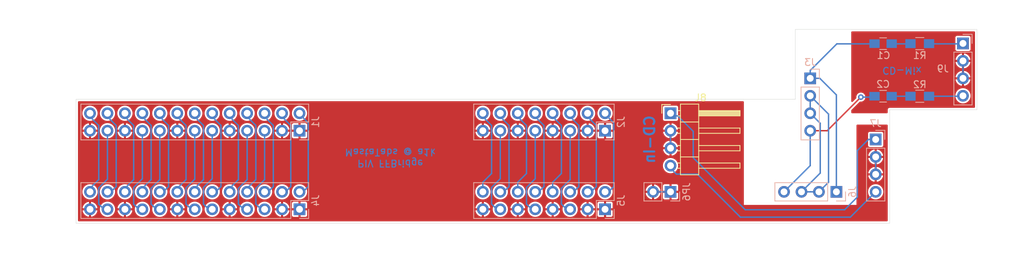
<source format=kicad_pcb>
(kicad_pcb (version 20171130) (host pcbnew 5.1.5)

  (general
    (thickness 1.6)
    (drawings 21)
    (tracks 189)
    (zones 0)
    (modules 14)
    (nets 43)
  )

  (page A4)
  (layers
    (0 F.Cu signal)
    (31 B.Cu signal)
    (32 B.Adhes user)
    (33 F.Adhes user)
    (34 B.Paste user)
    (35 F.Paste user)
    (36 B.SilkS user)
    (37 F.SilkS user)
    (38 B.Mask user)
    (39 F.Mask user)
    (40 Dwgs.User user)
    (41 Cmts.User user)
    (42 Eco1.User user)
    (43 Eco2.User user)
    (44 Edge.Cuts user)
    (45 Margin user)
    (46 B.CrtYd user)
    (47 F.CrtYd user)
    (48 B.Fab user hide)
    (49 F.Fab user hide)
  )

  (setup
    (last_trace_width 0.25)
    (user_trace_width 0.2032)
    (user_trace_width 0.254)
    (trace_clearance 0.2)
    (zone_clearance 0.254)
    (zone_45_only no)
    (trace_min 0.2)
    (via_size 0.8)
    (via_drill 0.4)
    (via_min_size 0.4)
    (via_min_drill 0.3)
    (user_via 0.6 0.3)
    (uvia_size 0.3)
    (uvia_drill 0.1)
    (uvias_allowed no)
    (uvia_min_size 0.2)
    (uvia_min_drill 0.1)
    (edge_width 0.05)
    (segment_width 0.2)
    (pcb_text_width 0.3)
    (pcb_text_size 1.5 1.5)
    (mod_edge_width 0.12)
    (mod_text_size 1 1)
    (mod_text_width 0.15)
    (pad_size 1.524 1.524)
    (pad_drill 0.762)
    (pad_to_mask_clearance 0.051)
    (solder_mask_min_width 0.25)
    (aux_axis_origin 0 0)
    (visible_elements FFFFFF7F)
    (pcbplotparams
      (layerselection 0x010fc_ffffffff)
      (usegerberextensions true)
      (usegerberattributes false)
      (usegerberadvancedattributes false)
      (creategerberjobfile false)
      (excludeedgelayer true)
      (linewidth 0.100000)
      (plotframeref false)
      (viasonmask false)
      (mode 1)
      (useauxorigin false)
      (hpglpennumber 1)
      (hpglpenspeed 20)
      (hpglpendiameter 15.000000)
      (psnegative false)
      (psa4output false)
      (plotreference true)
      (plotvalue true)
      (plotinvisibletext false)
      (padsonsilk false)
      (subtractmaskfromsilk false)
      (outputformat 1)
      (mirror false)
      (drillshape 0)
      (scaleselection 1)
      (outputdirectory "gerber"))
  )

  (net 0 "")
  (net 1 /ZVS2)
  (net 2 GND)
  (net 3 /PB5)
  (net 4 /PB1)
  (net 5 /PB3)
  (net 6 /PB2)
  (net 7 /PB0)
  (net 8 /PG2)
  (net 9 /FF_SEL)
  (net 10 /PB6)
  (net 11 /PR3)
  (net 12 /PR2)
  (net 13 /PG0)
  (net 14 /PG1)
  (net 15 /PR6)
  (net 16 /PG4)
  (net 17 /PG6)
  (net 18 /PG5)
  (net 19 /PR5)
  (net 20 /PR4)
  (net 21 "Net-(J1-Pad2)")
  (net 22 /PR7)
  (net 23 /PG7)
  (net 24 /PB7)
  (net 25 /PB4)
  (net 26 /PR1)
  (net 27 /PR0)
  (net 28 "Net-(J2-Pad6)")
  (net 29 "Net-(J2-Pad5)")
  (net 30 "Net-(J2-Pad4)")
  (net 31 "Net-(J2-Pad2)")
  (net 32 "Net-(J3-Pad2)")
  (net 33 /PB5_top)
  (net 34 "Net-(C1-Pad2)")
  (net 35 "Net-(C1-Pad1)")
  (net 36 "Net-(C2-Pad2)")
  (net 37 "Net-(C2-Pad1)")
  (net 38 "Net-(J7-Pad4)")
  (net 39 "Net-(J7-Pad1)")
  (net 40 "Net-(J9-Pad4)")
  (net 41 "Net-(J9-Pad2)")
  (net 42 "Net-(J9-Pad1)")

  (net_class Default "Dies ist die voreingestellte Netzklasse."
    (clearance 0.2)
    (trace_width 0.25)
    (via_dia 0.8)
    (via_drill 0.4)
    (uvia_dia 0.3)
    (uvia_drill 0.1)
    (add_net /FF_SEL)
    (add_net /PB0)
    (add_net /PB1)
    (add_net /PB2)
    (add_net /PB3)
    (add_net /PB4)
    (add_net /PB5)
    (add_net /PB5_top)
    (add_net /PB6)
    (add_net /PB7)
    (add_net /PG0)
    (add_net /PG1)
    (add_net /PG2)
    (add_net /PG4)
    (add_net /PG5)
    (add_net /PG6)
    (add_net /PG7)
    (add_net /PR0)
    (add_net /PR1)
    (add_net /PR2)
    (add_net /PR3)
    (add_net /PR4)
    (add_net /PR5)
    (add_net /PR6)
    (add_net /PR7)
    (add_net /ZVS2)
    (add_net GND)
    (add_net "Net-(C1-Pad1)")
    (add_net "Net-(C1-Pad2)")
    (add_net "Net-(C2-Pad1)")
    (add_net "Net-(C2-Pad2)")
    (add_net "Net-(J1-Pad2)")
    (add_net "Net-(J2-Pad2)")
    (add_net "Net-(J2-Pad4)")
    (add_net "Net-(J2-Pad5)")
    (add_net "Net-(J2-Pad6)")
    (add_net "Net-(J3-Pad2)")
    (add_net "Net-(J7-Pad1)")
    (add_net "Net-(J7-Pad4)")
    (add_net "Net-(J9-Pad1)")
    (add_net "Net-(J9-Pad2)")
    (add_net "Net-(J9-Pad4)")
  )

  (module Pin_Headers:Pin_Header_Straight_1x02_Pitch2.54mm (layer B.Cu) (tedit 59650532) (tstamp 5ED1EDAC)
    (at 180.975 116.84 90)
    (descr "Through hole straight pin header, 1x02, 2.54mm pitch, single row")
    (tags "Through hole pin header THT 1x02 2.54mm single row")
    (path /5ED7EC42)
    (fp_text reference JP6 (at 0 2.33 -90) (layer B.SilkS)
      (effects (font (size 1 1) (thickness 0.15)) (justify mirror))
    )
    (fp_text value Conn_01x02 (at 0 -4.87 -90) (layer B.Fab)
      (effects (font (size 1 1) (thickness 0.15)) (justify mirror))
    )
    (fp_text user %R (at 0 -1.27) (layer B.Fab)
      (effects (font (size 1 1) (thickness 0.15)) (justify mirror))
    )
    (fp_line (start 1.8 1.8) (end -1.8 1.8) (layer B.CrtYd) (width 0.05))
    (fp_line (start 1.8 -4.35) (end 1.8 1.8) (layer B.CrtYd) (width 0.05))
    (fp_line (start -1.8 -4.35) (end 1.8 -4.35) (layer B.CrtYd) (width 0.05))
    (fp_line (start -1.8 1.8) (end -1.8 -4.35) (layer B.CrtYd) (width 0.05))
    (fp_line (start -1.33 1.33) (end 0 1.33) (layer B.SilkS) (width 0.12))
    (fp_line (start -1.33 0) (end -1.33 1.33) (layer B.SilkS) (width 0.12))
    (fp_line (start -1.33 -1.27) (end 1.33 -1.27) (layer B.SilkS) (width 0.12))
    (fp_line (start 1.33 -1.27) (end 1.33 -3.87) (layer B.SilkS) (width 0.12))
    (fp_line (start -1.33 -1.27) (end -1.33 -3.87) (layer B.SilkS) (width 0.12))
    (fp_line (start -1.33 -3.87) (end 1.33 -3.87) (layer B.SilkS) (width 0.12))
    (fp_line (start -1.27 0.635) (end -0.635 1.27) (layer B.Fab) (width 0.1))
    (fp_line (start -1.27 -3.81) (end -1.27 0.635) (layer B.Fab) (width 0.1))
    (fp_line (start 1.27 -3.81) (end -1.27 -3.81) (layer B.Fab) (width 0.1))
    (fp_line (start 1.27 1.27) (end 1.27 -3.81) (layer B.Fab) (width 0.1))
    (fp_line (start -0.635 1.27) (end 1.27 1.27) (layer B.Fab) (width 0.1))
    (pad 2 thru_hole oval (at 0 -2.54 90) (size 1.7 1.7) (drill 1) (layers *.Cu *.Mask)
      (net 2 GND))
    (pad 1 thru_hole rect (at 0 0 90) (size 1.7 1.7) (drill 1) (layers *.Cu *.Mask)
      (net 2 GND))
    (model ${KISYS3DMOD}/Connector_PinSocket_2.54mm.3dshapes/PinSocket_1x02_P2.54mm_Vertical.wrl
      (offset (xyz 0 0 -1.778))
      (scale (xyz 1 1 1))
      (rotate (xyz 0 180 0))
    )
  )

  (module Pin_Headers:Pin_Header_Angled_1x04_Pitch2.54mm (layer F.Cu) (tedit 59650532) (tstamp 5ED1C8AB)
    (at 180.975 105.41)
    (descr "Through hole angled pin header, 1x04, 2.54mm pitch, 6mm pin length, single row")
    (tags "Through hole angled pin header THT 1x04 2.54mm single row")
    (path /5ED93166)
    (fp_text reference J8 (at 4.385 -2.27) (layer F.SilkS)
      (effects (font (size 1 1) (thickness 0.15)))
    )
    (fp_text value CD-Input (at 4.385 9.89) (layer F.Fab)
      (effects (font (size 1 1) (thickness 0.15)))
    )
    (fp_text user %R (at 2.77 3.81 90) (layer F.Fab)
      (effects (font (size 1 1) (thickness 0.15)))
    )
    (fp_line (start 10.55 -1.8) (end -1.8 -1.8) (layer F.CrtYd) (width 0.05))
    (fp_line (start 10.55 9.4) (end 10.55 -1.8) (layer F.CrtYd) (width 0.05))
    (fp_line (start -1.8 9.4) (end 10.55 9.4) (layer F.CrtYd) (width 0.05))
    (fp_line (start -1.8 -1.8) (end -1.8 9.4) (layer F.CrtYd) (width 0.05))
    (fp_line (start -1.27 -1.27) (end 0 -1.27) (layer F.SilkS) (width 0.12))
    (fp_line (start -1.27 0) (end -1.27 -1.27) (layer F.SilkS) (width 0.12))
    (fp_line (start 1.042929 8) (end 1.44 8) (layer F.SilkS) (width 0.12))
    (fp_line (start 1.042929 7.24) (end 1.44 7.24) (layer F.SilkS) (width 0.12))
    (fp_line (start 10.1 8) (end 4.1 8) (layer F.SilkS) (width 0.12))
    (fp_line (start 10.1 7.24) (end 10.1 8) (layer F.SilkS) (width 0.12))
    (fp_line (start 4.1 7.24) (end 10.1 7.24) (layer F.SilkS) (width 0.12))
    (fp_line (start 1.44 6.35) (end 4.1 6.35) (layer F.SilkS) (width 0.12))
    (fp_line (start 1.042929 5.46) (end 1.44 5.46) (layer F.SilkS) (width 0.12))
    (fp_line (start 1.042929 4.7) (end 1.44 4.7) (layer F.SilkS) (width 0.12))
    (fp_line (start 10.1 5.46) (end 4.1 5.46) (layer F.SilkS) (width 0.12))
    (fp_line (start 10.1 4.7) (end 10.1 5.46) (layer F.SilkS) (width 0.12))
    (fp_line (start 4.1 4.7) (end 10.1 4.7) (layer F.SilkS) (width 0.12))
    (fp_line (start 1.44 3.81) (end 4.1 3.81) (layer F.SilkS) (width 0.12))
    (fp_line (start 1.042929 2.92) (end 1.44 2.92) (layer F.SilkS) (width 0.12))
    (fp_line (start 1.042929 2.16) (end 1.44 2.16) (layer F.SilkS) (width 0.12))
    (fp_line (start 10.1 2.92) (end 4.1 2.92) (layer F.SilkS) (width 0.12))
    (fp_line (start 10.1 2.16) (end 10.1 2.92) (layer F.SilkS) (width 0.12))
    (fp_line (start 4.1 2.16) (end 10.1 2.16) (layer F.SilkS) (width 0.12))
    (fp_line (start 1.44 1.27) (end 4.1 1.27) (layer F.SilkS) (width 0.12))
    (fp_line (start 1.11 0.38) (end 1.44 0.38) (layer F.SilkS) (width 0.12))
    (fp_line (start 1.11 -0.38) (end 1.44 -0.38) (layer F.SilkS) (width 0.12))
    (fp_line (start 4.1 0.28) (end 10.1 0.28) (layer F.SilkS) (width 0.12))
    (fp_line (start 4.1 0.16) (end 10.1 0.16) (layer F.SilkS) (width 0.12))
    (fp_line (start 4.1 0.04) (end 10.1 0.04) (layer F.SilkS) (width 0.12))
    (fp_line (start 4.1 -0.08) (end 10.1 -0.08) (layer F.SilkS) (width 0.12))
    (fp_line (start 4.1 -0.2) (end 10.1 -0.2) (layer F.SilkS) (width 0.12))
    (fp_line (start 4.1 -0.32) (end 10.1 -0.32) (layer F.SilkS) (width 0.12))
    (fp_line (start 10.1 0.38) (end 4.1 0.38) (layer F.SilkS) (width 0.12))
    (fp_line (start 10.1 -0.38) (end 10.1 0.38) (layer F.SilkS) (width 0.12))
    (fp_line (start 4.1 -0.38) (end 10.1 -0.38) (layer F.SilkS) (width 0.12))
    (fp_line (start 4.1 -1.33) (end 1.44 -1.33) (layer F.SilkS) (width 0.12))
    (fp_line (start 4.1 8.95) (end 4.1 -1.33) (layer F.SilkS) (width 0.12))
    (fp_line (start 1.44 8.95) (end 4.1 8.95) (layer F.SilkS) (width 0.12))
    (fp_line (start 1.44 -1.33) (end 1.44 8.95) (layer F.SilkS) (width 0.12))
    (fp_line (start 4.04 7.94) (end 10.04 7.94) (layer F.Fab) (width 0.1))
    (fp_line (start 10.04 7.3) (end 10.04 7.94) (layer F.Fab) (width 0.1))
    (fp_line (start 4.04 7.3) (end 10.04 7.3) (layer F.Fab) (width 0.1))
    (fp_line (start -0.32 7.94) (end 1.5 7.94) (layer F.Fab) (width 0.1))
    (fp_line (start -0.32 7.3) (end -0.32 7.94) (layer F.Fab) (width 0.1))
    (fp_line (start -0.32 7.3) (end 1.5 7.3) (layer F.Fab) (width 0.1))
    (fp_line (start 4.04 5.4) (end 10.04 5.4) (layer F.Fab) (width 0.1))
    (fp_line (start 10.04 4.76) (end 10.04 5.4) (layer F.Fab) (width 0.1))
    (fp_line (start 4.04 4.76) (end 10.04 4.76) (layer F.Fab) (width 0.1))
    (fp_line (start -0.32 5.4) (end 1.5 5.4) (layer F.Fab) (width 0.1))
    (fp_line (start -0.32 4.76) (end -0.32 5.4) (layer F.Fab) (width 0.1))
    (fp_line (start -0.32 4.76) (end 1.5 4.76) (layer F.Fab) (width 0.1))
    (fp_line (start 4.04 2.86) (end 10.04 2.86) (layer F.Fab) (width 0.1))
    (fp_line (start 10.04 2.22) (end 10.04 2.86) (layer F.Fab) (width 0.1))
    (fp_line (start 4.04 2.22) (end 10.04 2.22) (layer F.Fab) (width 0.1))
    (fp_line (start -0.32 2.86) (end 1.5 2.86) (layer F.Fab) (width 0.1))
    (fp_line (start -0.32 2.22) (end -0.32 2.86) (layer F.Fab) (width 0.1))
    (fp_line (start -0.32 2.22) (end 1.5 2.22) (layer F.Fab) (width 0.1))
    (fp_line (start 4.04 0.32) (end 10.04 0.32) (layer F.Fab) (width 0.1))
    (fp_line (start 10.04 -0.32) (end 10.04 0.32) (layer F.Fab) (width 0.1))
    (fp_line (start 4.04 -0.32) (end 10.04 -0.32) (layer F.Fab) (width 0.1))
    (fp_line (start -0.32 0.32) (end 1.5 0.32) (layer F.Fab) (width 0.1))
    (fp_line (start -0.32 -0.32) (end -0.32 0.32) (layer F.Fab) (width 0.1))
    (fp_line (start -0.32 -0.32) (end 1.5 -0.32) (layer F.Fab) (width 0.1))
    (fp_line (start 1.5 -0.635) (end 2.135 -1.27) (layer F.Fab) (width 0.1))
    (fp_line (start 1.5 8.89) (end 1.5 -0.635) (layer F.Fab) (width 0.1))
    (fp_line (start 4.04 8.89) (end 1.5 8.89) (layer F.Fab) (width 0.1))
    (fp_line (start 4.04 -1.27) (end 4.04 8.89) (layer F.Fab) (width 0.1))
    (fp_line (start 2.135 -1.27) (end 4.04 -1.27) (layer F.Fab) (width 0.1))
    (pad 4 thru_hole oval (at 0 7.62) (size 1.7 1.7) (drill 1) (layers *.Cu *.Mask)
      (net 38 "Net-(J7-Pad4)"))
    (pad 3 thru_hole oval (at 0 5.08) (size 1.7 1.7) (drill 1) (layers *.Cu *.Mask)
      (net 2 GND))
    (pad 2 thru_hole oval (at 0 2.54) (size 1.7 1.7) (drill 1) (layers *.Cu *.Mask)
      (net 2 GND))
    (pad 1 thru_hole rect (at 0 0) (size 1.7 1.7) (drill 1) (layers *.Cu *.Mask)
      (net 39 "Net-(J7-Pad1)"))
    (model ${KISYS3DMOD}/Connector_PinHeader_2.54mm.3dshapes/PinHeader_1x04_P2.54mm_Horizontal.wrl
      (offset (xyz 0 -7.62 -1.8288))
      (scale (xyz 1 1 1))
      (rotate (xyz 180 0 0))
    )
  )

  (module Pin_Headers:Pin_Header_Straight_1x04_Pitch2.54mm (layer B.Cu) (tedit 59650532) (tstamp 5ED1ACFC)
    (at 201.295 100.33 180)
    (descr "Through hole straight pin header, 1x04, 2.54mm pitch, single row")
    (tags "Through hole pin header THT 1x04 2.54mm single row")
    (path /5ED16430)
    (fp_text reference J3 (at 0 2.33) (layer B.SilkS)
      (effects (font (size 1 1) (thickness 0.15)) (justify mirror))
    )
    (fp_text value Conn_01x04 (at 0 -9.95) (layer B.Fab)
      (effects (font (size 1 1) (thickness 0.15)) (justify mirror))
    )
    (fp_text user %R (at 0 -3.81 270) (layer B.Fab)
      (effects (font (size 1 1) (thickness 0.15)) (justify mirror))
    )
    (fp_line (start 1.8 1.8) (end -1.8 1.8) (layer B.CrtYd) (width 0.05))
    (fp_line (start 1.8 -9.4) (end 1.8 1.8) (layer B.CrtYd) (width 0.05))
    (fp_line (start -1.8 -9.4) (end 1.8 -9.4) (layer B.CrtYd) (width 0.05))
    (fp_line (start -1.8 1.8) (end -1.8 -9.4) (layer B.CrtYd) (width 0.05))
    (fp_line (start -1.33 1.33) (end 0 1.33) (layer B.SilkS) (width 0.12))
    (fp_line (start -1.33 0) (end -1.33 1.33) (layer B.SilkS) (width 0.12))
    (fp_line (start -1.33 -1.27) (end 1.33 -1.27) (layer B.SilkS) (width 0.12))
    (fp_line (start 1.33 -1.27) (end 1.33 -8.95) (layer B.SilkS) (width 0.12))
    (fp_line (start -1.33 -1.27) (end -1.33 -8.95) (layer B.SilkS) (width 0.12))
    (fp_line (start -1.33 -8.95) (end 1.33 -8.95) (layer B.SilkS) (width 0.12))
    (fp_line (start -1.27 0.635) (end -0.635 1.27) (layer B.Fab) (width 0.1))
    (fp_line (start -1.27 -8.89) (end -1.27 0.635) (layer B.Fab) (width 0.1))
    (fp_line (start 1.27 -8.89) (end -1.27 -8.89) (layer B.Fab) (width 0.1))
    (fp_line (start 1.27 1.27) (end 1.27 -8.89) (layer B.Fab) (width 0.1))
    (fp_line (start -0.635 1.27) (end 1.27 1.27) (layer B.Fab) (width 0.1))
    (pad 4 thru_hole oval (at 0 -7.62 180) (size 1.7 1.7) (drill 1) (layers *.Cu *.Mask)
      (net 36 "Net-(C2-Pad2)"))
    (pad 3 thru_hole oval (at 0 -5.08 180) (size 1.7 1.7) (drill 1) (layers *.Cu *.Mask)
      (net 32 "Net-(J3-Pad2)"))
    (pad 2 thru_hole oval (at 0 -2.54 180) (size 1.7 1.7) (drill 1) (layers *.Cu *.Mask)
      (net 32 "Net-(J3-Pad2)"))
    (pad 1 thru_hole rect (at 0 0 180) (size 1.7 1.7) (drill 1) (layers *.Cu *.Mask)
      (net 34 "Net-(C1-Pad2)"))
    (model ${KISYS3DMOD}/Connector_PinSocket_2.54mm.3dshapes/PinSocket_1x04_P2.54mm_Vertical.wrl
      (offset (xyz 0 0 -1.778))
      (scale (xyz 1 1 1))
      (rotate (xyz 0 180 0))
    )
  )

  (module Resistors_SMD:R_0805_HandSoldering (layer B.Cu) (tedit 58E0A804) (tstamp 5ED1C8FB)
    (at 217.2335 102.9335 180)
    (descr "Resistor SMD 0805, hand soldering")
    (tags "resistor 0805")
    (path /5EDE9539)
    (attr smd)
    (fp_text reference R2 (at 0 1.7) (layer B.SilkS)
      (effects (font (size 1 1) (thickness 0.15)) (justify mirror))
    )
    (fp_text value 4k7 (at 0 -1.75) (layer B.Fab)
      (effects (font (size 1 1) (thickness 0.15)) (justify mirror))
    )
    (fp_line (start 2.35 -0.9) (end -2.35 -0.9) (layer B.CrtYd) (width 0.05))
    (fp_line (start 2.35 -0.9) (end 2.35 0.9) (layer B.CrtYd) (width 0.05))
    (fp_line (start -2.35 0.9) (end -2.35 -0.9) (layer B.CrtYd) (width 0.05))
    (fp_line (start -2.35 0.9) (end 2.35 0.9) (layer B.CrtYd) (width 0.05))
    (fp_line (start -0.6 0.88) (end 0.6 0.88) (layer B.SilkS) (width 0.12))
    (fp_line (start 0.6 -0.88) (end -0.6 -0.88) (layer B.SilkS) (width 0.12))
    (fp_line (start -1 0.62) (end 1 0.62) (layer B.Fab) (width 0.1))
    (fp_line (start 1 0.62) (end 1 -0.62) (layer B.Fab) (width 0.1))
    (fp_line (start 1 -0.62) (end -1 -0.62) (layer B.Fab) (width 0.1))
    (fp_line (start -1 -0.62) (end -1 0.62) (layer B.Fab) (width 0.1))
    (fp_text user %R (at 0 0) (layer B.Fab)
      (effects (font (size 0.5 0.5) (thickness 0.075)) (justify mirror))
    )
    (pad 2 smd rect (at 1.35 0 180) (size 1.5 1.3) (layers B.Cu B.Paste B.Mask)
      (net 37 "Net-(C2-Pad1)"))
    (pad 1 smd rect (at -1.35 0 180) (size 1.5 1.3) (layers B.Cu B.Paste B.Mask)
      (net 40 "Net-(J9-Pad4)"))
    (model ${KISYS3DMOD}/Resistor_SMD.3dshapes/R_0805_2012Metric.wrl
      (at (xyz 0 0 0))
      (scale (xyz 1 1 1))
      (rotate (xyz 0 0 0))
    )
  )

  (module Resistors_SMD:R_0805_HandSoldering (layer B.Cu) (tedit 58E0A804) (tstamp 5ED1C8EA)
    (at 217.2335 95.2835 180)
    (descr "Resistor SMD 0805, hand soldering")
    (tags "resistor 0805")
    (path /5EDE8FA4)
    (attr smd)
    (fp_text reference R1 (at 0 -1.7145) (layer B.SilkS)
      (effects (font (size 1 1) (thickness 0.15)) (justify mirror))
    )
    (fp_text value 4k7 (at 0 -1.75) (layer B.Fab)
      (effects (font (size 1 1) (thickness 0.15)) (justify mirror))
    )
    (fp_line (start 2.35 -0.9) (end -2.35 -0.9) (layer B.CrtYd) (width 0.05))
    (fp_line (start 2.35 -0.9) (end 2.35 0.9) (layer B.CrtYd) (width 0.05))
    (fp_line (start -2.35 0.9) (end -2.35 -0.9) (layer B.CrtYd) (width 0.05))
    (fp_line (start -2.35 0.9) (end 2.35 0.9) (layer B.CrtYd) (width 0.05))
    (fp_line (start -0.6 0.88) (end 0.6 0.88) (layer B.SilkS) (width 0.12))
    (fp_line (start 0.6 -0.88) (end -0.6 -0.88) (layer B.SilkS) (width 0.12))
    (fp_line (start -1 0.62) (end 1 0.62) (layer B.Fab) (width 0.1))
    (fp_line (start 1 0.62) (end 1 -0.62) (layer B.Fab) (width 0.1))
    (fp_line (start 1 -0.62) (end -1 -0.62) (layer B.Fab) (width 0.1))
    (fp_line (start -1 -0.62) (end -1 0.62) (layer B.Fab) (width 0.1))
    (fp_text user %R (at 0 0) (layer B.Fab)
      (effects (font (size 0.5 0.5) (thickness 0.075)) (justify mirror))
    )
    (pad 2 smd rect (at 1.35 0 180) (size 1.5 1.3) (layers B.Cu B.Paste B.Mask)
      (net 35 "Net-(C1-Pad1)"))
    (pad 1 smd rect (at -1.35 0 180) (size 1.5 1.3) (layers B.Cu B.Paste B.Mask)
      (net 42 "Net-(J9-Pad1)"))
    (model ${KISYS3DMOD}/Resistor_SMD.3dshapes/R_0805_2012Metric.wrl
      (at (xyz 0 0 0))
      (scale (xyz 1 1 1))
      (rotate (xyz 0 0 0))
    )
  )

  (module Pin_Headers:Pin_Header_Straight_1x04_Pitch2.54mm (layer B.Cu) (tedit 59650532) (tstamp 5ED1C8C3)
    (at 223.52 95.25 180)
    (descr "Through hole straight pin header, 1x04, 2.54mm pitch, single row")
    (tags "Through hole pin header THT 1x04 2.54mm single row")
    (path /5ED93827)
    (fp_text reference J9 (at 2.921 -3.683) (layer B.SilkS)
      (effects (font (size 1 1) (thickness 0.15)) (justify mirror))
    )
    (fp_text value PIV-Output (at 0 -9.95) (layer B.Fab)
      (effects (font (size 1 1) (thickness 0.15)) (justify mirror))
    )
    (fp_text user %R (at 0 -3.81 270) (layer B.Fab)
      (effects (font (size 1 1) (thickness 0.15)) (justify mirror))
    )
    (fp_line (start 1.8 1.8) (end -1.8 1.8) (layer B.CrtYd) (width 0.05))
    (fp_line (start 1.8 -9.4) (end 1.8 1.8) (layer B.CrtYd) (width 0.05))
    (fp_line (start -1.8 -9.4) (end 1.8 -9.4) (layer B.CrtYd) (width 0.05))
    (fp_line (start -1.8 1.8) (end -1.8 -9.4) (layer B.CrtYd) (width 0.05))
    (fp_line (start -1.33 1.33) (end 0 1.33) (layer B.SilkS) (width 0.12))
    (fp_line (start -1.33 0) (end -1.33 1.33) (layer B.SilkS) (width 0.12))
    (fp_line (start -1.33 -1.27) (end 1.33 -1.27) (layer B.SilkS) (width 0.12))
    (fp_line (start 1.33 -1.27) (end 1.33 -8.95) (layer B.SilkS) (width 0.12))
    (fp_line (start -1.33 -1.27) (end -1.33 -8.95) (layer B.SilkS) (width 0.12))
    (fp_line (start -1.33 -8.95) (end 1.33 -8.95) (layer B.SilkS) (width 0.12))
    (fp_line (start -1.27 0.635) (end -0.635 1.27) (layer B.Fab) (width 0.1))
    (fp_line (start -1.27 -8.89) (end -1.27 0.635) (layer B.Fab) (width 0.1))
    (fp_line (start 1.27 -8.89) (end -1.27 -8.89) (layer B.Fab) (width 0.1))
    (fp_line (start 1.27 1.27) (end 1.27 -8.89) (layer B.Fab) (width 0.1))
    (fp_line (start -0.635 1.27) (end 1.27 1.27) (layer B.Fab) (width 0.1))
    (pad 4 thru_hole oval (at 0 -7.62 180) (size 1.7 1.7) (drill 1) (layers *.Cu *.Mask)
      (net 40 "Net-(J9-Pad4)"))
    (pad 3 thru_hole oval (at 0 -5.08 180) (size 1.7 1.7) (drill 1) (layers *.Cu *.Mask)
      (net 41 "Net-(J9-Pad2)"))
    (pad 2 thru_hole oval (at 0 -2.54 180) (size 1.7 1.7) (drill 1) (layers *.Cu *.Mask)
      (net 41 "Net-(J9-Pad2)"))
    (pad 1 thru_hole rect (at 0 0 180) (size 1.7 1.7) (drill 1) (layers *.Cu *.Mask)
      (net 42 "Net-(J9-Pad1)"))
    (model ${KISYS3DMOD}/Connector_PinSocket_2.54mm.3dshapes/PinSocket_1x04_P2.54mm_Vertical.wrl
      (offset (xyz 0 0 -1.778))
      (scale (xyz 1 1 1))
      (rotate (xyz 0 180 0))
    )
  )

  (module Pin_Headers:Pin_Header_Straight_1x04_Pitch2.54mm (layer B.Cu) (tedit 59650532) (tstamp 5ED1C893)
    (at 210.82 109.22 180)
    (descr "Through hole straight pin header, 1x04, 2.54mm pitch, single row")
    (tags "Through hole pin header THT 1x04 2.54mm single row")
    (path /5ED94189)
    (fp_text reference J7 (at 0 2.33) (layer B.SilkS)
      (effects (font (size 1 1) (thickness 0.15)) (justify mirror))
    )
    (fp_text value CD-Output (at 0 -9.95) (layer B.Fab)
      (effects (font (size 1 1) (thickness 0.15)) (justify mirror))
    )
    (fp_text user %R (at 0 -3.81 270) (layer B.Fab)
      (effects (font (size 1 1) (thickness 0.15)) (justify mirror))
    )
    (fp_line (start 1.8 1.8) (end -1.8 1.8) (layer B.CrtYd) (width 0.05))
    (fp_line (start 1.8 -9.4) (end 1.8 1.8) (layer B.CrtYd) (width 0.05))
    (fp_line (start -1.8 -9.4) (end 1.8 -9.4) (layer B.CrtYd) (width 0.05))
    (fp_line (start -1.8 1.8) (end -1.8 -9.4) (layer B.CrtYd) (width 0.05))
    (fp_line (start -1.33 1.33) (end 0 1.33) (layer B.SilkS) (width 0.12))
    (fp_line (start -1.33 0) (end -1.33 1.33) (layer B.SilkS) (width 0.12))
    (fp_line (start -1.33 -1.27) (end 1.33 -1.27) (layer B.SilkS) (width 0.12))
    (fp_line (start 1.33 -1.27) (end 1.33 -8.95) (layer B.SilkS) (width 0.12))
    (fp_line (start -1.33 -1.27) (end -1.33 -8.95) (layer B.SilkS) (width 0.12))
    (fp_line (start -1.33 -8.95) (end 1.33 -8.95) (layer B.SilkS) (width 0.12))
    (fp_line (start -1.27 0.635) (end -0.635 1.27) (layer B.Fab) (width 0.1))
    (fp_line (start -1.27 -8.89) (end -1.27 0.635) (layer B.Fab) (width 0.1))
    (fp_line (start 1.27 -8.89) (end -1.27 -8.89) (layer B.Fab) (width 0.1))
    (fp_line (start 1.27 1.27) (end 1.27 -8.89) (layer B.Fab) (width 0.1))
    (fp_line (start -0.635 1.27) (end 1.27 1.27) (layer B.Fab) (width 0.1))
    (pad 4 thru_hole oval (at 0 -7.62 180) (size 1.7 1.7) (drill 1) (layers *.Cu *.Mask)
      (net 38 "Net-(J7-Pad4)"))
    (pad 3 thru_hole oval (at 0 -5.08 180) (size 1.7 1.7) (drill 1) (layers *.Cu *.Mask)
      (net 2 GND))
    (pad 2 thru_hole oval (at 0 -2.54 180) (size 1.7 1.7) (drill 1) (layers *.Cu *.Mask)
      (net 2 GND))
    (pad 1 thru_hole rect (at 0 0 180) (size 1.7 1.7) (drill 1) (layers *.Cu *.Mask)
      (net 39 "Net-(J7-Pad1)"))
    (model ${KISYS3DMOD}/Connector_PinSocket_2.54mm.3dshapes/PinSocket_1x04_P2.54mm_Vertical.wrl
      (offset (xyz 0 0 -1.778))
      (scale (xyz 1 1 1))
      (rotate (xyz 0 180 0))
    )
  )

  (module Capacitors_SMD:C_0805_HandSoldering (layer B.Cu) (tedit 58AA84A8) (tstamp 5ED1C6CF)
    (at 211.8995 102.9335 180)
    (descr "Capacitor SMD 0805, hand soldering")
    (tags "capacitor 0805")
    (path /5EDFC6FF)
    (attr smd)
    (fp_text reference C2 (at 0 1.75) (layer B.SilkS)
      (effects (font (size 1 1) (thickness 0.15)) (justify mirror))
    )
    (fp_text value 220n (at 0 -1.75) (layer B.Fab)
      (effects (font (size 1 1) (thickness 0.15)) (justify mirror))
    )
    (fp_line (start 2.25 -0.87) (end -2.25 -0.87) (layer B.CrtYd) (width 0.05))
    (fp_line (start 2.25 -0.87) (end 2.25 0.88) (layer B.CrtYd) (width 0.05))
    (fp_line (start -2.25 0.88) (end -2.25 -0.87) (layer B.CrtYd) (width 0.05))
    (fp_line (start -2.25 0.88) (end 2.25 0.88) (layer B.CrtYd) (width 0.05))
    (fp_line (start -0.5 -0.85) (end 0.5 -0.85) (layer B.SilkS) (width 0.12))
    (fp_line (start 0.5 0.85) (end -0.5 0.85) (layer B.SilkS) (width 0.12))
    (fp_line (start -1 0.62) (end 1 0.62) (layer B.Fab) (width 0.1))
    (fp_line (start 1 0.62) (end 1 -0.62) (layer B.Fab) (width 0.1))
    (fp_line (start 1 -0.62) (end -1 -0.62) (layer B.Fab) (width 0.1))
    (fp_line (start -1 -0.62) (end -1 0.62) (layer B.Fab) (width 0.1))
    (fp_text user %R (at 0 1.75) (layer B.Fab)
      (effects (font (size 1 1) (thickness 0.15)) (justify mirror))
    )
    (pad 2 smd rect (at 1.25 0 180) (size 1.5 1.25) (layers B.Cu B.Paste B.Mask)
      (net 36 "Net-(C2-Pad2)"))
    (pad 1 smd rect (at -1.25 0 180) (size 1.5 1.25) (layers B.Cu B.Paste B.Mask)
      (net 37 "Net-(C2-Pad1)"))
    (model ${KISYS3DMOD}/Capacitor_SMD.3dshapes/C_0805_2012Metric.wrl
      (at (xyz 0 0 0))
      (scale (xyz 1 1 1))
      (rotate (xyz 0 0 0))
    )
  )

  (module Capacitors_SMD:C_0805_HandSoldering (layer B.Cu) (tedit 58AA84A8) (tstamp 5ED1C6BE)
    (at 211.8995 95.2835 180)
    (descr "Capacitor SMD 0805, hand soldering")
    (tags "capacitor 0805")
    (path /5EDFBFDE)
    (attr smd)
    (fp_text reference C1 (at -0.0635 -1.7145) (layer B.SilkS)
      (effects (font (size 1 1) (thickness 0.15)) (justify mirror))
    )
    (fp_text value 220n (at 0 -1.75) (layer B.Fab)
      (effects (font (size 1 1) (thickness 0.15)) (justify mirror))
    )
    (fp_line (start 2.25 -0.87) (end -2.25 -0.87) (layer B.CrtYd) (width 0.05))
    (fp_line (start 2.25 -0.87) (end 2.25 0.88) (layer B.CrtYd) (width 0.05))
    (fp_line (start -2.25 0.88) (end -2.25 -0.87) (layer B.CrtYd) (width 0.05))
    (fp_line (start -2.25 0.88) (end 2.25 0.88) (layer B.CrtYd) (width 0.05))
    (fp_line (start -0.5 -0.85) (end 0.5 -0.85) (layer B.SilkS) (width 0.12))
    (fp_line (start 0.5 0.85) (end -0.5 0.85) (layer B.SilkS) (width 0.12))
    (fp_line (start -1 0.62) (end 1 0.62) (layer B.Fab) (width 0.1))
    (fp_line (start 1 0.62) (end 1 -0.62) (layer B.Fab) (width 0.1))
    (fp_line (start 1 -0.62) (end -1 -0.62) (layer B.Fab) (width 0.1))
    (fp_line (start -1 -0.62) (end -1 0.62) (layer B.Fab) (width 0.1))
    (fp_text user %R (at 0 1.75) (layer B.Fab)
      (effects (font (size 1 1) (thickness 0.15)) (justify mirror))
    )
    (pad 2 smd rect (at 1.25 0 180) (size 1.5 1.25) (layers B.Cu B.Paste B.Mask)
      (net 34 "Net-(C1-Pad2)"))
    (pad 1 smd rect (at -1.25 0 180) (size 1.5 1.25) (layers B.Cu B.Paste B.Mask)
      (net 35 "Net-(C1-Pad1)"))
    (model ${KISYS3DMOD}/Capacitor_SMD.3dshapes/C_0805_2012Metric.wrl
      (at (xyz 0 0 0))
      (scale (xyz 1 1 1))
      (rotate (xyz 0 0 0))
    )
  )

  (module Pin_Headers:Pin_Header_Straight_1x04_Pitch2.54mm (layer B.Cu) (tedit 59650532) (tstamp 5ED1AD6A)
    (at 205.105 116.84 90)
    (descr "Through hole straight pin header, 1x04, 2.54mm pitch, single row")
    (tags "Through hole pin header THT 1x04 2.54mm single row")
    (path /5ED19264)
    (fp_text reference J6 (at 0 2.33 -90) (layer B.SilkS)
      (effects (font (size 1 1) (thickness 0.15)) (justify mirror))
    )
    (fp_text value Conn_01x04 (at 0 -9.95 -90) (layer B.Fab)
      (effects (font (size 1 1) (thickness 0.15)) (justify mirror))
    )
    (fp_text user %R (at 0 -3.81) (layer B.Fab)
      (effects (font (size 1 1) (thickness 0.15)) (justify mirror))
    )
    (fp_line (start 1.8 1.8) (end -1.8 1.8) (layer B.CrtYd) (width 0.05))
    (fp_line (start 1.8 -9.4) (end 1.8 1.8) (layer B.CrtYd) (width 0.05))
    (fp_line (start -1.8 -9.4) (end 1.8 -9.4) (layer B.CrtYd) (width 0.05))
    (fp_line (start -1.8 1.8) (end -1.8 -9.4) (layer B.CrtYd) (width 0.05))
    (fp_line (start -1.33 1.33) (end 0 1.33) (layer B.SilkS) (width 0.12))
    (fp_line (start -1.33 0) (end -1.33 1.33) (layer B.SilkS) (width 0.12))
    (fp_line (start -1.33 -1.27) (end 1.33 -1.27) (layer B.SilkS) (width 0.12))
    (fp_line (start 1.33 -1.27) (end 1.33 -8.95) (layer B.SilkS) (width 0.12))
    (fp_line (start -1.33 -1.27) (end -1.33 -8.95) (layer B.SilkS) (width 0.12))
    (fp_line (start -1.33 -8.95) (end 1.33 -8.95) (layer B.SilkS) (width 0.12))
    (fp_line (start -1.27 0.635) (end -0.635 1.27) (layer B.Fab) (width 0.1))
    (fp_line (start -1.27 -8.89) (end -1.27 0.635) (layer B.Fab) (width 0.1))
    (fp_line (start 1.27 -8.89) (end -1.27 -8.89) (layer B.Fab) (width 0.1))
    (fp_line (start 1.27 1.27) (end 1.27 -8.89) (layer B.Fab) (width 0.1))
    (fp_line (start -0.635 1.27) (end 1.27 1.27) (layer B.Fab) (width 0.1))
    (pad 4 thru_hole oval (at 0 -7.62 90) (size 1.7 1.7) (drill 1) (layers *.Cu *.Mask)
      (net 36 "Net-(C2-Pad2)"))
    (pad 3 thru_hole oval (at 0 -5.08 90) (size 1.7 1.7) (drill 1) (layers *.Cu *.Mask)
      (net 32 "Net-(J3-Pad2)"))
    (pad 2 thru_hole oval (at 0 -2.54 90) (size 1.7 1.7) (drill 1) (layers *.Cu *.Mask)
      (net 32 "Net-(J3-Pad2)"))
    (pad 1 thru_hole rect (at 0 0 90) (size 1.7 1.7) (drill 1) (layers *.Cu *.Mask)
      (net 34 "Net-(C1-Pad2)"))
    (model ${KISYS3DMOD}/Connector_PinSocket_2.54mm.3dshapes/PinSocket_1x04_P2.54mm_Vertical.wrl
      (offset (xyz 0 0 -1.778))
      (scale (xyz 1 1 1))
      (rotate (xyz 0 180 0))
    )
  )

  (module Pin_Headers:Pin_Header_Straight_2x08_Pitch2.54mm (layer B.Cu) (tedit 59650532) (tstamp 5ED1AD52)
    (at 171.45 119.38 90)
    (descr "Through hole straight pin header, 2x08, 2.54mm pitch, double rows")
    (tags "Through hole pin header THT 2x08 2.54mm double row")
    (path /5ED183E0)
    (fp_text reference J5 (at 1.27 2.33 -90) (layer B.SilkS)
      (effects (font (size 1 1) (thickness 0.15)) (justify mirror))
    )
    (fp_text value Conn_02x08_Odd_Even (at 1.27 -20.11 -90) (layer B.Fab)
      (effects (font (size 1 1) (thickness 0.15)) (justify mirror))
    )
    (fp_text user %R (at 1.27 -8.89) (layer B.Fab)
      (effects (font (size 1 1) (thickness 0.15)) (justify mirror))
    )
    (fp_line (start 4.35 1.8) (end -1.8 1.8) (layer B.CrtYd) (width 0.05))
    (fp_line (start 4.35 -19.55) (end 4.35 1.8) (layer B.CrtYd) (width 0.05))
    (fp_line (start -1.8 -19.55) (end 4.35 -19.55) (layer B.CrtYd) (width 0.05))
    (fp_line (start -1.8 1.8) (end -1.8 -19.55) (layer B.CrtYd) (width 0.05))
    (fp_line (start -1.33 1.33) (end 0 1.33) (layer B.SilkS) (width 0.12))
    (fp_line (start -1.33 0) (end -1.33 1.33) (layer B.SilkS) (width 0.12))
    (fp_line (start 1.27 1.33) (end 3.87 1.33) (layer B.SilkS) (width 0.12))
    (fp_line (start 1.27 -1.27) (end 1.27 1.33) (layer B.SilkS) (width 0.12))
    (fp_line (start -1.33 -1.27) (end 1.27 -1.27) (layer B.SilkS) (width 0.12))
    (fp_line (start 3.87 1.33) (end 3.87 -19.11) (layer B.SilkS) (width 0.12))
    (fp_line (start -1.33 -1.27) (end -1.33 -19.11) (layer B.SilkS) (width 0.12))
    (fp_line (start -1.33 -19.11) (end 3.87 -19.11) (layer B.SilkS) (width 0.12))
    (fp_line (start -1.27 0) (end 0 1.27) (layer B.Fab) (width 0.1))
    (fp_line (start -1.27 -19.05) (end -1.27 0) (layer B.Fab) (width 0.1))
    (fp_line (start 3.81 -19.05) (end -1.27 -19.05) (layer B.Fab) (width 0.1))
    (fp_line (start 3.81 1.27) (end 3.81 -19.05) (layer B.Fab) (width 0.1))
    (fp_line (start 0 1.27) (end 3.81 1.27) (layer B.Fab) (width 0.1))
    (pad 16 thru_hole oval (at 2.54 -17.78 90) (size 1.7 1.7) (drill 1) (layers *.Cu *.Mask)
      (net 3 /PB5))
    (pad 15 thru_hole oval (at 0 -17.78 90) (size 1.7 1.7) (drill 1) (layers *.Cu *.Mask)
      (net 2 GND))
    (pad 14 thru_hole oval (at 2.54 -15.24 90) (size 1.7 1.7) (drill 1) (layers *.Cu *.Mask)
      (net 22 /PR7))
    (pad 13 thru_hole oval (at 0 -15.24 90) (size 1.7 1.7) (drill 1) (layers *.Cu *.Mask)
      (net 23 /PG7))
    (pad 12 thru_hole oval (at 2.54 -12.7 90) (size 1.7 1.7) (drill 1) (layers *.Cu *.Mask)
      (net 24 /PB7))
    (pad 11 thru_hole oval (at 0 -12.7 90) (size 1.7 1.7) (drill 1) (layers *.Cu *.Mask)
      (net 2 GND))
    (pad 10 thru_hole oval (at 2.54 -10.16 90) (size 1.7 1.7) (drill 1) (layers *.Cu *.Mask)
      (net 25 /PB4))
    (pad 9 thru_hole oval (at 0 -10.16 90) (size 1.7 1.7) (drill 1) (layers *.Cu *.Mask)
      (net 26 /PR1))
    (pad 8 thru_hole oval (at 2.54 -7.62 90) (size 1.7 1.7) (drill 1) (layers *.Cu *.Mask)
      (net 27 /PR0))
    (pad 7 thru_hole oval (at 0 -7.62 90) (size 1.7 1.7) (drill 1) (layers *.Cu *.Mask)
      (net 2 GND))
    (pad 6 thru_hole oval (at 2.54 -5.08 90) (size 1.7 1.7) (drill 1) (layers *.Cu *.Mask)
      (net 28 "Net-(J2-Pad6)"))
    (pad 5 thru_hole oval (at 0 -5.08 90) (size 1.7 1.7) (drill 1) (layers *.Cu *.Mask)
      (net 29 "Net-(J2-Pad5)"))
    (pad 4 thru_hole oval (at 2.54 -2.54 90) (size 1.7 1.7) (drill 1) (layers *.Cu *.Mask)
      (net 30 "Net-(J2-Pad4)"))
    (pad 3 thru_hole oval (at 0 -2.54 90) (size 1.7 1.7) (drill 1) (layers *.Cu *.Mask)
      (net 2 GND))
    (pad 2 thru_hole oval (at 2.54 0 90) (size 1.7 1.7) (drill 1) (layers *.Cu *.Mask)
      (net 31 "Net-(J2-Pad2)"))
    (pad 1 thru_hole rect (at 0 0 90) (size 1.7 1.7) (drill 1) (layers *.Cu *.Mask)
      (net 2 GND))
    (model ${KISYS3DMOD}/Connector_PinSocket_2.54mm.3dshapes/PinSocket_2x08_P2.54mm_Vertical.wrl
      (offset (xyz 0 0 -1.778))
      (scale (xyz 1 1 1))
      (rotate (xyz 0 180 0))
    )
  )

  (module Pin_Headers:Pin_Header_Straight_2x13_Pitch2.54mm (layer B.Cu) (tedit 59650532) (tstamp 5ED1AD2C)
    (at 127 119.38 90)
    (descr "Through hole straight pin header, 2x13, 2.54mm pitch, double rows")
    (tags "Through hole pin header THT 2x13 2.54mm double row")
    (path /5ED16B4C)
    (fp_text reference J4 (at 1.27 2.33 -90) (layer B.SilkS)
      (effects (font (size 1 1) (thickness 0.15)) (justify mirror))
    )
    (fp_text value Conn_02x13_Odd_Even (at 1.27 -32.81 -90) (layer B.Fab)
      (effects (font (size 1 1) (thickness 0.15)) (justify mirror))
    )
    (fp_text user %R (at 1.27 -15.24) (layer B.Fab)
      (effects (font (size 1 1) (thickness 0.15)) (justify mirror))
    )
    (fp_line (start 4.35 1.8) (end -1.8 1.8) (layer B.CrtYd) (width 0.05))
    (fp_line (start 4.35 -32.25) (end 4.35 1.8) (layer B.CrtYd) (width 0.05))
    (fp_line (start -1.8 -32.25) (end 4.35 -32.25) (layer B.CrtYd) (width 0.05))
    (fp_line (start -1.8 1.8) (end -1.8 -32.25) (layer B.CrtYd) (width 0.05))
    (fp_line (start -1.33 1.33) (end 0 1.33) (layer B.SilkS) (width 0.12))
    (fp_line (start -1.33 0) (end -1.33 1.33) (layer B.SilkS) (width 0.12))
    (fp_line (start 1.27 1.33) (end 3.87 1.33) (layer B.SilkS) (width 0.12))
    (fp_line (start 1.27 -1.27) (end 1.27 1.33) (layer B.SilkS) (width 0.12))
    (fp_line (start -1.33 -1.27) (end 1.27 -1.27) (layer B.SilkS) (width 0.12))
    (fp_line (start 3.87 1.33) (end 3.87 -31.81) (layer B.SilkS) (width 0.12))
    (fp_line (start -1.33 -1.27) (end -1.33 -31.81) (layer B.SilkS) (width 0.12))
    (fp_line (start -1.33 -31.81) (end 3.87 -31.81) (layer B.SilkS) (width 0.12))
    (fp_line (start -1.27 0) (end 0 1.27) (layer B.Fab) (width 0.1))
    (fp_line (start -1.27 -31.75) (end -1.27 0) (layer B.Fab) (width 0.1))
    (fp_line (start 3.81 -31.75) (end -1.27 -31.75) (layer B.Fab) (width 0.1))
    (fp_line (start 3.81 1.27) (end 3.81 -31.75) (layer B.Fab) (width 0.1))
    (fp_line (start 0 1.27) (end 3.81 1.27) (layer B.Fab) (width 0.1))
    (pad 26 thru_hole oval (at 2.54 -30.48 90) (size 1.7 1.7) (drill 1) (layers *.Cu *.Mask)
      (net 1 /ZVS2))
    (pad 25 thru_hole oval (at 0 -30.48 90) (size 1.7 1.7) (drill 1) (layers *.Cu *.Mask)
      (net 2 GND))
    (pad 24 thru_hole oval (at 2.54 -27.94 90) (size 1.7 1.7) (drill 1) (layers *.Cu *.Mask)
      (net 33 /PB5_top))
    (pad 23 thru_hole oval (at 0 -27.94 90) (size 1.7 1.7) (drill 1) (layers *.Cu *.Mask)
      (net 4 /PB1))
    (pad 22 thru_hole oval (at 2.54 -25.4 90) (size 1.7 1.7) (drill 1) (layers *.Cu *.Mask)
      (net 5 /PB3))
    (pad 21 thru_hole oval (at 0 -25.4 90) (size 1.7 1.7) (drill 1) (layers *.Cu *.Mask)
      (net 2 GND))
    (pad 20 thru_hole oval (at 2.54 -22.86 90) (size 1.7 1.7) (drill 1) (layers *.Cu *.Mask)
      (net 6 /PB2))
    (pad 19 thru_hole oval (at 0 -22.86 90) (size 1.7 1.7) (drill 1) (layers *.Cu *.Mask)
      (net 7 /PB0))
    (pad 18 thru_hole oval (at 2.54 -20.32 90) (size 1.7 1.7) (drill 1) (layers *.Cu *.Mask)
      (net 8 /PG2))
    (pad 17 thru_hole oval (at 0 -20.32 90) (size 1.7 1.7) (drill 1) (layers *.Cu *.Mask)
      (net 9 /FF_SEL))
    (pad 16 thru_hole oval (at 2.54 -17.78 90) (size 1.7 1.7) (drill 1) (layers *.Cu *.Mask)
      (net 10 /PB6))
    (pad 15 thru_hole oval (at 0 -17.78 90) (size 1.7 1.7) (drill 1) (layers *.Cu *.Mask)
      (net 2 GND))
    (pad 14 thru_hole oval (at 2.54 -15.24 90) (size 1.7 1.7) (drill 1) (layers *.Cu *.Mask)
      (net 11 /PR3))
    (pad 13 thru_hole oval (at 0 -15.24 90) (size 1.7 1.7) (drill 1) (layers *.Cu *.Mask)
      (net 12 /PR2))
    (pad 12 thru_hole oval (at 2.54 -12.7 90) (size 1.7 1.7) (drill 1) (layers *.Cu *.Mask)
      (net 13 /PG0))
    (pad 11 thru_hole oval (at 0 -12.7 90) (size 1.7 1.7) (drill 1) (layers *.Cu *.Mask)
      (net 14 /PG1))
    (pad 10 thru_hole oval (at 2.54 -10.16 90) (size 1.7 1.7) (drill 1) (layers *.Cu *.Mask)
      (net 15 /PR6))
    (pad 9 thru_hole oval (at 0 -10.16 90) (size 1.7 1.7) (drill 1) (layers *.Cu *.Mask)
      (net 2 GND))
    (pad 8 thru_hole oval (at 2.54 -7.62 90) (size 1.7 1.7) (drill 1) (layers *.Cu *.Mask)
      (net 16 /PG4))
    (pad 7 thru_hole oval (at 0 -7.62 90) (size 1.7 1.7) (drill 1) (layers *.Cu *.Mask)
      (net 17 /PG6))
    (pad 6 thru_hole oval (at 2.54 -5.08 90) (size 1.7 1.7) (drill 1) (layers *.Cu *.Mask)
      (net 18 /PG5))
    (pad 5 thru_hole oval (at 0 -5.08 90) (size 1.7 1.7) (drill 1) (layers *.Cu *.Mask)
      (net 19 /PR5))
    (pad 4 thru_hole oval (at 2.54 -2.54 90) (size 1.7 1.7) (drill 1) (layers *.Cu *.Mask)
      (net 20 /PR4))
    (pad 3 thru_hole oval (at 0 -2.54 90) (size 1.7 1.7) (drill 1) (layers *.Cu *.Mask)
      (net 2 GND))
    (pad 2 thru_hole oval (at 2.54 0 90) (size 1.7 1.7) (drill 1) (layers *.Cu *.Mask)
      (net 21 "Net-(J1-Pad2)"))
    (pad 1 thru_hole rect (at 0 0 90) (size 1.7 1.7) (drill 1) (layers *.Cu *.Mask)
      (net 2 GND))
    (model ${KISYS3DMOD}/Connector_PinSocket_2.54mm.3dshapes/PinSocket_2x13_P2.54mm_Vertical.wrl
      (offset (xyz 0 0 -1.778))
      (scale (xyz 1 1 1))
      (rotate (xyz 0 180 0))
    )
  )

  (module Pin_Headers:Pin_Header_Straight_2x08_Pitch2.54mm (layer B.Cu) (tedit 59650532) (tstamp 5ED1ACE4)
    (at 171.45 107.95 90)
    (descr "Through hole straight pin header, 2x08, 2.54mm pitch, double rows")
    (tags "Through hole pin header THT 2x08 2.54mm double row")
    (path /5ED15712)
    (fp_text reference J2 (at 1.27 2.33 -90) (layer B.SilkS)
      (effects (font (size 1 1) (thickness 0.15)) (justify mirror))
    )
    (fp_text value Conn_02x08_Odd_Even (at 1.27 -20.11 -90) (layer B.Fab)
      (effects (font (size 1 1) (thickness 0.15)) (justify mirror))
    )
    (fp_text user %R (at 1.27 -8.89) (layer B.Fab)
      (effects (font (size 1 1) (thickness 0.15)) (justify mirror))
    )
    (fp_line (start 4.35 1.8) (end -1.8 1.8) (layer B.CrtYd) (width 0.05))
    (fp_line (start 4.35 -19.55) (end 4.35 1.8) (layer B.CrtYd) (width 0.05))
    (fp_line (start -1.8 -19.55) (end 4.35 -19.55) (layer B.CrtYd) (width 0.05))
    (fp_line (start -1.8 1.8) (end -1.8 -19.55) (layer B.CrtYd) (width 0.05))
    (fp_line (start -1.33 1.33) (end 0 1.33) (layer B.SilkS) (width 0.12))
    (fp_line (start -1.33 0) (end -1.33 1.33) (layer B.SilkS) (width 0.12))
    (fp_line (start 1.27 1.33) (end 3.87 1.33) (layer B.SilkS) (width 0.12))
    (fp_line (start 1.27 -1.27) (end 1.27 1.33) (layer B.SilkS) (width 0.12))
    (fp_line (start -1.33 -1.27) (end 1.27 -1.27) (layer B.SilkS) (width 0.12))
    (fp_line (start 3.87 1.33) (end 3.87 -19.11) (layer B.SilkS) (width 0.12))
    (fp_line (start -1.33 -1.27) (end -1.33 -19.11) (layer B.SilkS) (width 0.12))
    (fp_line (start -1.33 -19.11) (end 3.87 -19.11) (layer B.SilkS) (width 0.12))
    (fp_line (start -1.27 0) (end 0 1.27) (layer B.Fab) (width 0.1))
    (fp_line (start -1.27 -19.05) (end -1.27 0) (layer B.Fab) (width 0.1))
    (fp_line (start 3.81 -19.05) (end -1.27 -19.05) (layer B.Fab) (width 0.1))
    (fp_line (start 3.81 1.27) (end 3.81 -19.05) (layer B.Fab) (width 0.1))
    (fp_line (start 0 1.27) (end 3.81 1.27) (layer B.Fab) (width 0.1))
    (pad 16 thru_hole oval (at 2.54 -17.78 90) (size 1.7 1.7) (drill 1) (layers *.Cu *.Mask)
      (net 3 /PB5))
    (pad 15 thru_hole oval (at 0 -17.78 90) (size 1.7 1.7) (drill 1) (layers *.Cu *.Mask)
      (net 2 GND))
    (pad 14 thru_hole oval (at 2.54 -15.24 90) (size 1.7 1.7) (drill 1) (layers *.Cu *.Mask)
      (net 22 /PR7))
    (pad 13 thru_hole oval (at 0 -15.24 90) (size 1.7 1.7) (drill 1) (layers *.Cu *.Mask)
      (net 23 /PG7))
    (pad 12 thru_hole oval (at 2.54 -12.7 90) (size 1.7 1.7) (drill 1) (layers *.Cu *.Mask)
      (net 24 /PB7))
    (pad 11 thru_hole oval (at 0 -12.7 90) (size 1.7 1.7) (drill 1) (layers *.Cu *.Mask)
      (net 2 GND))
    (pad 10 thru_hole oval (at 2.54 -10.16 90) (size 1.7 1.7) (drill 1) (layers *.Cu *.Mask)
      (net 25 /PB4))
    (pad 9 thru_hole oval (at 0 -10.16 90) (size 1.7 1.7) (drill 1) (layers *.Cu *.Mask)
      (net 26 /PR1))
    (pad 8 thru_hole oval (at 2.54 -7.62 90) (size 1.7 1.7) (drill 1) (layers *.Cu *.Mask)
      (net 27 /PR0))
    (pad 7 thru_hole oval (at 0 -7.62 90) (size 1.7 1.7) (drill 1) (layers *.Cu *.Mask)
      (net 2 GND))
    (pad 6 thru_hole oval (at 2.54 -5.08 90) (size 1.7 1.7) (drill 1) (layers *.Cu *.Mask)
      (net 28 "Net-(J2-Pad6)"))
    (pad 5 thru_hole oval (at 0 -5.08 90) (size 1.7 1.7) (drill 1) (layers *.Cu *.Mask)
      (net 29 "Net-(J2-Pad5)"))
    (pad 4 thru_hole oval (at 2.54 -2.54 90) (size 1.7 1.7) (drill 1) (layers *.Cu *.Mask)
      (net 30 "Net-(J2-Pad4)"))
    (pad 3 thru_hole oval (at 0 -2.54 90) (size 1.7 1.7) (drill 1) (layers *.Cu *.Mask)
      (net 2 GND))
    (pad 2 thru_hole oval (at 2.54 0 90) (size 1.7 1.7) (drill 1) (layers *.Cu *.Mask)
      (net 31 "Net-(J2-Pad2)"))
    (pad 1 thru_hole rect (at 0 0 90) (size 1.7 1.7) (drill 1) (layers *.Cu *.Mask)
      (net 2 GND))
    (model ${KISYS3DMOD}/Connector_PinSocket_2.54mm.3dshapes/PinSocket_2x08_P2.54mm_Vertical.wrl
      (offset (xyz 0 0 -1.778))
      (scale (xyz 1 1 1))
      (rotate (xyz 0 180 0))
    )
  )

  (module Pin_Headers:Pin_Header_Straight_2x13_Pitch2.54mm (layer B.Cu) (tedit 59650532) (tstamp 5ED1ACBE)
    (at 127 107.95 90)
    (descr "Through hole straight pin header, 2x13, 2.54mm pitch, double rows")
    (tags "Through hole pin header THT 2x13 2.54mm double row")
    (path /5ED1366E)
    (fp_text reference J1 (at 1.27 2.33 -90) (layer B.SilkS)
      (effects (font (size 1 1) (thickness 0.15)) (justify mirror))
    )
    (fp_text value Conn_02x13_Odd_Even (at 1.27 -32.81 -90) (layer B.Fab)
      (effects (font (size 1 1) (thickness 0.15)) (justify mirror))
    )
    (fp_text user %R (at 1.27 -15.24) (layer B.Fab)
      (effects (font (size 1 1) (thickness 0.15)) (justify mirror))
    )
    (fp_line (start 4.35 1.8) (end -1.8 1.8) (layer B.CrtYd) (width 0.05))
    (fp_line (start 4.35 -32.25) (end 4.35 1.8) (layer B.CrtYd) (width 0.05))
    (fp_line (start -1.8 -32.25) (end 4.35 -32.25) (layer B.CrtYd) (width 0.05))
    (fp_line (start -1.8 1.8) (end -1.8 -32.25) (layer B.CrtYd) (width 0.05))
    (fp_line (start -1.33 1.33) (end 0 1.33) (layer B.SilkS) (width 0.12))
    (fp_line (start -1.33 0) (end -1.33 1.33) (layer B.SilkS) (width 0.12))
    (fp_line (start 1.27 1.33) (end 3.87 1.33) (layer B.SilkS) (width 0.12))
    (fp_line (start 1.27 -1.27) (end 1.27 1.33) (layer B.SilkS) (width 0.12))
    (fp_line (start -1.33 -1.27) (end 1.27 -1.27) (layer B.SilkS) (width 0.12))
    (fp_line (start 3.87 1.33) (end 3.87 -31.81) (layer B.SilkS) (width 0.12))
    (fp_line (start -1.33 -1.27) (end -1.33 -31.81) (layer B.SilkS) (width 0.12))
    (fp_line (start -1.33 -31.81) (end 3.87 -31.81) (layer B.SilkS) (width 0.12))
    (fp_line (start -1.27 0) (end 0 1.27) (layer B.Fab) (width 0.1))
    (fp_line (start -1.27 -31.75) (end -1.27 0) (layer B.Fab) (width 0.1))
    (fp_line (start 3.81 -31.75) (end -1.27 -31.75) (layer B.Fab) (width 0.1))
    (fp_line (start 3.81 1.27) (end 3.81 -31.75) (layer B.Fab) (width 0.1))
    (fp_line (start 0 1.27) (end 3.81 1.27) (layer B.Fab) (width 0.1))
    (pad 26 thru_hole oval (at 2.54 -30.48 90) (size 1.7 1.7) (drill 1) (layers *.Cu *.Mask)
      (net 1 /ZVS2))
    (pad 25 thru_hole oval (at 0 -30.48 90) (size 1.7 1.7) (drill 1) (layers *.Cu *.Mask)
      (net 2 GND))
    (pad 24 thru_hole oval (at 2.54 -27.94 90) (size 1.7 1.7) (drill 1) (layers *.Cu *.Mask)
      (net 33 /PB5_top))
    (pad 23 thru_hole oval (at 0 -27.94 90) (size 1.7 1.7) (drill 1) (layers *.Cu *.Mask)
      (net 4 /PB1))
    (pad 22 thru_hole oval (at 2.54 -25.4 90) (size 1.7 1.7) (drill 1) (layers *.Cu *.Mask)
      (net 5 /PB3))
    (pad 21 thru_hole oval (at 0 -25.4 90) (size 1.7 1.7) (drill 1) (layers *.Cu *.Mask)
      (net 2 GND))
    (pad 20 thru_hole oval (at 2.54 -22.86 90) (size 1.7 1.7) (drill 1) (layers *.Cu *.Mask)
      (net 6 /PB2))
    (pad 19 thru_hole oval (at 0 -22.86 90) (size 1.7 1.7) (drill 1) (layers *.Cu *.Mask)
      (net 7 /PB0))
    (pad 18 thru_hole oval (at 2.54 -20.32 90) (size 1.7 1.7) (drill 1) (layers *.Cu *.Mask)
      (net 8 /PG2))
    (pad 17 thru_hole oval (at 0 -20.32 90) (size 1.7 1.7) (drill 1) (layers *.Cu *.Mask)
      (net 9 /FF_SEL))
    (pad 16 thru_hole oval (at 2.54 -17.78 90) (size 1.7 1.7) (drill 1) (layers *.Cu *.Mask)
      (net 10 /PB6))
    (pad 15 thru_hole oval (at 0 -17.78 90) (size 1.7 1.7) (drill 1) (layers *.Cu *.Mask)
      (net 2 GND))
    (pad 14 thru_hole oval (at 2.54 -15.24 90) (size 1.7 1.7) (drill 1) (layers *.Cu *.Mask)
      (net 11 /PR3))
    (pad 13 thru_hole oval (at 0 -15.24 90) (size 1.7 1.7) (drill 1) (layers *.Cu *.Mask)
      (net 12 /PR2))
    (pad 12 thru_hole oval (at 2.54 -12.7 90) (size 1.7 1.7) (drill 1) (layers *.Cu *.Mask)
      (net 13 /PG0))
    (pad 11 thru_hole oval (at 0 -12.7 90) (size 1.7 1.7) (drill 1) (layers *.Cu *.Mask)
      (net 14 /PG1))
    (pad 10 thru_hole oval (at 2.54 -10.16 90) (size 1.7 1.7) (drill 1) (layers *.Cu *.Mask)
      (net 15 /PR6))
    (pad 9 thru_hole oval (at 0 -10.16 90) (size 1.7 1.7) (drill 1) (layers *.Cu *.Mask)
      (net 2 GND))
    (pad 8 thru_hole oval (at 2.54 -7.62 90) (size 1.7 1.7) (drill 1) (layers *.Cu *.Mask)
      (net 16 /PG4))
    (pad 7 thru_hole oval (at 0 -7.62 90) (size 1.7 1.7) (drill 1) (layers *.Cu *.Mask)
      (net 17 /PG6))
    (pad 6 thru_hole oval (at 2.54 -5.08 90) (size 1.7 1.7) (drill 1) (layers *.Cu *.Mask)
      (net 18 /PG5))
    (pad 5 thru_hole oval (at 0 -5.08 90) (size 1.7 1.7) (drill 1) (layers *.Cu *.Mask)
      (net 19 /PR5))
    (pad 4 thru_hole oval (at 2.54 -2.54 90) (size 1.7 1.7) (drill 1) (layers *.Cu *.Mask)
      (net 20 /PR4))
    (pad 3 thru_hole oval (at 0 -2.54 90) (size 1.7 1.7) (drill 1) (layers *.Cu *.Mask)
      (net 2 GND))
    (pad 2 thru_hole oval (at 2.54 0 90) (size 1.7 1.7) (drill 1) (layers *.Cu *.Mask)
      (net 21 "Net-(J1-Pad2)"))
    (pad 1 thru_hole rect (at 0 0 90) (size 1.7 1.7) (drill 1) (layers *.Cu *.Mask)
      (net 2 GND))
    (model ${KISYS3DMOD}/Connector_PinSocket_2.54mm.3dshapes/PinSocket_2x13_P2.54mm_Vertical.wrl
      (offset (xyz 0 0 -1.778))
      (scale (xyz 1 1 1))
      (rotate (xyz 0 180 0))
    )
  )

  (gr_text CD-Mix (at 214.63 99.187 180) (layer B.Cu)
    (effects (font (size 1 1) (thickness 0.15)) (justify mirror))
  )
  (gr_text "PIV FFBridge\nMastaTabs @ a1k" (at 140.208 111.887 180) (layer B.Cu)
    (effects (font (size 1 1) (thickness 0.15)) (justify mirror))
  )
  (gr_text CD-In (at 177.927 109.22 90) (layer B.Cu)
    (effects (font (size 1.5 1.5) (thickness 0.3)) (justify mirror))
  )
  (dimension 12.7 (width 0.15) (layer Dwgs.User)
    (gr_text "0,5000 in" (at 217.17 103.983) (layer Dwgs.User)
      (effects (font (size 1 1) (thickness 0.15)))
    )
    (feature1 (pts (xy 223.52 109.22) (xy 223.52 104.696579)))
    (feature2 (pts (xy 210.82 109.22) (xy 210.82 104.696579)))
    (crossbar (pts (xy 210.82 105.283) (xy 223.52 105.283)))
    (arrow1a (pts (xy 223.52 105.283) (xy 222.393496 105.869421)))
    (arrow1b (pts (xy 223.52 105.283) (xy 222.393496 104.696579)))
    (arrow2a (pts (xy 210.82 105.283) (xy 211.946504 105.869421)))
    (arrow2b (pts (xy 210.82 105.283) (xy 211.946504 104.696579)))
  )
  (dimension 22.225 (width 0.15) (layer Dwgs.User)
    (gr_text "0,8750 in" (at 212.4075 89.632) (layer Dwgs.User)
      (effects (font (size 1 1) (thickness 0.15)))
    )
    (feature1 (pts (xy 201.295 95.25) (xy 201.295 90.345579)))
    (feature2 (pts (xy 223.52 95.25) (xy 223.52 90.345579)))
    (crossbar (pts (xy 223.52 90.932) (xy 201.295 90.932)))
    (arrow1a (pts (xy 201.295 90.932) (xy 202.421504 90.345579)))
    (arrow1b (pts (xy 201.295 90.932) (xy 202.421504 91.518421)))
    (arrow2a (pts (xy 223.52 90.932) (xy 222.393496 90.345579)))
    (arrow2b (pts (xy 223.52 90.932) (xy 222.393496 91.518421)))
  )
  (dimension 29.845 (width 0.15) (layer Dwgs.User)
    (gr_text "1,1750 in" (at 186.3725 89.632) (layer Dwgs.User)
      (effects (font (size 1 1) (thickness 0.15)))
    )
    (feature1 (pts (xy 201.295 107.95) (xy 201.295 90.345579)))
    (feature2 (pts (xy 171.45 107.95) (xy 171.45 90.345579)))
    (crossbar (pts (xy 171.45 90.932) (xy 201.295 90.932)))
    (arrow1a (pts (xy 201.295 90.932) (xy 200.168496 91.518421)))
    (arrow1b (pts (xy 201.295 90.932) (xy 200.168496 90.345579)))
    (arrow2a (pts (xy 171.45 90.932) (xy 172.576504 91.518421)))
    (arrow2b (pts (xy 171.45 90.932) (xy 172.576504 90.345579)))
  )
  (dimension 8.89 (width 0.15) (layer Dwgs.User)
    (gr_text "0,3500 in" (at 216.819 112.395 90) (layer Dwgs.User)
      (effects (font (size 1 1) (thickness 0.15)))
    )
    (feature1 (pts (xy 205.105 107.95) (xy 216.105421 107.95)))
    (feature2 (pts (xy 205.105 116.84) (xy 216.105421 116.84)))
    (crossbar (pts (xy 215.519 116.84) (xy 215.519 107.95)))
    (arrow1a (pts (xy 215.519 107.95) (xy 216.105421 109.076504)))
    (arrow1b (pts (xy 215.519 107.95) (xy 214.932579 109.076504)))
    (arrow2a (pts (xy 215.519 116.84) (xy 216.105421 115.713496)))
    (arrow2b (pts (xy 215.519 116.84) (xy 214.932579 115.713496)))
  )
  (dimension 33.655 (width 0.15) (layer Dwgs.User)
    (gr_text "1,3250 in" (at 188.2775 130.205) (layer Dwgs.User)
      (effects (font (size 1 1) (thickness 0.15)))
    )
    (feature1 (pts (xy 205.105 119.38) (xy 205.105 129.491421)))
    (feature2 (pts (xy 171.45 119.38) (xy 171.45 129.491421)))
    (crossbar (pts (xy 171.45 128.905) (xy 205.105 128.905)))
    (arrow1a (pts (xy 205.105 128.905) (xy 203.978496 129.491421)))
    (arrow1b (pts (xy 205.105 128.905) (xy 203.978496 128.318579)))
    (arrow2a (pts (xy 171.45 128.905) (xy 172.576504 129.491421)))
    (arrow2b (pts (xy 171.45 128.905) (xy 172.576504 128.318579)))
  )
  (dimension 11.43 (width 0.15) (layer Dwgs.User)
    (gr_text "0,4500 in" (at 87.092 113.665 90) (layer Dwgs.User)
      (effects (font (size 1 1) (thickness 0.15)))
    )
    (feature1 (pts (xy 96.52 107.95) (xy 87.805579 107.95)))
    (feature2 (pts (xy 96.52 119.38) (xy 87.805579 119.38)))
    (crossbar (pts (xy 88.392 119.38) (xy 88.392 107.95)))
    (arrow1a (pts (xy 88.392 107.95) (xy 88.978421 109.076504)))
    (arrow1b (pts (xy 88.392 107.95) (xy 87.805579 109.076504)))
    (arrow2a (pts (xy 88.392 119.38) (xy 88.978421 118.253496)))
    (arrow2b (pts (xy 88.392 119.38) (xy 87.805579 118.253496)))
  )
  (dimension 44.45 (width 0.15) (layer Dwgs.User)
    (gr_text "1,7500 in" (at 149.225 126.014) (layer Dwgs.User)
      (effects (font (size 1 1) (thickness 0.15)))
    )
    (feature1 (pts (xy 171.45 119.38) (xy 171.45 125.300421)))
    (feature2 (pts (xy 127 119.38) (xy 127 125.300421)))
    (crossbar (pts (xy 127 124.714) (xy 171.45 124.714)))
    (arrow1a (pts (xy 171.45 124.714) (xy 170.323496 125.300421)))
    (arrow1b (pts (xy 171.45 124.714) (xy 170.323496 124.127579)))
    (arrow2a (pts (xy 127 124.714) (xy 128.126504 125.300421)))
    (arrow2b (pts (xy 127 124.714) (xy 128.126504 124.127579)))
  )
  (dimension 9.525 (width 0.15) (layer Dwgs.User)
    (gr_text "0,3750 in" (at 176.2125 126.014) (layer Dwgs.User)
      (effects (font (size 1 1) (thickness 0.15)))
    )
    (feature1 (pts (xy 180.975 119.38) (xy 180.975 125.300421)))
    (feature2 (pts (xy 171.45 119.38) (xy 171.45 125.300421)))
    (crossbar (pts (xy 171.45 124.714) (xy 180.975 124.714)))
    (arrow1a (pts (xy 180.975 124.714) (xy 179.848496 125.300421)))
    (arrow1b (pts (xy 180.975 124.714) (xy 179.848496 124.127579)))
    (arrow2a (pts (xy 171.45 124.714) (xy 172.576504 125.300421)))
    (arrow2b (pts (xy 171.45 124.714) (xy 172.576504 124.127579)))
  )
  (dimension 5.715 (width 0.15) (layer Dwgs.User)
    (gr_text "0,2250 in" (at 207.9625 125.252) (layer Dwgs.User)
      (effects (font (size 1 1) (thickness 0.15)))
    )
    (feature1 (pts (xy 210.82 116.84) (xy 210.82 124.538421)))
    (feature2 (pts (xy 205.105 116.84) (xy 205.105 124.538421)))
    (crossbar (pts (xy 205.105 123.952) (xy 210.82 123.952)))
    (arrow1a (pts (xy 210.82 123.952) (xy 209.693496 124.538421)))
    (arrow1b (pts (xy 210.82 123.952) (xy 209.693496 123.365579)))
    (arrow2a (pts (xy 205.105 123.952) (xy 206.231504 124.538421)))
    (arrow2b (pts (xy 205.105 123.952) (xy 206.231504 123.365579)))
  )
  (dimension 13.97 (width 0.15) (layer Dwgs.User)
    (gr_text "0,5500 in" (at 231.043 102.235 90) (layer Dwgs.User)
      (effects (font (size 1 1) (thickness 0.15)))
    )
    (feature1 (pts (xy 210.82 95.25) (xy 230.329421 95.25)))
    (feature2 (pts (xy 210.82 109.22) (xy 230.329421 109.22)))
    (crossbar (pts (xy 229.743 109.22) (xy 229.743 95.25)))
    (arrow1a (pts (xy 229.743 95.25) (xy 230.329421 96.376504)))
    (arrow1b (pts (xy 229.743 95.25) (xy 229.156579 96.376504)))
    (arrow2a (pts (xy 229.743 109.22) (xy 230.329421 108.093496)))
    (arrow2b (pts (xy 229.743 109.22) (xy 229.156579 108.093496)))
  )
  (gr_line (start 199.136 103.378) (end 94.488 103.378) (layer Edge.Cuts) (width 0.05) (tstamp 5ED1DDEA))
  (gr_line (start 199.136 93.218) (end 199.136 103.378) (layer Edge.Cuts) (width 0.05))
  (gr_line (start 225.552 93.218) (end 199.136 93.218) (layer Edge.Cuts) (width 0.05))
  (gr_line (start 225.552 104.902) (end 225.552 93.218) (layer Edge.Cuts) (width 0.05))
  (gr_line (start 212.852 104.902) (end 225.552 104.902) (layer Edge.Cuts) (width 0.05))
  (gr_line (start 212.852 121.412) (end 212.852 104.902) (layer Edge.Cuts) (width 0.05))
  (gr_line (start 94.488 121.412) (end 212.852 121.412) (layer Edge.Cuts) (width 0.05))
  (gr_line (start 94.488 103.378) (end 94.488 121.412) (layer Edge.Cuts) (width 0.05))

  (segment (start 96.52 116.332) (end 96.52 117.348) (width 0.2032) (layer B.Cu) (net 1))
  (segment (start 97.79 115.062) (end 96.52 116.332) (width 0.2032) (layer B.Cu) (net 1))
  (segment (start 96.52 105.918) (end 97.79 107.188) (width 0.2032) (layer B.Cu) (net 1))
  (segment (start 97.79 107.188) (end 97.79 115.062) (width 0.2032) (layer B.Cu) (net 1))
  (segment (start 210.82 114.3) (end 210.82 111.76) (width 0.2032) (layer B.Cu) (net 2))
  (segment (start 180.975 109.668919) (end 180.975 108.331) (width 0.2032) (layer B.Cu) (net 2))
  (segment (start 180.975 110.871) (end 180.975 109.668919) (width 0.2032) (layer B.Cu) (net 2))
  (segment (start 178.435 116.84) (end 180.975 116.84) (width 0.2032) (layer B.Cu) (net 2))
  (segment (start 154.94 114.173) (end 153.67 115.443) (width 0.2032) (layer B.Cu) (net 3))
  (segment (start 153.67 115.443) (end 153.67 117.348) (width 0.2032) (layer B.Cu) (net 3))
  (segment (start 153.67 105.918) (end 154.94 107.188) (width 0.2032) (layer B.Cu) (net 3))
  (segment (start 154.94 107.188) (end 154.94 114.173) (width 0.2032) (layer B.Cu) (net 3))
  (segment (start 98.210001 119.038001) (end 99.06 119.888) (width 0.2032) (layer B.Cu) (net 4))
  (segment (start 97.79 118.618) (end 98.210001 119.038001) (width 0.2032) (layer B.Cu) (net 4))
  (segment (start 97.79 116.2685) (end 97.79 118.618) (width 0.2032) (layer B.Cu) (net 4))
  (segment (start 99.06 108.458) (end 99.06 114.9985) (width 0.2032) (layer B.Cu) (net 4))
  (segment (start 99.06 114.9985) (end 97.79 116.2685) (width 0.2032) (layer B.Cu) (net 4))
  (segment (start 101.6 116.332) (end 101.6 117.348) (width 0.2032) (layer B.Cu) (net 5))
  (segment (start 101.6 105.918) (end 102.87 107.188) (width 0.2032) (layer B.Cu) (net 5))
  (segment (start 102.87 115.062) (end 101.6 116.332) (width 0.2032) (layer B.Cu) (net 5))
  (segment (start 102.87 107.188) (end 102.87 115.062) (width 0.2032) (layer B.Cu) (net 5))
  (segment (start 104.14 116.332) (end 104.14 117.348) (width 0.2032) (layer B.Cu) (net 6))
  (segment (start 104.14 105.918) (end 105.41 107.188) (width 0.2032) (layer B.Cu) (net 6))
  (segment (start 105.41 115.062) (end 104.14 116.332) (width 0.2032) (layer B.Cu) (net 6))
  (segment (start 105.41 107.188) (end 105.41 115.062) (width 0.2032) (layer B.Cu) (net 6))
  (segment (start 102.87 118.618) (end 103.290001 119.038001) (width 0.2032) (layer B.Cu) (net 7))
  (segment (start 104.14 108.458) (end 104.14 114.935) (width 0.2032) (layer B.Cu) (net 7))
  (segment (start 103.290001 119.038001) (end 104.14 119.888) (width 0.2032) (layer B.Cu) (net 7))
  (segment (start 102.87 116.205) (end 102.87 118.618) (width 0.2032) (layer B.Cu) (net 7))
  (segment (start 104.14 114.935) (end 102.87 116.205) (width 0.2032) (layer B.Cu) (net 7))
  (segment (start 107.529999 116.498001) (end 106.68 117.348) (width 0.2032) (layer B.Cu) (net 8))
  (segment (start 107.95 116.078) (end 107.529999 116.498001) (width 0.2032) (layer B.Cu) (net 8))
  (segment (start 106.68 105.918) (end 107.95 107.188) (width 0.2032) (layer B.Cu) (net 8))
  (segment (start 107.95 107.188) (end 107.95 116.078) (width 0.2032) (layer B.Cu) (net 8))
  (segment (start 105.41 116.332) (end 105.41 118.618) (width 0.2032) (layer B.Cu) (net 9))
  (segment (start 105.830001 119.038001) (end 106.68 119.888) (width 0.2032) (layer B.Cu) (net 9))
  (segment (start 105.41 118.618) (end 105.830001 119.038001) (width 0.2032) (layer B.Cu) (net 9))
  (segment (start 106.68 108.458) (end 106.68 115.062) (width 0.2032) (layer B.Cu) (net 9))
  (segment (start 106.68 115.062) (end 105.41 116.332) (width 0.2032) (layer B.Cu) (net 9))
  (segment (start 109.22 116.332) (end 109.22 117.348) (width 0.2032) (layer B.Cu) (net 10))
  (segment (start 110.49 115.062) (end 109.22 116.332) (width 0.2032) (layer B.Cu) (net 10))
  (segment (start 109.22 105.918) (end 110.49 107.188) (width 0.2032) (layer B.Cu) (net 10))
  (segment (start 110.49 107.188) (end 110.49 115.062) (width 0.2032) (layer B.Cu) (net 10))
  (segment (start 111.76 116.332) (end 111.76 117.348) (width 0.2032) (layer B.Cu) (net 11))
  (segment (start 111.76 105.918) (end 113.03 107.188) (width 0.2032) (layer B.Cu) (net 11))
  (segment (start 113.03 115.062) (end 111.76 116.332) (width 0.2032) (layer B.Cu) (net 11))
  (segment (start 113.03 107.188) (end 113.03 115.062) (width 0.2032) (layer B.Cu) (net 11))
  (segment (start 110.910001 119.038001) (end 111.76 119.888) (width 0.2032) (layer B.Cu) (net 12))
  (segment (start 110.49 118.618) (end 110.910001 119.038001) (width 0.2032) (layer B.Cu) (net 12))
  (segment (start 110.49 116.2685) (end 110.49 118.618) (width 0.2032) (layer B.Cu) (net 12))
  (segment (start 111.76 114.9985) (end 110.49 116.2685) (width 0.2032) (layer B.Cu) (net 12))
  (segment (start 111.76 108.458) (end 111.76 114.9985) (width 0.2032) (layer B.Cu) (net 12))
  (segment (start 115.149999 116.498001) (end 114.3 117.348) (width 0.2032) (layer B.Cu) (net 13))
  (segment (start 115.57 116.078) (end 115.149999 116.498001) (width 0.2032) (layer B.Cu) (net 13))
  (segment (start 114.3 105.918) (end 115.57 107.188) (width 0.2032) (layer B.Cu) (net 13))
  (segment (start 115.57 107.188) (end 115.57 116.078) (width 0.2032) (layer B.Cu) (net 13))
  (segment (start 113.03 118.618) (end 113.450001 119.038001) (width 0.2032) (layer B.Cu) (net 14))
  (segment (start 113.03 116.205) (end 113.03 118.618) (width 0.2032) (layer B.Cu) (net 14))
  (segment (start 113.450001 119.038001) (end 114.3 119.888) (width 0.2032) (layer B.Cu) (net 14))
  (segment (start 114.3 114.935) (end 113.03 116.205) (width 0.2032) (layer B.Cu) (net 14))
  (segment (start 114.3 108.458) (end 114.3 114.935) (width 0.2032) (layer B.Cu) (net 14))
  (segment (start 118.11 115.062) (end 116.84 116.332) (width 0.2032) (layer B.Cu) (net 15))
  (segment (start 116.84 116.332) (end 116.84 117.348) (width 0.2032) (layer B.Cu) (net 15))
  (segment (start 116.84 105.918) (end 118.11 107.188) (width 0.2032) (layer B.Cu) (net 15))
  (segment (start 118.11 107.188) (end 118.11 115.062) (width 0.2032) (layer B.Cu) (net 15))
  (segment (start 119.38 116.332) (end 119.38 117.348) (width 0.2032) (layer B.Cu) (net 16))
  (segment (start 120.65 115.062) (end 119.38 116.332) (width 0.2032) (layer B.Cu) (net 16))
  (segment (start 119.38 105.918) (end 120.65 107.188) (width 0.2032) (layer B.Cu) (net 16))
  (segment (start 120.65 107.188) (end 120.65 115.062) (width 0.2032) (layer B.Cu) (net 16))
  (segment (start 118.530001 119.038001) (end 119.38 119.888) (width 0.2032) (layer B.Cu) (net 17))
  (segment (start 118.11 118.618) (end 118.530001 119.038001) (width 0.2032) (layer B.Cu) (net 17))
  (segment (start 119.38 108.458) (end 119.38 115.062) (width 0.2032) (layer B.Cu) (net 17))
  (segment (start 118.11 116.332) (end 118.11 118.618) (width 0.2032) (layer B.Cu) (net 17))
  (segment (start 119.38 115.062) (end 118.11 116.332) (width 0.2032) (layer B.Cu) (net 17))
  (segment (start 122.769999 116.498001) (end 121.92 117.348) (width 0.2032) (layer B.Cu) (net 18))
  (segment (start 123.19 116.078) (end 122.769999 116.498001) (width 0.2032) (layer B.Cu) (net 18))
  (segment (start 121.92 105.918) (end 123.19 107.188) (width 0.2032) (layer B.Cu) (net 18))
  (segment (start 123.19 107.188) (end 123.19 116.078) (width 0.2032) (layer B.Cu) (net 18))
  (segment (start 121.070001 119.038001) (end 121.92 119.888) (width 0.2032) (layer B.Cu) (net 19))
  (segment (start 120.65 116.332) (end 120.65 118.618) (width 0.2032) (layer B.Cu) (net 19))
  (segment (start 120.65 118.618) (end 121.070001 119.038001) (width 0.2032) (layer B.Cu) (net 19))
  (segment (start 121.92 108.458) (end 121.92 115.062) (width 0.2032) (layer B.Cu) (net 19))
  (segment (start 121.92 115.062) (end 120.65 116.332) (width 0.2032) (layer B.Cu) (net 19))
  (segment (start 125.309999 116.498001) (end 124.46 117.348) (width 0.2032) (layer B.Cu) (net 20))
  (segment (start 125.73 116.078) (end 125.309999 116.498001) (width 0.2032) (layer B.Cu) (net 20))
  (segment (start 124.46 105.918) (end 125.73 107.188) (width 0.2032) (layer B.Cu) (net 20))
  (segment (start 125.73 107.188) (end 125.73 116.078) (width 0.2032) (layer B.Cu) (net 20))
  (segment (start 128.27 116.078) (end 127.849999 116.498001) (width 0.2032) (layer B.Cu) (net 21))
  (segment (start 128.27 106.807) (end 128.27 116.078) (width 0.2032) (layer B.Cu) (net 21))
  (segment (start 127.849999 116.498001) (end 127 117.348) (width 0.2032) (layer B.Cu) (net 21))
  (segment (start 127 105.918) (end 127.381 105.918) (width 0.2032) (layer B.Cu) (net 21))
  (segment (start 127.381 105.918) (end 128.27 106.807) (width 0.2032) (layer B.Cu) (net 21))
  (segment (start 156.21 116.84) (end 156.21 117.348) (width 0.2032) (layer B.Cu) (net 22))
  (segment (start 157.059999 116.498001) (end 156.551999 116.498001) (width 0.2032) (layer B.Cu) (net 22))
  (segment (start 156.21 105.918) (end 157.48 107.188) (width 0.2032) (layer B.Cu) (net 22))
  (segment (start 156.551999 116.498001) (end 156.21 116.84) (width 0.2032) (layer B.Cu) (net 22))
  (segment (start 157.48 116.078) (end 157.059999 116.498001) (width 0.2032) (layer B.Cu) (net 22))
  (segment (start 157.48 107.188) (end 157.48 116.078) (width 0.2032) (layer B.Cu) (net 22))
  (segment (start 155.360001 119.038001) (end 156.21 119.888) (width 0.2032) (layer B.Cu) (net 23))
  (segment (start 154.94 116.205) (end 154.94 118.618) (width 0.2032) (layer B.Cu) (net 23))
  (segment (start 154.94 118.618) (end 155.360001 119.038001) (width 0.2032) (layer B.Cu) (net 23))
  (segment (start 156.21 108.458) (end 156.21 114.935) (width 0.2032) (layer B.Cu) (net 23))
  (segment (start 156.21 114.935) (end 154.94 116.205) (width 0.2032) (layer B.Cu) (net 23))
  (segment (start 160.02 114.173) (end 158.75 115.443) (width 0.2032) (layer B.Cu) (net 24))
  (segment (start 158.75 105.918) (end 160.02 107.188) (width 0.2032) (layer B.Cu) (net 24))
  (segment (start 158.75 115.443) (end 158.75 117.348) (width 0.2032) (layer B.Cu) (net 24))
  (segment (start 160.02 107.188) (end 160.02 114.173) (width 0.2032) (layer B.Cu) (net 24))
  (segment (start 161.29 105.918) (end 162.56 107.188) (width 0.2032) (layer B.Cu) (net 25))
  (segment (start 162.139999 116.498001) (end 161.29 117.348) (width 0.2032) (layer B.Cu) (net 25))
  (segment (start 162.56 116.078) (end 162.139999 116.498001) (width 0.2032) (layer B.Cu) (net 25))
  (segment (start 162.56 107.188) (end 162.56 116.078) (width 0.2032) (layer B.Cu) (net 25))
  (segment (start 160.440001 119.038001) (end 161.29 119.888) (width 0.2032) (layer B.Cu) (net 26))
  (segment (start 160.02 118.618) (end 160.440001 119.038001) (width 0.2032) (layer B.Cu) (net 26))
  (segment (start 161.29 108.458) (end 161.29 114.935) (width 0.2032) (layer B.Cu) (net 26))
  (segment (start 160.02 116.205) (end 160.02 118.618) (width 0.2032) (layer B.Cu) (net 26))
  (segment (start 161.29 114.935) (end 160.02 116.205) (width 0.2032) (layer B.Cu) (net 26))
  (segment (start 163.83 115.443) (end 163.83 117.348) (width 0.2032) (layer B.Cu) (net 27))
  (segment (start 165.1 114.173) (end 163.83 115.443) (width 0.2032) (layer B.Cu) (net 27))
  (segment (start 163.83 105.918) (end 165.1 107.188) (width 0.2032) (layer B.Cu) (net 27))
  (segment (start 165.1 107.188) (end 165.1 114.173) (width 0.2032) (layer B.Cu) (net 27))
  (segment (start 166.37 105.918) (end 167.64 107.188) (width 0.2032) (layer B.Cu) (net 28))
  (segment (start 167.219999 116.498001) (end 166.37 117.348) (width 0.2032) (layer B.Cu) (net 28))
  (segment (start 167.64 116.078) (end 167.219999 116.498001) (width 0.2032) (layer B.Cu) (net 28))
  (segment (start 167.64 107.188) (end 167.64 116.078) (width 0.2032) (layer B.Cu) (net 28))
  (segment (start 165.520001 119.038001) (end 166.37 119.888) (width 0.2032) (layer B.Cu) (net 29))
  (segment (start 165.1 118.618) (end 165.520001 119.038001) (width 0.2032) (layer B.Cu) (net 29))
  (segment (start 165.1 116.332) (end 165.1 118.618) (width 0.2032) (layer B.Cu) (net 29))
  (segment (start 166.37 108.458) (end 166.37 115.062) (width 0.2032) (layer B.Cu) (net 29))
  (segment (start 166.37 115.062) (end 165.1 116.332) (width 0.2032) (layer B.Cu) (net 29))
  (segment (start 169.759999 116.498001) (end 168.91 117.348) (width 0.2032) (layer B.Cu) (net 30))
  (segment (start 170.18 116.078) (end 169.759999 116.498001) (width 0.2032) (layer B.Cu) (net 30))
  (segment (start 168.91 105.918) (end 170.18 107.188) (width 0.2032) (layer B.Cu) (net 30))
  (segment (start 170.18 107.188) (end 170.18 116.078) (width 0.2032) (layer B.Cu) (net 30))
  (segment (start 172.72 116.078) (end 172.299999 116.498001) (width 0.2032) (layer B.Cu) (net 31))
  (segment (start 171.45 105.918) (end 171.831 105.918) (width 0.2032) (layer B.Cu) (net 31))
  (segment (start 172.299999 116.498001) (end 171.45 117.348) (width 0.2032) (layer B.Cu) (net 31))
  (segment (start 172.72 106.807) (end 172.72 116.078) (width 0.2032) (layer B.Cu) (net 31))
  (segment (start 171.831 105.918) (end 172.72 106.807) (width 0.2032) (layer B.Cu) (net 31))
  (segment (start 201.362919 116.84) (end 200.025 116.84) (width 0.2032) (layer B.Cu) (net 32))
  (segment (start 202.565 116.84) (end 201.362919 116.84) (width 0.2032) (layer B.Cu) (net 32))
  (segment (start 203.962 115.443) (end 202.565 116.84) (width 0.2032) (layer B.Cu) (net 32))
  (segment (start 201.295 102.87) (end 203.962 105.537) (width 0.2032) (layer B.Cu) (net 32))
  (segment (start 203.962 105.537) (end 203.962 115.443) (width 0.2032) (layer B.Cu) (net 32))
  (segment (start 201.295 105.41) (end 201.295 102.87) (width 0.2032) (layer B.Cu) (net 32))
  (segment (start 202.7555 106.8705) (end 201.295 105.41) (width 0.2032) (layer B.Cu) (net 32))
  (segment (start 200.025 116.84) (end 202.7555 114.1095) (width 0.2032) (layer B.Cu) (net 32))
  (segment (start 202.7555 114.1095) (end 202.7555 106.8705) (width 0.2032) (layer B.Cu) (net 32))
  (segment (start 100.33 116.078) (end 99.909999 116.498001) (width 0.2032) (layer B.Cu) (net 33))
  (segment (start 99.06 105.918) (end 100.33 107.188) (width 0.2032) (layer B.Cu) (net 33))
  (segment (start 99.909999 116.498001) (end 99.06 117.348) (width 0.2032) (layer B.Cu) (net 33))
  (segment (start 100.33 107.188) (end 100.33 116.078) (width 0.2032) (layer B.Cu) (net 33))
  (segment (start 205.1685 95.3135) (end 201.295 99.187) (width 0.2032) (layer B.Cu) (net 34))
  (segment (start 210.6495 95.3135) (end 205.1685 95.3135) (width 0.2032) (layer B.Cu) (net 34))
  (segment (start 201.295 99.187) (end 201.295 100.33) (width 0.2032) (layer B.Cu) (net 34))
  (segment (start 205.105 102.743) (end 205.105 115.7868) (width 0.2032) (layer B.Cu) (net 34))
  (segment (start 201.295 100.33) (end 202.692 100.33) (width 0.2032) (layer B.Cu) (net 34))
  (segment (start 205.105 115.7868) (end 205.105 116.84) (width 0.2032) (layer B.Cu) (net 34))
  (segment (start 202.692 100.33) (end 205.105 102.743) (width 0.2032) (layer B.Cu) (net 34))
  (segment (start 213.1495 95.3135) (end 215.947 95.3135) (width 0.2032) (layer B.Cu) (net 35))
  (via (at 208.661 103.0605) (size 0.8) (drill 0.4) (layers F.Cu B.Cu) (net 36))
  (segment (start 210.586 103.0605) (end 210.713 102.9335) (width 0.2032) (layer B.Cu) (net 36))
  (segment (start 208.661 103.0605) (end 210.586 103.0605) (width 0.2032) (layer B.Cu) (net 36))
  (segment (start 203.7715 107.95) (end 208.661 103.0605) (width 0.2032) (layer F.Cu) (net 36))
  (segment (start 201.295 108.458) (end 201.295 107.95) (width 0.2032) (layer F.Cu) (net 36))
  (segment (start 201.295 107.95) (end 203.7715 107.95) (width 0.2032) (layer F.Cu) (net 36))
  (segment (start 201.295 113.03) (end 197.485 116.84) (width 0.2032) (layer B.Cu) (net 36))
  (segment (start 201.295 108.458) (end 201.295 113.03) (width 0.2032) (layer B.Cu) (net 36))
  (segment (start 213.213 102.9335) (end 215.8835 102.9335) (width 0.2032) (layer B.Cu) (net 37))
  (segment (start 209.970001 117.689999) (end 210.82 116.84) (width 0.2032) (layer B.Cu) (net 38))
  (segment (start 181.824999 114.260999) (end 184.872999 114.260999) (width 0.2032) (layer B.Cu) (net 38))
  (segment (start 180.975 113.411) (end 181.824999 114.260999) (width 0.2032) (layer B.Cu) (net 38))
  (segment (start 184.872999 114.260999) (end 191.135 120.523) (width 0.2032) (layer B.Cu) (net 38))
  (segment (start 191.135 120.523) (end 207.137 120.523) (width 0.2032) (layer B.Cu) (net 38))
  (segment (start 207.137 120.523) (end 209.970001 117.689999) (width 0.2032) (layer B.Cu) (net 38))
  (segment (start 184.277 111.887) (end 191.8335 119.4435) (width 0.2032) (layer B.Cu) (net 39))
  (segment (start 191.8335 119.4435) (end 206.3115 119.4435) (width 0.2032) (layer B.Cu) (net 39))
  (segment (start 206.3115 119.4435) (end 208.153 117.602) (width 0.2032) (layer B.Cu) (net 39))
  (segment (start 209.7668 109.22) (end 210.82 109.22) (width 0.2032) (layer B.Cu) (net 39))
  (segment (start 208.153 110.8338) (end 209.7668 109.22) (width 0.2032) (layer B.Cu) (net 39))
  (segment (start 208.153 117.602) (end 208.153 110.8338) (width 0.2032) (layer B.Cu) (net 39))
  (segment (start 182.0282 105.791) (end 180.975 105.791) (width 0.2032) (layer B.Cu) (net 39))
  (segment (start 184.277 108.0398) (end 182.0282 105.791) (width 0.2032) (layer B.Cu) (net 39))
  (segment (start 184.277 111.887) (end 184.277 108.0398) (width 0.2032) (layer B.Cu) (net 39))
  (segment (start 223.4565 102.9335) (end 223.52 102.87) (width 0.2032) (layer B.Cu) (net 40))
  (segment (start 218.5835 102.9335) (end 223.4565 102.9335) (width 0.2032) (layer B.Cu) (net 40))
  (segment (start 223.52 99.127919) (end 223.52 97.79) (width 0.2032) (layer B.Cu) (net 41))
  (segment (start 223.52 100.33) (end 223.52 99.127919) (width 0.2032) (layer B.Cu) (net 41))
  (segment (start 223.4565 95.3135) (end 223.52 95.25) (width 0.2032) (layer B.Cu) (net 42))
  (segment (start 218.647 95.3135) (end 223.4565 95.3135) (width 0.2032) (layer B.Cu) (net 42))

  (zone (net 2) (net_name GND) (layer F.Cu) (tstamp 5ED17947) (hatch edge 0.508)
    (connect_pads (clearance 0.254))
    (min_thickness 0.254)
    (fill yes (arc_segments 32) (thermal_gap 0.254) (thermal_bridge_width 0.3048))
    (polygon
      (pts
        (xy 191.643 118.745) (xy 208.026 118.745) (xy 208.026 107.061) (xy 213.36 107.061) (xy 213.36 122.301)
        (xy 94.107 122.301) (xy 94.107 103.124) (xy 191.643 103.124)
      )
    )
    (filled_polygon
      (pts
        (xy 191.516 118.745) (xy 191.51844 118.769776) (xy 191.525667 118.793601) (xy 191.537403 118.815557) (xy 191.553197 118.834803)
        (xy 191.572443 118.850597) (xy 191.594399 118.862333) (xy 191.618224 118.86956) (xy 191.643 118.872) (xy 208.026 118.872)
        (xy 208.050776 118.86956) (xy 208.074601 118.862333) (xy 208.096557 118.850597) (xy 208.115803 118.834803) (xy 208.131597 118.815557)
        (xy 208.143333 118.793601) (xy 208.15056 118.769776) (xy 208.153 118.745) (xy 208.153 116.718757) (xy 209.589 116.718757)
        (xy 209.589 116.961243) (xy 209.636307 117.199069) (xy 209.729102 117.423097) (xy 209.86382 117.624717) (xy 210.035283 117.79618)
        (xy 210.236903 117.930898) (xy 210.460931 118.023693) (xy 210.698757 118.071) (xy 210.941243 118.071) (xy 211.179069 118.023693)
        (xy 211.403097 117.930898) (xy 211.604717 117.79618) (xy 211.77618 117.624717) (xy 211.910898 117.423097) (xy 212.003693 117.199069)
        (xy 212.051 116.961243) (xy 212.051 116.718757) (xy 212.003693 116.480931) (xy 211.910898 116.256903) (xy 211.77618 116.055283)
        (xy 211.604717 115.88382) (xy 211.403097 115.749102) (xy 211.179069 115.656307) (xy 210.941243 115.609) (xy 210.698757 115.609)
        (xy 210.460931 115.656307) (xy 210.236903 115.749102) (xy 210.035283 115.88382) (xy 209.86382 116.055283) (xy 209.729102 116.256903)
        (xy 209.636307 116.480931) (xy 209.589 116.718757) (xy 208.153 116.718757) (xy 208.153 114.517617) (xy 209.608388 114.517617)
        (xy 209.617336 114.562612) (xy 209.691678 114.792194) (xy 209.809381 115.002861) (xy 209.965921 115.186518) (xy 210.155283 115.336106)
        (xy 210.37019 115.445877) (xy 210.602383 115.511613) (xy 210.7946 115.435489) (xy 210.7946 114.3254) (xy 210.8454 114.3254)
        (xy 210.8454 115.435489) (xy 211.037617 115.511613) (xy 211.26981 115.445877) (xy 211.484717 115.336106) (xy 211.674079 115.186518)
        (xy 211.830619 115.002861) (xy 211.948322 114.792194) (xy 212.022664 114.562612) (xy 212.031612 114.517617) (xy 211.955466 114.3254)
        (xy 210.8454 114.3254) (xy 210.7946 114.3254) (xy 209.684534 114.3254) (xy 209.608388 114.517617) (xy 208.153 114.517617)
        (xy 208.153 114.082383) (xy 209.608388 114.082383) (xy 209.684534 114.2746) (xy 210.7946 114.2746) (xy 210.7946 113.164511)
        (xy 210.8454 113.164511) (xy 210.8454 114.2746) (xy 211.955466 114.2746) (xy 212.031612 114.082383) (xy 212.022664 114.037388)
        (xy 211.948322 113.807806) (xy 211.830619 113.597139) (xy 211.674079 113.413482) (xy 211.484717 113.263894) (xy 211.26981 113.154123)
        (xy 211.037617 113.088387) (xy 210.8454 113.164511) (xy 210.7946 113.164511) (xy 210.602383 113.088387) (xy 210.37019 113.154123)
        (xy 210.155283 113.263894) (xy 209.965921 113.413482) (xy 209.809381 113.597139) (xy 209.691678 113.807806) (xy 209.617336 114.037388)
        (xy 209.608388 114.082383) (xy 208.153 114.082383) (xy 208.153 111.977617) (xy 209.608388 111.977617) (xy 209.617336 112.022612)
        (xy 209.691678 112.252194) (xy 209.809381 112.462861) (xy 209.965921 112.646518) (xy 210.155283 112.796106) (xy 210.37019 112.905877)
        (xy 210.602383 112.971613) (xy 210.7946 112.895489) (xy 210.7946 111.7854) (xy 210.8454 111.7854) (xy 210.8454 112.895489)
        (xy 211.037617 112.971613) (xy 211.26981 112.905877) (xy 211.484717 112.796106) (xy 211.674079 112.646518) (xy 211.830619 112.462861)
        (xy 211.948322 112.252194) (xy 212.022664 112.022612) (xy 212.031612 111.977617) (xy 211.955466 111.7854) (xy 210.8454 111.7854)
        (xy 210.7946 111.7854) (xy 209.684534 111.7854) (xy 209.608388 111.977617) (xy 208.153 111.977617) (xy 208.153 111.542383)
        (xy 209.608388 111.542383) (xy 209.684534 111.7346) (xy 210.7946 111.7346) (xy 210.7946 110.624511) (xy 210.8454 110.624511)
        (xy 210.8454 111.7346) (xy 211.955466 111.7346) (xy 212.031612 111.542383) (xy 212.022664 111.497388) (xy 211.948322 111.267806)
        (xy 211.830619 111.057139) (xy 211.674079 110.873482) (xy 211.484717 110.723894) (xy 211.26981 110.614123) (xy 211.037617 110.548387)
        (xy 210.8454 110.624511) (xy 210.7946 110.624511) (xy 210.602383 110.548387) (xy 210.37019 110.614123) (xy 210.155283 110.723894)
        (xy 209.965921 110.873482) (xy 209.809381 111.057139) (xy 209.691678 111.267806) (xy 209.617336 111.497388) (xy 209.608388 111.542383)
        (xy 208.153 111.542383) (xy 208.153 108.37) (xy 209.587157 108.37) (xy 209.587157 110.07) (xy 209.594513 110.144689)
        (xy 209.616299 110.216508) (xy 209.651678 110.282696) (xy 209.699289 110.340711) (xy 209.757304 110.388322) (xy 209.823492 110.423701)
        (xy 209.895311 110.445487) (xy 209.97 110.452843) (xy 211.67 110.452843) (xy 211.744689 110.445487) (xy 211.816508 110.423701)
        (xy 211.882696 110.388322) (xy 211.940711 110.340711) (xy 211.988322 110.282696) (xy 212.023701 110.216508) (xy 212.045487 110.144689)
        (xy 212.052843 110.07) (xy 212.052843 108.37) (xy 212.045487 108.295311) (xy 212.023701 108.223492) (xy 211.988322 108.157304)
        (xy 211.940711 108.099289) (xy 211.882696 108.051678) (xy 211.816508 108.016299) (xy 211.744689 107.994513) (xy 211.67 107.987157)
        (xy 209.97 107.987157) (xy 209.895311 107.994513) (xy 209.823492 108.016299) (xy 209.757304 108.051678) (xy 209.699289 108.099289)
        (xy 209.651678 108.157304) (xy 209.616299 108.223492) (xy 209.594513 108.295311) (xy 209.587157 108.37) (xy 208.153 108.37)
        (xy 208.153 107.188) (xy 212.446001 107.188) (xy 212.446 121.006) (xy 94.894 121.006) (xy 94.894 119.597617)
        (xy 95.308387 119.597617) (xy 95.374123 119.82981) (xy 95.483894 120.044717) (xy 95.633482 120.234079) (xy 95.817139 120.390619)
        (xy 96.027806 120.508322) (xy 96.257388 120.582664) (xy 96.302383 120.591612) (xy 96.4946 120.515466) (xy 96.4946 119.4054)
        (xy 96.5454 119.4054) (xy 96.5454 120.515466) (xy 96.737617 120.591612) (xy 96.782612 120.582664) (xy 97.012194 120.508322)
        (xy 97.222861 120.390619) (xy 97.406518 120.234079) (xy 97.556106 120.044717) (xy 97.665877 119.82981) (xy 97.731613 119.597617)
        (xy 97.655489 119.4054) (xy 96.5454 119.4054) (xy 96.4946 119.4054) (xy 95.384511 119.4054) (xy 95.308387 119.597617)
        (xy 94.894 119.597617) (xy 94.894 119.162383) (xy 95.308387 119.162383) (xy 95.384511 119.3546) (xy 96.4946 119.3546)
        (xy 96.4946 118.244534) (xy 96.5454 118.244534) (xy 96.5454 119.3546) (xy 97.655489 119.3546) (xy 97.693445 119.258757)
        (xy 97.829 119.258757) (xy 97.829 119.501243) (xy 97.876307 119.739069) (xy 97.969102 119.963097) (xy 98.10382 120.164717)
        (xy 98.275283 120.33618) (xy 98.476903 120.470898) (xy 98.700931 120.563693) (xy 98.938757 120.611) (xy 99.181243 120.611)
        (xy 99.419069 120.563693) (xy 99.643097 120.470898) (xy 99.844717 120.33618) (xy 100.01618 120.164717) (xy 100.150898 119.963097)
        (xy 100.243693 119.739069) (xy 100.271829 119.597617) (xy 100.388387 119.597617) (xy 100.454123 119.82981) (xy 100.563894 120.044717)
        (xy 100.713482 120.234079) (xy 100.897139 120.390619) (xy 101.107806 120.508322) (xy 101.337388 120.582664) (xy 101.382383 120.591612)
        (xy 101.5746 120.515466) (xy 101.5746 119.4054) (xy 101.6254 119.4054) (xy 101.6254 120.515466) (xy 101.817617 120.591612)
        (xy 101.862612 120.582664) (xy 102.092194 120.508322) (xy 102.302861 120.390619) (xy 102.486518 120.234079) (xy 102.636106 120.044717)
        (xy 102.745877 119.82981) (xy 102.811613 119.597617) (xy 102.735489 119.4054) (xy 101.6254 119.4054) (xy 101.5746 119.4054)
        (xy 100.464511 119.4054) (xy 100.388387 119.597617) (xy 100.271829 119.597617) (xy 100.291 119.501243) (xy 100.291 119.258757)
        (xy 100.27183 119.162383) (xy 100.388387 119.162383) (xy 100.464511 119.3546) (xy 101.5746 119.3546) (xy 101.5746 118.244534)
        (xy 101.6254 118.244534) (xy 101.6254 119.3546) (xy 102.735489 119.3546) (xy 102.773445 119.258757) (xy 102.909 119.258757)
        (xy 102.909 119.501243) (xy 102.956307 119.739069) (xy 103.049102 119.963097) (xy 103.18382 120.164717) (xy 103.355283 120.33618)
        (xy 103.556903 120.470898) (xy 103.780931 120.563693) (xy 104.018757 120.611) (xy 104.261243 120.611) (xy 104.499069 120.563693)
        (xy 104.723097 120.470898) (xy 104.924717 120.33618) (xy 105.09618 120.164717) (xy 105.230898 119.963097) (xy 105.323693 119.739069)
        (xy 105.371 119.501243) (xy 105.371 119.258757) (xy 105.449 119.258757) (xy 105.449 119.501243) (xy 105.496307 119.739069)
        (xy 105.589102 119.963097) (xy 105.72382 120.164717) (xy 105.895283 120.33618) (xy 106.096903 120.470898) (xy 106.320931 120.563693)
        (xy 106.558757 120.611) (xy 106.801243 120.611) (xy 107.039069 120.563693) (xy 107.263097 120.470898) (xy 107.464717 120.33618)
        (xy 107.63618 120.164717) (xy 107.770898 119.963097) (xy 107.863693 119.739069) (xy 107.891829 119.597617) (xy 108.008387 119.597617)
        (xy 108.074123 119.82981) (xy 108.183894 120.044717) (xy 108.333482 120.234079) (xy 108.517139 120.390619) (xy 108.727806 120.508322)
        (xy 108.957388 120.582664) (xy 109.002383 120.591612) (xy 109.1946 120.515466) (xy 109.1946 119.4054) (xy 109.2454 119.4054)
        (xy 109.2454 120.515466) (xy 109.437617 120.591612) (xy 109.482612 120.582664) (xy 109.712194 120.508322) (xy 109.922861 120.390619)
        (xy 110.106518 120.234079) (xy 110.256106 120.044717) (xy 110.365877 119.82981) (xy 110.431613 119.597617) (xy 110.355489 119.4054)
        (xy 109.2454 119.4054) (xy 109.1946 119.4054) (xy 108.084511 119.4054) (xy 108.008387 119.597617) (xy 107.891829 119.597617)
        (xy 107.911 119.501243) (xy 107.911 119.258757) (xy 107.89183 119.162383) (xy 108.008387 119.162383) (xy 108.084511 119.3546)
        (xy 109.1946 119.3546) (xy 109.1946 118.244534) (xy 109.2454 118.244534) (xy 109.2454 119.3546) (xy 110.355489 119.3546)
        (xy 110.393445 119.258757) (xy 110.529 119.258757) (xy 110.529 119.501243) (xy 110.576307 119.739069) (xy 110.669102 119.963097)
        (xy 110.80382 120.164717) (xy 110.975283 120.33618) (xy 111.176903 120.470898) (xy 111.400931 120.563693) (xy 111.638757 120.611)
        (xy 111.881243 120.611) (xy 112.119069 120.563693) (xy 112.343097 120.470898) (xy 112.544717 120.33618) (xy 112.71618 120.164717)
        (xy 112.850898 119.963097) (xy 112.943693 119.739069) (xy 112.991 119.501243) (xy 112.991 119.258757) (xy 113.069 119.258757)
        (xy 113.069 119.501243) (xy 113.116307 119.739069) (xy 113.209102 119.963097) (xy 113.34382 120.164717) (xy 113.515283 120.33618)
        (xy 113.716903 120.470898) (xy 113.940931 120.563693) (xy 114.178757 120.611) (xy 114.421243 120.611) (xy 114.659069 120.563693)
        (xy 114.883097 120.470898) (xy 115.084717 120.33618) (xy 115.25618 120.164717) (xy 115.390898 119.963097) (xy 115.483693 119.739069)
        (xy 115.511829 119.597617) (xy 115.628387 119.597617) (xy 115.694123 119.82981) (xy 115.803894 120.044717) (xy 115.953482 120.234079)
        (xy 116.137139 120.390619) (xy 116.347806 120.508322) (xy 116.577388 120.582664) (xy 116.622383 120.591612) (xy 116.8146 120.515466)
        (xy 116.8146 119.4054) (xy 116.8654 119.4054) (xy 116.8654 120.515466) (xy 117.057617 120.591612) (xy 117.102612 120.582664)
        (xy 117.332194 120.508322) (xy 117.542861 120.390619) (xy 117.726518 120.234079) (xy 117.876106 120.044717) (xy 117.985877 119.82981)
        (xy 118.051613 119.597617) (xy 117.975489 119.4054) (xy 116.8654 119.4054) (xy 116.8146 119.4054) (xy 115.704511 119.4054)
        (xy 115.628387 119.597617) (xy 115.511829 119.597617) (xy 115.531 119.501243) (xy 115.531 119.258757) (xy 115.51183 119.162383)
        (xy 115.628387 119.162383) (xy 115.704511 119.3546) (xy 116.8146 119.3546) (xy 116.8146 118.244534) (xy 116.8654 118.244534)
        (xy 116.8654 119.3546) (xy 117.975489 119.3546) (xy 118.013445 119.258757) (xy 118.149 119.258757) (xy 118.149 119.501243)
        (xy 118.196307 119.739069) (xy 118.289102 119.963097) (xy 118.42382 120.164717) (xy 118.595283 120.33618) (xy 118.796903 120.470898)
        (xy 119.020931 120.563693) (xy 119.258757 120.611) (xy 119.501243 120.611) (xy 119.739069 120.563693) (xy 119.963097 120.470898)
        (xy 120.164717 120.33618) (xy 120.33618 120.164717) (xy 120.470898 119.963097) (xy 120.563693 119.739069) (xy 120.611 119.501243)
        (xy 120.611 119.258757) (xy 120.689 119.258757) (xy 120.689 119.501243) (xy 120.736307 119.739069) (xy 120.829102 119.963097)
        (xy 120.96382 120.164717) (xy 121.135283 120.33618) (xy 121.336903 120.470898) (xy 121.560931 120.563693) (xy 121.798757 120.611)
        (xy 122.041243 120.611) (xy 122.279069 120.563693) (xy 122.503097 120.470898) (xy 122.704717 120.33618) (xy 122.87618 120.164717)
        (xy 123.010898 119.963097) (xy 123.103693 119.739069) (xy 123.131829 119.597617) (xy 123.248387 119.597617) (xy 123.314123 119.82981)
        (xy 123.423894 120.044717) (xy 123.573482 120.234079) (xy 123.757139 120.390619) (xy 123.967806 120.508322) (xy 124.197388 120.582664)
        (xy 124.242383 120.591612) (xy 124.4346 120.515466) (xy 124.4346 119.4054) (xy 124.4854 119.4054) (xy 124.4854 120.515466)
        (xy 124.677617 120.591612) (xy 124.722612 120.582664) (xy 124.952194 120.508322) (xy 125.162861 120.390619) (xy 125.346518 120.234079)
        (xy 125.34974 120.23) (xy 125.767157 120.23) (xy 125.774513 120.304689) (xy 125.796299 120.376508) (xy 125.831678 120.442696)
        (xy 125.879289 120.500711) (xy 125.937304 120.548322) (xy 126.003492 120.583701) (xy 126.075311 120.605487) (xy 126.15 120.612843)
        (xy 126.87935 120.611) (xy 126.9746 120.51575) (xy 126.9746 119.4054) (xy 127.0254 119.4054) (xy 127.0254 120.51575)
        (xy 127.12065 120.611) (xy 127.85 120.612843) (xy 127.924689 120.605487) (xy 127.996508 120.583701) (xy 128.062696 120.548322)
        (xy 128.120711 120.500711) (xy 128.168322 120.442696) (xy 128.203701 120.376508) (xy 128.225487 120.304689) (xy 128.232843 120.23)
        (xy 128.231246 119.597617) (xy 152.458387 119.597617) (xy 152.524123 119.82981) (xy 152.633894 120.044717) (xy 152.783482 120.234079)
        (xy 152.967139 120.390619) (xy 153.177806 120.508322) (xy 153.407388 120.582664) (xy 153.452383 120.591612) (xy 153.6446 120.515466)
        (xy 153.6446 119.4054) (xy 153.6954 119.4054) (xy 153.6954 120.515466) (xy 153.887617 120.591612) (xy 153.932612 120.582664)
        (xy 154.162194 120.508322) (xy 154.372861 120.390619) (xy 154.556518 120.234079) (xy 154.706106 120.044717) (xy 154.815877 119.82981)
        (xy 154.881613 119.597617) (xy 154.805489 119.4054) (xy 153.6954 119.4054) (xy 153.6446 119.4054) (xy 152.534511 119.4054)
        (xy 152.458387 119.597617) (xy 128.231246 119.597617) (xy 128.231 119.50065) (xy 128.13575 119.4054) (xy 127.0254 119.4054)
        (xy 126.9746 119.4054) (xy 125.86425 119.4054) (xy 125.769 119.50065) (xy 125.767157 120.23) (xy 125.34974 120.23)
        (xy 125.496106 120.044717) (xy 125.605877 119.82981) (xy 125.671613 119.597617) (xy 125.595489 119.4054) (xy 124.4854 119.4054)
        (xy 124.4346 119.4054) (xy 123.324511 119.4054) (xy 123.248387 119.597617) (xy 123.131829 119.597617) (xy 123.151 119.501243)
        (xy 123.151 119.258757) (xy 123.13183 119.162383) (xy 123.248387 119.162383) (xy 123.324511 119.3546) (xy 124.4346 119.3546)
        (xy 124.4346 118.244534) (xy 124.4854 118.244534) (xy 124.4854 119.3546) (xy 125.595489 119.3546) (xy 125.671613 119.162383)
        (xy 125.605877 118.93019) (xy 125.496106 118.715283) (xy 125.349741 118.53) (xy 125.767157 118.53) (xy 125.769 119.25935)
        (xy 125.86425 119.3546) (xy 126.9746 119.3546) (xy 126.9746 118.24425) (xy 127.0254 118.24425) (xy 127.0254 119.3546)
        (xy 128.13575 119.3546) (xy 128.231 119.25935) (xy 128.231245 119.162383) (xy 152.458387 119.162383) (xy 152.534511 119.3546)
        (xy 153.6446 119.3546) (xy 153.6446 118.244534) (xy 153.6954 118.244534) (xy 153.6954 119.3546) (xy 154.805489 119.3546)
        (xy 154.843445 119.258757) (xy 154.979 119.258757) (xy 154.979 119.501243) (xy 155.026307 119.739069) (xy 155.119102 119.963097)
        (xy 155.25382 120.164717) (xy 155.425283 120.33618) (xy 155.626903 120.470898) (xy 155.850931 120.563693) (xy 156.088757 120.611)
        (xy 156.331243 120.611) (xy 156.569069 120.563693) (xy 156.793097 120.470898) (xy 156.994717 120.33618) (xy 157.16618 120.164717)
        (xy 157.300898 119.963097) (xy 157.393693 119.739069) (xy 157.421829 119.597617) (xy 157.538387 119.597617) (xy 157.604123 119.82981)
        (xy 157.713894 120.044717) (xy 157.863482 120.234079) (xy 158.047139 120.390619) (xy 158.257806 120.508322) (xy 158.487388 120.582664)
        (xy 158.532383 120.591612) (xy 158.7246 120.515466) (xy 158.7246 119.4054) (xy 158.7754 119.4054) (xy 158.7754 120.515466)
        (xy 158.967617 120.591612) (xy 159.012612 120.582664) (xy 159.242194 120.508322) (xy 159.452861 120.390619) (xy 159.636518 120.234079)
        (xy 159.786106 120.044717) (xy 159.895877 119.82981) (xy 159.961613 119.597617) (xy 159.885489 119.4054) (xy 158.7754 119.4054)
        (xy 158.7246 119.4054) (xy 157.614511 119.4054) (xy 157.538387 119.597617) (xy 157.421829 119.597617) (xy 157.441 119.501243)
        (xy 157.441 119.258757) (xy 157.42183 119.162383) (xy 157.538387 119.162383) (xy 157.614511 119.3546) (xy 158.7246 119.3546)
        (xy 158.7246 118.244534) (xy 158.7754 118.244534) (xy 158.7754 119.3546) (xy 159.885489 119.3546) (xy 159.923445 119.258757)
        (xy 160.059 119.258757) (xy 160.059 119.501243) (xy 160.106307 119.739069) (xy 160.199102 119.963097) (xy 160.33382 120.164717)
        (xy 160.505283 120.33618) (xy 160.706903 120.470898) (xy 160.930931 120.563693) (xy 161.168757 120.611) (xy 161.411243 120.611)
        (xy 161.649069 120.563693) (xy 161.873097 120.470898) (xy 162.074717 120.33618) (xy 162.24618 120.164717) (xy 162.380898 119.963097)
        (xy 162.473693 119.739069) (xy 162.501829 119.597617) (xy 162.618387 119.597617) (xy 162.684123 119.82981) (xy 162.793894 120.044717)
        (xy 162.943482 120.234079) (xy 163.127139 120.390619) (xy 163.337806 120.508322) (xy 163.567388 120.582664) (xy 163.612383 120.591612)
        (xy 163.8046 120.515466) (xy 163.8046 119.4054) (xy 163.8554 119.4054) (xy 163.8554 120.515466) (xy 164.047617 120.591612)
        (xy 164.092612 120.582664) (xy 164.322194 120.508322) (xy 164.532861 120.390619) (xy 164.716518 120.234079) (xy 164.866106 120.044717)
        (xy 164.975877 119.82981) (xy 165.041613 119.597617) (xy 164.965489 119.4054) (xy 163.8554 119.4054) (xy 163.8046 119.4054)
        (xy 162.694511 119.4054) (xy 162.618387 119.597617) (xy 162.501829 119.597617) (xy 162.521 119.501243) (xy 162.521 119.258757)
        (xy 162.50183 119.162383) (xy 162.618387 119.162383) (xy 162.694511 119.3546) (xy 163.8046 119.3546) (xy 163.8046 118.244534)
        (xy 163.8554 118.244534) (xy 163.8554 119.3546) (xy 164.965489 119.3546) (xy 165.003445 119.258757) (xy 165.139 119.258757)
        (xy 165.139 119.501243) (xy 165.186307 119.739069) (xy 165.279102 119.963097) (xy 165.41382 120.164717) (xy 165.585283 120.33618)
        (xy 165.786903 120.470898) (xy 166.010931 120.563693) (xy 166.248757 120.611) (xy 166.491243 120.611) (xy 166.729069 120.563693)
        (xy 166.953097 120.470898) (xy 167.154717 120.33618) (xy 167.32618 120.164717) (xy 167.460898 119.963097) (xy 167.553693 119.739069)
        (xy 167.581829 119.597617) (xy 167.698387 119.597617) (xy 167.764123 119.82981) (xy 167.873894 120.044717) (xy 168.023482 120.234079)
        (xy 168.207139 120.390619) (xy 168.417806 120.508322) (xy 168.647388 120.582664) (xy 168.692383 120.591612) (xy 168.8846 120.515466)
        (xy 168.8846 119.4054) (xy 168.9354 119.4054) (xy 168.9354 120.515466) (xy 169.127617 120.591612) (xy 169.172612 120.582664)
        (xy 169.402194 120.508322) (xy 169.612861 120.390619) (xy 169.796518 120.234079) (xy 169.79974 120.23) (xy 170.217157 120.23)
        (xy 170.224513 120.304689) (xy 170.246299 120.376508) (xy 170.281678 120.442696) (xy 170.329289 120.500711) (xy 170.387304 120.548322)
        (xy 170.453492 120.583701) (xy 170.525311 120.605487) (xy 170.6 120.612843) (xy 171.32935 120.611) (xy 171.4246 120.51575)
        (xy 171.4246 119.4054) (xy 171.4754 119.4054) (xy 171.4754 120.51575) (xy 171.57065 120.611) (xy 172.3 120.612843)
        (xy 172.374689 120.605487) (xy 172.446508 120.583701) (xy 172.512696 120.548322) (xy 172.570711 120.500711) (xy 172.618322 120.442696)
        (xy 172.653701 120.376508) (xy 172.675487 120.304689) (xy 172.682843 120.23) (xy 172.681 119.50065) (xy 172.58575 119.4054)
        (xy 171.4754 119.4054) (xy 171.4246 119.4054) (xy 170.31425 119.4054) (xy 170.219 119.50065) (xy 170.217157 120.23)
        (xy 169.79974 120.23) (xy 169.946106 120.044717) (xy 170.055877 119.82981) (xy 170.121613 119.597617) (xy 170.045489 119.4054)
        (xy 168.9354 119.4054) (xy 168.8846 119.4054) (xy 167.774511 119.4054) (xy 167.698387 119.597617) (xy 167.581829 119.597617)
        (xy 167.601 119.501243) (xy 167.601 119.258757) (xy 167.58183 119.162383) (xy 167.698387 119.162383) (xy 167.774511 119.3546)
        (xy 168.8846 119.3546) (xy 168.8846 118.244534) (xy 168.9354 118.244534) (xy 168.9354 119.3546) (xy 170.045489 119.3546)
        (xy 170.121613 119.162383) (xy 170.055877 118.93019) (xy 169.946106 118.715283) (xy 169.799741 118.53) (xy 170.217157 118.53)
        (xy 170.219 119.25935) (xy 170.31425 119.3546) (xy 171.4246 119.3546) (xy 171.4246 118.24425) (xy 171.4754 118.24425)
        (xy 171.4754 119.3546) (xy 172.58575 119.3546) (xy 172.681 119.25935) (xy 172.682843 118.53) (xy 172.675487 118.455311)
        (xy 172.653701 118.383492) (xy 172.618322 118.317304) (xy 172.570711 118.259289) (xy 172.512696 118.211678) (xy 172.446508 118.176299)
        (xy 172.374689 118.154513) (xy 172.3 118.147157) (xy 171.57065 118.149) (xy 171.4754 118.24425) (xy 171.4246 118.24425)
        (xy 171.32935 118.149) (xy 170.6 118.147157) (xy 170.525311 118.154513) (xy 170.453492 118.176299) (xy 170.387304 118.211678)
        (xy 170.329289 118.259289) (xy 170.281678 118.317304) (xy 170.246299 118.383492) (xy 170.224513 118.455311) (xy 170.217157 118.53)
        (xy 169.799741 118.53) (xy 169.796518 118.525921) (xy 169.612861 118.369381) (xy 169.402194 118.251678) (xy 169.172612 118.177336)
        (xy 169.127617 118.168388) (xy 168.9354 118.244534) (xy 168.8846 118.244534) (xy 168.692383 118.168388) (xy 168.647388 118.177336)
        (xy 168.417806 118.251678) (xy 168.207139 118.369381) (xy 168.023482 118.525921) (xy 167.873894 118.715283) (xy 167.764123 118.93019)
        (xy 167.698387 119.162383) (xy 167.58183 119.162383) (xy 167.553693 119.020931) (xy 167.460898 118.796903) (xy 167.32618 118.595283)
        (xy 167.154717 118.42382) (xy 166.953097 118.289102) (xy 166.729069 118.196307) (xy 166.491243 118.149) (xy 166.248757 118.149)
        (xy 166.010931 118.196307) (xy 165.786903 118.289102) (xy 165.585283 118.42382) (xy 165.41382 118.595283) (xy 165.279102 118.796903)
        (xy 165.186307 119.020931) (xy 165.139 119.258757) (xy 165.003445 119.258757) (xy 165.041613 119.162383) (xy 164.975877 118.93019)
        (xy 164.866106 118.715283) (xy 164.716518 118.525921) (xy 164.532861 118.369381) (xy 164.322194 118.251678) (xy 164.092612 118.177336)
        (xy 164.047617 118.168388) (xy 163.8554 118.244534) (xy 163.8046 118.244534) (xy 163.612383 118.168388) (xy 163.567388 118.177336)
        (xy 163.337806 118.251678) (xy 163.127139 118.369381) (xy 162.943482 118.525921) (xy 162.793894 118.715283) (xy 162.684123 118.93019)
        (xy 162.618387 119.162383) (xy 162.50183 119.162383) (xy 162.473693 119.020931) (xy 162.380898 118.796903) (xy 162.24618 118.595283)
        (xy 162.074717 118.42382) (xy 161.873097 118.289102) (xy 161.649069 118.196307) (xy 161.411243 118.149) (xy 161.168757 118.149)
        (xy 160.930931 118.196307) (xy 160.706903 118.289102) (xy 160.505283 118.42382) (xy 160.33382 118.595283) (xy 160.199102 118.796903)
        (xy 160.106307 119.020931) (xy 160.059 119.258757) (xy 159.923445 119.258757) (xy 159.961613 119.162383) (xy 159.895877 118.93019)
        (xy 159.786106 118.715283) (xy 159.636518 118.525921) (xy 159.452861 118.369381) (xy 159.242194 118.251678) (xy 159.012612 118.177336)
        (xy 158.967617 118.168388) (xy 158.7754 118.244534) (xy 158.7246 118.244534) (xy 158.532383 118.168388) (xy 158.487388 118.177336)
        (xy 158.257806 118.251678) (xy 158.047139 118.369381) (xy 157.863482 118.525921) (xy 157.713894 118.715283) (xy 157.604123 118.93019)
        (xy 157.538387 119.162383) (xy 157.42183 119.162383) (xy 157.393693 119.020931) (xy 157.300898 118.796903) (xy 157.16618 118.595283)
        (xy 156.994717 118.42382) (xy 156.793097 118.289102) (xy 156.569069 118.196307) (xy 156.331243 118.149) (xy 156.088757 118.149)
        (xy 155.850931 118.196307) (xy 155.626903 118.289102) (xy 155.425283 118.42382) (xy 155.25382 118.595283) (xy 155.119102 118.796903)
        (xy 155.026307 119.020931) (xy 154.979 119.258757) (xy 154.843445 119.258757) (xy 154.881613 119.162383) (xy 154.815877 118.93019)
        (xy 154.706106 118.715283) (xy 154.556518 118.525921) (xy 154.372861 118.369381) (xy 154.162194 118.251678) (xy 153.932612 118.177336)
        (xy 153.887617 118.168388) (xy 153.6954 118.244534) (xy 153.6446 118.244534) (xy 153.452383 118.168388) (xy 153.407388 118.177336)
        (xy 153.177806 118.251678) (xy 152.967139 118.369381) (xy 152.783482 118.525921) (xy 152.633894 118.715283) (xy 152.524123 118.93019)
        (xy 152.458387 119.162383) (xy 128.231245 119.162383) (xy 128.232843 118.53) (xy 128.225487 118.455311) (xy 128.203701 118.383492)
        (xy 128.168322 118.317304) (xy 128.120711 118.259289) (xy 128.062696 118.211678) (xy 127.996508 118.176299) (xy 127.924689 118.154513)
        (xy 127.85 118.147157) (xy 127.12065 118.149) (xy 127.0254 118.24425) (xy 126.9746 118.24425) (xy 126.87935 118.149)
        (xy 126.15 118.147157) (xy 126.075311 118.154513) (xy 126.003492 118.176299) (xy 125.937304 118.211678) (xy 125.879289 118.259289)
        (xy 125.831678 118.317304) (xy 125.796299 118.383492) (xy 125.774513 118.455311) (xy 125.767157 118.53) (xy 125.349741 118.53)
        (xy 125.346518 118.525921) (xy 125.162861 118.369381) (xy 124.952194 118.251678) (xy 124.722612 118.177336) (xy 124.677617 118.168388)
        (xy 124.4854 118.244534) (xy 124.4346 118.244534) (xy 124.242383 118.168388) (xy 124.197388 118.177336) (xy 123.967806 118.251678)
        (xy 123.757139 118.369381) (xy 123.573482 118.525921) (xy 123.423894 118.715283) (xy 123.314123 118.93019) (xy 123.248387 119.162383)
        (xy 123.13183 119.162383) (xy 123.103693 119.020931) (xy 123.010898 118.796903) (xy 122.87618 118.595283) (xy 122.704717 118.42382)
        (xy 122.503097 118.289102) (xy 122.279069 118.196307) (xy 122.041243 118.149) (xy 121.798757 118.149) (xy 121.560931 118.196307)
        (xy 121.336903 118.289102) (xy 121.135283 118.42382) (xy 120.96382 118.595283) (xy 120.829102 118.796903) (xy 120.736307 119.020931)
        (xy 120.689 119.258757) (xy 120.611 119.258757) (xy 120.563693 119.020931) (xy 120.470898 118.796903) (xy 120.33618 118.595283)
        (xy 120.164717 118.42382) (xy 119.963097 118.289102) (xy 119.739069 118.196307) (xy 119.501243 118.149) (xy 119.258757 118.149)
        (xy 119.020931 118.196307) (xy 118.796903 118.289102) (xy 118.595283 118.42382) (xy 118.42382 118.595283) (xy 118.289102 118.796903)
        (xy 118.196307 119.020931) (xy 118.149 119.258757) (xy 118.013445 119.258757) (xy 118.051613 119.162383) (xy 117.985877 118.93019)
        (xy 117.876106 118.715283) (xy 117.726518 118.525921) (xy 117.542861 118.369381) (xy 117.332194 118.251678) (xy 117.102612 118.177336)
        (xy 117.057617 118.168388) (xy 116.8654 118.244534) (xy 116.8146 118.244534) (xy 116.622383 118.168388) (xy 116.577388 118.177336)
        (xy 116.347806 118.251678) (xy 116.137139 118.369381) (xy 115.953482 118.525921) (xy 115.803894 118.715283) (xy 115.694123 118.93019)
        (xy 115.628387 119.162383) (xy 115.51183 119.162383) (xy 115.483693 119.020931) (xy 115.390898 118.796903) (xy 115.25618 118.595283)
        (xy 115.084717 118.42382) (xy 114.883097 118.289102) (xy 114.659069 118.196307) (xy 114.421243 118.149) (xy 114.178757 118.149)
        (xy 113.940931 118.196307) (xy 113.716903 118.289102) (xy 113.515283 118.42382) (xy 113.34382 118.595283) (xy 113.209102 118.796903)
        (xy 113.116307 119.020931) (xy 113.069 119.258757) (xy 112.991 119.258757) (xy 112.943693 119.020931) (xy 112.850898 118.796903)
        (xy 112.71618 118.595283) (xy 112.544717 118.42382) (xy 112.343097 118.289102) (xy 112.119069 118.196307) (xy 111.881243 118.149)
        (xy 111.638757 118.149) (xy 111.400931 118.196307) (xy 111.176903 118.289102) (xy 110.975283 118.42382) (xy 110.80382 118.595283)
        (xy 110.669102 118.796903) (xy 110.576307 119.020931) (xy 110.529 119.258757) (xy 110.393445 119.258757) (xy 110.431613 119.162383)
        (xy 110.365877 118.93019) (xy 110.256106 118.715283) (xy 110.106518 118.525921) (xy 109.922861 118.369381) (xy 109.712194 118.251678)
        (xy 109.482612 118.177336) (xy 109.437617 118.168388) (xy 109.2454 118.244534) (xy 109.1946 118.244534) (xy 109.002383 118.168388)
        (xy 108.957388 118.177336) (xy 108.727806 118.251678) (xy 108.517139 118.369381) (xy 108.333482 118.525921) (xy 108.183894 118.715283)
        (xy 108.074123 118.93019) (xy 108.008387 119.162383) (xy 107.89183 119.162383) (xy 107.863693 119.020931) (xy 107.770898 118.796903)
        (xy 107.63618 118.595283) (xy 107.464717 118.42382) (xy 107.263097 118.289102) (xy 107.039069 118.196307) (xy 106.801243 118.149)
        (xy 106.558757 118.149) (xy 106.320931 118.196307) (xy 106.096903 118.289102) (xy 105.895283 118.42382) (xy 105.72382 118.595283)
        (xy 105.589102 118.796903) (xy 105.496307 119.020931) (xy 105.449 119.258757) (xy 105.371 119.258757) (xy 105.323693 119.020931)
        (xy 105.230898 118.796903) (xy 105.09618 118.595283) (xy 104.924717 118.42382) (xy 104.723097 118.289102) (xy 104.499069 118.196307)
        (xy 104.261243 118.149) (xy 104.018757 118.149) (xy 103.780931 118.196307) (xy 103.556903 118.289102) (xy 103.355283 118.42382)
        (xy 103.18382 118.595283) (xy 103.049102 118.796903) (xy 102.956307 119.020931) (xy 102.909 119.258757) (xy 102.773445 119.258757)
        (xy 102.811613 119.162383) (xy 102.745877 118.93019) (xy 102.636106 118.715283) (xy 102.486518 118.525921) (xy 102.302861 118.369381)
        (xy 102.092194 118.251678) (xy 101.862612 118.177336) (xy 101.817617 118.168388) (xy 101.6254 118.244534) (xy 101.5746 118.244534)
        (xy 101.382383 118.168388) (xy 101.337388 118.177336) (xy 101.107806 118.251678) (xy 100.897139 118.369381) (xy 100.713482 118.525921)
        (xy 100.563894 118.715283) (xy 100.454123 118.93019) (xy 100.388387 119.162383) (xy 100.27183 119.162383) (xy 100.243693 119.020931)
        (xy 100.150898 118.796903) (xy 100.01618 118.595283) (xy 99.844717 118.42382) (xy 99.643097 118.289102) (xy 99.419069 118.196307)
        (xy 99.181243 118.149) (xy 98.938757 118.149) (xy 98.700931 118.196307) (xy 98.476903 118.289102) (xy 98.275283 118.42382)
        (xy 98.10382 118.595283) (xy 97.969102 118.796903) (xy 97.876307 119.020931) (xy 97.829 119.258757) (xy 97.693445 119.258757)
        (xy 97.731613 119.162383) (xy 97.665877 118.93019) (xy 97.556106 118.715283) (xy 97.406518 118.525921) (xy 97.222861 118.369381)
        (xy 97.012194 118.251678) (xy 96.782612 118.177336) (xy 96.737617 118.168388) (xy 96.5454 118.244534) (xy 96.4946 118.244534)
        (xy 96.302383 118.168388) (xy 96.257388 118.177336) (xy 96.027806 118.251678) (xy 95.817139 118.369381) (xy 95.633482 118.525921)
        (xy 95.483894 118.715283) (xy 95.374123 118.93019) (xy 95.308387 119.162383) (xy 94.894 119.162383) (xy 94.894 116.718757)
        (xy 95.289 116.718757) (xy 95.289 116.961243) (xy 95.336307 117.199069) (xy 95.429102 117.423097) (xy 95.56382 117.624717)
        (xy 95.735283 117.79618) (xy 95.936903 117.930898) (xy 96.160931 118.023693) (xy 96.398757 118.071) (xy 96.641243 118.071)
        (xy 96.879069 118.023693) (xy 97.103097 117.930898) (xy 97.304717 117.79618) (xy 97.47618 117.624717) (xy 97.610898 117.423097)
        (xy 97.703693 117.199069) (xy 97.751 116.961243) (xy 97.751 116.718757) (xy 97.829 116.718757) (xy 97.829 116.961243)
        (xy 97.876307 117.199069) (xy 97.969102 117.423097) (xy 98.10382 117.624717) (xy 98.275283 117.79618) (xy 98.476903 117.930898)
        (xy 98.700931 118.023693) (xy 98.938757 118.071) (xy 99.181243 118.071) (xy 99.419069 118.023693) (xy 99.643097 117.930898)
        (xy 99.844717 117.79618) (xy 100.01618 117.624717) (xy 100.150898 117.423097) (xy 100.243693 117.199069) (xy 100.291 116.961243)
        (xy 100.291 116.718757) (xy 100.369 116.718757) (xy 100.369 116.961243) (xy 100.416307 117.199069) (xy 100.509102 117.423097)
        (xy 100.64382 117.624717) (xy 100.815283 117.79618) (xy 101.016903 117.930898) (xy 101.240931 118.023693) (xy 101.478757 118.071)
        (xy 101.721243 118.071) (xy 101.959069 118.023693) (xy 102.183097 117.930898) (xy 102.384717 117.79618) (xy 102.55618 117.624717)
        (xy 102.690898 117.423097) (xy 102.783693 117.199069) (xy 102.831 116.961243) (xy 102.831 116.718757) (xy 102.909 116.718757)
        (xy 102.909 116.961243) (xy 102.956307 117.199069) (xy 103.049102 117.423097) (xy 103.18382 117.624717) (xy 103.355283 117.79618)
        (xy 103.556903 117.930898) (xy 103.780931 118.023693) (xy 104.018757 118.071) (xy 104.261243 118.071) (xy 104.499069 118.023693)
        (xy 104.723097 117.930898) (xy 104.924717 117.79618) (xy 105.09618 117.624717) (xy 105.230898 117.423097) (xy 105.323693 117.199069)
        (xy 105.371 116.961243) (xy 105.371 116.718757) (xy 105.449 116.718757) (xy 105.449 116.961243) (xy 105.496307 117.199069)
        (xy 105.589102 117.423097) (xy 105.72382 117.624717) (xy 105.895283 117.79618) (xy 106.096903 117.930898) (xy 106.320931 118.023693)
        (xy 106.558757 118.071) (xy 106.801243 118.071) (xy 107.039069 118.023693) (xy 107.263097 117.930898) (xy 107.464717 117.79618)
        (xy 107.63618 117.624717) (xy 107.770898 117.423097) (xy 107.863693 117.199069) (xy 107.911 116.961243) (xy 107.911 116.718757)
        (xy 107.989 116.718757) (xy 107.989 116.961243) (xy 108.036307 117.199069) (xy 108.129102 117.423097) (xy 108.26382 117.624717)
        (xy 108.435283 117.79618) (xy 108.636903 117.930898) (xy 108.860931 118.023693) (xy 109.098757 118.071) (xy 109.341243 118.071)
        (xy 109.579069 118.023693) (xy 109.803097 117.930898) (xy 110.004717 117.79618) (xy 110.17618 117.624717) (xy 110.310898 117.423097)
        (xy 110.403693 117.199069) (xy 110.451 116.961243) (xy 110.451 116.718757) (xy 110.529 116.718757) (xy 110.529 116.961243)
        (xy 110.576307 117.199069) (xy 110.669102 117.423097) (xy 110.80382 117.624717) (xy 110.975283 117.79618) (xy 111.176903 117.930898)
        (xy 111.400931 118.023693) (xy 111.638757 118.071) (xy 111.881243 118.071) (xy 112.119069 118.023693) (xy 112.343097 117.930898)
        (xy 112.544717 117.79618) (xy 112.71618 117.624717) (xy 112.850898 117.423097) (xy 112.943693 117.199069) (xy 112.991 116.961243)
        (xy 112.991 116.718757) (xy 113.069 116.718757) (xy 113.069 116.961243) (xy 113.116307 117.199069) (xy 113.209102 117.423097)
        (xy 113.34382 117.624717) (xy 113.515283 117.79618) (xy 113.716903 117.930898) (xy 113.940931 118.023693) (xy 114.178757 118.071)
        (xy 114.421243 118.071) (xy 114.659069 118.023693) (xy 114.883097 117.930898) (xy 115.084717 117.79618) (xy 115.25618 117.624717)
        (xy 115.390898 117.423097) (xy 115.483693 117.199069) (xy 115.531 116.961243) (xy 115.531 116.718757) (xy 115.609 116.718757)
        (xy 115.609 116.961243) (xy 115.656307 117.199069) (xy 115.749102 117.423097) (xy 115.88382 117.624717) (xy 116.055283 117.79618)
        (xy 116.256903 117.930898) (xy 116.480931 118.023693) (xy 116.718757 118.071) (xy 116.961243 118.071) (xy 117.199069 118.023693)
        (xy 117.423097 117.930898) (xy 117.624717 117.79618) (xy 117.79618 117.624717) (xy 117.930898 117.423097) (xy 118.023693 117.199069)
        (xy 118.071 116.961243) (xy 118.071 116.718757) (xy 118.149 116.718757) (xy 118.149 116.961243) (xy 118.196307 117.199069)
        (xy 118.289102 117.423097) (xy 118.42382 117.624717) (xy 118.595283 117.79618) (xy 118.796903 117.930898) (xy 119.020931 118.023693)
        (xy 119.258757 118.071) (xy 119.501243 118.071) (xy 119.739069 118.023693) (xy 119.963097 117.930898) (xy 120.164717 117.79618)
        (xy 120.33618 117.624717) (xy 120.470898 117.423097) (xy 120.563693 117.199069) (xy 120.611 116.961243) (xy 120.611 116.718757)
        (xy 120.689 116.718757) (xy 120.689 116.961243) (xy 120.736307 117.199069) (xy 120.829102 117.423097) (xy 120.96382 117.624717)
        (xy 121.135283 117.79618) (xy 121.336903 117.930898) (xy 121.560931 118.023693) (xy 121.798757 118.071) (xy 122.041243 118.071)
        (xy 122.279069 118.023693) (xy 122.503097 117.930898) (xy 122.704717 117.79618) (xy 122.87618 117.624717) (xy 123.010898 117.423097)
        (xy 123.103693 117.199069) (xy 123.151 116.961243) (xy 123.151 116.718757) (xy 123.229 116.718757) (xy 123.229 116.961243)
        (xy 123.276307 117.199069) (xy 123.369102 117.423097) (xy 123.50382 117.624717) (xy 123.675283 117.79618) (xy 123.876903 117.930898)
        (xy 124.100931 118.023693) (xy 124.338757 118.071) (xy 124.581243 118.071) (xy 124.819069 118.023693) (xy 125.043097 117.930898)
        (xy 125.244717 117.79618) (xy 125.41618 117.624717) (xy 125.550898 117.423097) (xy 125.643693 117.199069) (xy 125.691 116.961243)
        (xy 125.691 116.718757) (xy 125.769 116.718757) (xy 125.769 116.961243) (xy 125.816307 117.199069) (xy 125.909102 117.423097)
        (xy 126.04382 117.624717) (xy 126.215283 117.79618) (xy 126.416903 117.930898) (xy 126.640931 118.023693) (xy 126.878757 118.071)
        (xy 127.121243 118.071) (xy 127.359069 118.023693) (xy 127.583097 117.930898) (xy 127.784717 117.79618) (xy 127.95618 117.624717)
        (xy 128.090898 117.423097) (xy 128.183693 117.199069) (xy 128.231 116.961243) (xy 128.231 116.718757) (xy 152.439 116.718757)
        (xy 152.439 116.961243) (xy 152.486307 117.199069) (xy 152.579102 117.423097) (xy 152.71382 117.624717) (xy 152.885283 117.79618)
        (xy 153.086903 117.930898) (xy 153.310931 118.023693) (xy 153.548757 118.071) (xy 153.791243 118.071) (xy 154.029069 118.023693)
        (xy 154.253097 117.930898) (xy 154.454717 117.79618) (xy 154.62618 117.624717) (xy 154.760898 117.423097) (xy 154.853693 117.199069)
        (xy 154.901 116.961243) (xy 154.901 116.718757) (xy 154.979 116.718757) (xy 154.979 116.961243) (xy 155.026307 117.199069)
        (xy 155.119102 117.423097) (xy 155.25382 117.624717) (xy 155.425283 117.79618) (xy 155.626903 117.930898) (xy 155.850931 118.023693)
        (xy 156.088757 118.071) (xy 156.331243 118.071) (xy 156.569069 118.023693) (xy 156.793097 117.930898) (xy 156.994717 117.79618)
        (xy 157.16618 117.624717) (xy 157.300898 117.423097) (xy 157.393693 117.199069) (xy 157.441 116.961243) (xy 157.441 116.718757)
        (xy 157.519 116.718757) (xy 157.519 116.961243) (xy 157.566307 117.199069) (xy 157.659102 117.423097) (xy 157.79382 117.624717)
        (xy 157.965283 117.79618) (xy 158.166903 117.930898) (xy 158.390931 118.023693) (xy 158.628757 118.071) (xy 158.871243 118.071)
        (xy 159.109069 118.023693) (xy 159.333097 117.930898) (xy 159.534717 117.79618) (xy 159.70618 117.624717) (xy 159.840898 117.423097)
        (xy 159.933693 117.199069) (xy 159.981 116.961243) (xy 159.981 116.718757) (xy 160.059 116.718757) (xy 160.059 116.961243)
        (xy 160.106307 117.199069) (xy 160.199102 117.423097) (xy 160.33382 117.624717) (xy 160.505283 117.79618) (xy 160.706903 117.930898)
        (xy 160.930931 118.023693) (xy 161.168757 118.071) (xy 161.411243 118.071) (xy 161.649069 118.023693) (xy 161.873097 117.930898)
        (xy 162.074717 117.79618) (xy 162.24618 117.624717) (xy 162.380898 117.423097) (xy 162.473693 117.199069) (xy 162.521 116.961243)
        (xy 162.521 116.718757) (xy 162.599 116.718757) (xy 162.599 116.961243) (xy 162.646307 117.199069) (xy 162.739102 117.423097)
        (xy 162.87382 117.624717) (xy 163.045283 117.79618) (xy 163.246903 117.930898) (xy 163.470931 118.023693) (xy 163.708757 118.071)
        (xy 163.951243 118.071) (xy 164.189069 118.023693) (xy 164.413097 117.930898) (xy 164.614717 117.79618) (xy 164.78618 117.624717)
        (xy 164.920898 117.423097) (xy 165.013693 117.199069) (xy 165.061 116.961243) (xy 165.061 116.718757) (xy 165.139 116.718757)
        (xy 165.139 116.961243) (xy 165.186307 117.199069) (xy 165.279102 117.423097) (xy 165.41382 117.624717) (xy 165.585283 117.79618)
        (xy 165.786903 117.930898) (xy 166.010931 118.023693) (xy 166.248757 118.071) (xy 166.491243 118.071) (xy 166.729069 118.023693)
        (xy 166.953097 117.930898) (xy 167.154717 117.79618) (xy 167.32618 117.624717) (xy 167.460898 117.423097) (xy 167.553693 117.199069)
        (xy 167.601 116.961243) (xy 167.601 116.718757) (xy 167.679 116.718757) (xy 167.679 116.961243) (xy 167.726307 117.199069)
        (xy 167.819102 117.423097) (xy 167.95382 117.624717) (xy 168.125283 117.79618) (xy 168.326903 117.930898) (xy 168.550931 118.023693)
        (xy 168.788757 118.071) (xy 169.031243 118.071) (xy 169.269069 118.023693) (xy 169.493097 117.930898) (xy 169.694717 117.79618)
        (xy 169.86618 117.624717) (xy 170.000898 117.423097) (xy 170.093693 117.199069) (xy 170.141 116.961243) (xy 170.141 116.718757)
        (xy 170.219 116.718757) (xy 170.219 116.961243) (xy 170.266307 117.199069) (xy 170.359102 117.423097) (xy 170.49382 117.624717)
        (xy 170.665283 117.79618) (xy 170.866903 117.930898) (xy 171.090931 118.023693) (xy 171.328757 118.071) (xy 171.571243 118.071)
        (xy 171.809069 118.023693) (xy 172.033097 117.930898) (xy 172.234717 117.79618) (xy 172.40618 117.624717) (xy 172.540898 117.423097)
        (xy 172.633693 117.199069) (xy 172.661829 117.057617) (xy 177.223387 117.057617) (xy 177.289123 117.28981) (xy 177.398894 117.504717)
        (xy 177.548482 117.694079) (xy 177.732139 117.850619) (xy 177.942806 117.968322) (xy 178.172388 118.042664) (xy 178.217383 118.051612)
        (xy 178.4096 117.975466) (xy 178.4096 116.8654) (xy 178.4604 116.8654) (xy 178.4604 117.975466) (xy 178.652617 118.051612)
        (xy 178.697612 118.042664) (xy 178.927194 117.968322) (xy 179.137861 117.850619) (xy 179.321518 117.694079) (xy 179.32474 117.69)
        (xy 179.742157 117.69) (xy 179.749513 117.764689) (xy 179.771299 117.836508) (xy 179.806678 117.902696) (xy 179.854289 117.960711)
        (xy 179.912304 118.008322) (xy 179.978492 118.043701) (xy 180.050311 118.065487) (xy 180.125 118.072843) (xy 180.85435 118.071)
        (xy 180.9496 117.97575) (xy 180.9496 116.8654) (xy 181.0004 116.8654) (xy 181.0004 117.97575) (xy 181.09565 118.071)
        (xy 181.825 118.072843) (xy 181.899689 118.065487) (xy 181.971508 118.043701) (xy 182.037696 118.008322) (xy 182.095711 117.960711)
        (xy 182.143322 117.902696) (xy 182.178701 117.836508) (xy 182.200487 117.764689) (xy 182.207843 117.69) (xy 182.206 116.96065)
        (xy 182.11075 116.8654) (xy 181.0004 116.8654) (xy 180.9496 116.8654) (xy 179.83925 116.8654) (xy 179.744 116.96065)
        (xy 179.742157 117.69) (xy 179.32474 117.69) (xy 179.471106 117.504717) (xy 179.580877 117.28981) (xy 179.646613 117.057617)
        (xy 179.570489 116.8654) (xy 178.4604 116.8654) (xy 178.4096 116.8654) (xy 177.299511 116.8654) (xy 177.223387 117.057617)
        (xy 172.661829 117.057617) (xy 172.681 116.961243) (xy 172.681 116.718757) (xy 172.66183 116.622383) (xy 177.223387 116.622383)
        (xy 177.299511 116.8146) (xy 178.4096 116.8146) (xy 178.4096 115.704534) (xy 178.4604 115.704534) (xy 178.4604 116.8146)
        (xy 179.570489 116.8146) (xy 179.646613 116.622383) (xy 179.580877 116.39019) (xy 179.471106 116.175283) (xy 179.324741 115.99)
        (xy 179.742157 115.99) (xy 179.744 116.71935) (xy 179.83925 116.8146) (xy 180.9496 116.8146) (xy 180.9496 115.70425)
        (xy 181.0004 115.70425) (xy 181.0004 116.8146) (xy 182.11075 116.8146) (xy 182.206 116.71935) (xy 182.207843 115.99)
        (xy 182.200487 115.915311) (xy 182.178701 115.843492) (xy 182.143322 115.777304) (xy 182.095711 115.719289) (xy 182.037696 115.671678)
        (xy 181.971508 115.636299) (xy 181.899689 115.614513) (xy 181.825 115.607157) (xy 181.09565 115.609) (xy 181.0004 115.70425)
        (xy 180.9496 115.70425) (xy 180.85435 115.609) (xy 180.125 115.607157) (xy 180.050311 115.614513) (xy 179.978492 115.636299)
        (xy 179.912304 115.671678) (xy 179.854289 115.719289) (xy 179.806678 115.777304) (xy 179.771299 115.843492) (xy 179.749513 115.915311)
        (xy 179.742157 115.99) (xy 179.324741 115.99) (xy 179.321518 115.985921) (xy 179.137861 115.829381) (xy 178.927194 115.711678)
        (xy 178.697612 115.637336) (xy 178.652617 115.628388) (xy 178.4604 115.704534) (xy 178.4096 115.704534) (xy 178.217383 115.628388)
        (xy 178.172388 115.637336) (xy 177.942806 115.711678) (xy 177.732139 115.829381) (xy 177.548482 115.985921) (xy 177.398894 116.175283)
        (xy 177.289123 116.39019) (xy 177.223387 116.622383) (xy 172.66183 116.622383) (xy 172.633693 116.480931) (xy 172.540898 116.256903)
        (xy 172.40618 116.055283) (xy 172.234717 115.88382) (xy 172.033097 115.749102) (xy 171.809069 115.656307) (xy 171.571243 115.609)
        (xy 171.328757 115.609) (xy 171.090931 115.656307) (xy 170.866903 115.749102) (xy 170.665283 115.88382) (xy 170.49382 116.055283)
        (xy 170.359102 116.256903) (xy 170.266307 116.480931) (xy 170.219 116.718757) (xy 170.141 116.718757) (xy 170.093693 116.480931)
        (xy 170.000898 116.256903) (xy 169.86618 116.055283) (xy 169.694717 115.88382) (xy 169.493097 115.749102) (xy 169.269069 115.656307)
        (xy 169.031243 115.609) (xy 168.788757 115.609) (xy 168.550931 115.656307) (xy 168.326903 115.749102) (xy 168.125283 115.88382)
        (xy 167.95382 116.055283) (xy 167.819102 116.256903) (xy 167.726307 116.480931) (xy 167.679 116.718757) (xy 167.601 116.718757)
        (xy 167.553693 116.480931) (xy 167.460898 116.256903) (xy 167.32618 116.055283) (xy 167.154717 115.88382) (xy 166.953097 115.749102)
        (xy 166.729069 115.656307) (xy 166.491243 115.609) (xy 166.248757 115.609) (xy 166.010931 115.656307) (xy 165.786903 115.749102)
        (xy 165.585283 115.88382) (xy 165.41382 116.055283) (xy 165.279102 116.256903) (xy 165.186307 116.480931) (xy 165.139 116.718757)
        (xy 165.061 116.718757) (xy 165.013693 116.480931) (xy 164.920898 116.256903) (xy 164.78618 116.055283) (xy 164.614717 115.88382)
        (xy 164.413097 115.749102) (xy 164.189069 115.656307) (xy 163.951243 115.609) (xy 163.708757 115.609) (xy 163.470931 115.656307)
        (xy 163.246903 115.749102) (xy 163.045283 115.88382) (xy 162.87382 116.055283) (xy 162.739102 116.256903) (xy 162.646307 116.480931)
        (xy 162.599 116.718757) (xy 162.521 116.718757) (xy 162.473693 116.480931) (xy 162.380898 116.256903) (xy 162.24618 116.055283)
        (xy 162.074717 115.88382) (xy 161.873097 115.749102) (xy 161.649069 115.656307) (xy 161.411243 115.609) (xy 161.168757 115.609)
        (xy 160.930931 115.656307) (xy 160.706903 115.749102) (xy 160.505283 115.88382) (xy 160.33382 116.055283) (xy 160.199102 116.256903)
        (xy 160.106307 116.480931) (xy 160.059 116.718757) (xy 159.981 116.718757) (xy 159.933693 116.480931) (xy 159.840898 116.256903)
        (xy 159.70618 116.055283) (xy 159.534717 115.88382) (xy 159.333097 115.749102) (xy 159.109069 115.656307) (xy 158.871243 115.609)
        (xy 158.628757 115.609) (xy 158.390931 115.656307) (xy 158.166903 115.749102) (xy 157.965283 115.88382) (xy 157.79382 116.055283)
        (xy 157.659102 116.256903) (xy 157.566307 116.480931) (xy 157.519 116.718757) (xy 157.441 116.718757) (xy 157.393693 116.480931)
        (xy 157.300898 116.256903) (xy 157.16618 116.055283) (xy 156.994717 115.88382) (xy 156.793097 115.749102) (xy 156.569069 115.656307)
        (xy 156.331243 115.609) (xy 156.088757 115.609) (xy 155.850931 115.656307) (xy 155.626903 115.749102) (xy 155.425283 115.88382)
        (xy 155.25382 116.055283) (xy 155.119102 116.256903) (xy 155.026307 116.480931) (xy 154.979 116.718757) (xy 154.901 116.718757)
        (xy 154.853693 116.480931) (xy 154.760898 116.256903) (xy 154.62618 116.055283) (xy 154.454717 115.88382) (xy 154.253097 115.749102)
        (xy 154.029069 115.656307) (xy 153.791243 115.609) (xy 153.548757 115.609) (xy 153.310931 115.656307) (xy 153.086903 115.749102)
        (xy 152.885283 115.88382) (xy 152.71382 116.055283) (xy 152.579102 116.256903) (xy 152.486307 116.480931) (xy 152.439 116.718757)
        (xy 128.231 116.718757) (xy 128.183693 116.480931) (xy 128.090898 116.256903) (xy 127.95618 116.055283) (xy 127.784717 115.88382)
        (xy 127.583097 115.749102) (xy 127.359069 115.656307) (xy 127.121243 115.609) (xy 126.878757 115.609) (xy 126.640931 115.656307)
        (xy 126.416903 115.749102) (xy 126.215283 115.88382) (xy 126.04382 116.055283) (xy 125.909102 116.256903) (xy 125.816307 116.480931)
        (xy 125.769 116.718757) (xy 125.691 116.718757) (xy 125.643693 116.480931) (xy 125.550898 116.256903) (xy 125.41618 116.055283)
        (xy 125.244717 115.88382) (xy 125.043097 115.749102) (xy 124.819069 115.656307) (xy 124.581243 115.609) (xy 124.338757 115.609)
        (xy 124.100931 115.656307) (xy 123.876903 115.749102) (xy 123.675283 115.88382) (xy 123.50382 116.055283) (xy 123.369102 116.256903)
        (xy 123.276307 116.480931) (xy 123.229 116.718757) (xy 123.151 116.718757) (xy 123.103693 116.480931) (xy 123.010898 116.256903)
        (xy 122.87618 116.055283) (xy 122.704717 115.88382) (xy 122.503097 115.749102) (xy 122.279069 115.656307) (xy 122.041243 115.609)
        (xy 121.798757 115.609) (xy 121.560931 115.656307) (xy 121.336903 115.749102) (xy 121.135283 115.88382) (xy 120.96382 116.055283)
        (xy 120.829102 116.256903) (xy 120.736307 116.480931) (xy 120.689 116.718757) (xy 120.611 116.718757) (xy 120.563693 116.480931)
        (xy 120.470898 116.256903) (xy 120.33618 116.055283) (xy 120.164717 115.88382) (xy 119.963097 115.749102) (xy 119.739069 115.656307)
        (xy 119.501243 115.609) (xy 119.258757 115.609) (xy 119.020931 115.656307) (xy 118.796903 115.749102) (xy 118.595283 115.88382)
        (xy 118.42382 116.055283) (xy 118.289102 116.256903) (xy 118.196307 116.480931) (xy 118.149 116.718757) (xy 118.071 116.718757)
        (xy 118.023693 116.480931) (xy 117.930898 116.256903) (xy 117.79618 116.055283) (xy 117.624717 115.88382) (xy 117.423097 115.749102)
        (xy 117.199069 115.656307) (xy 116.961243 115.609) (xy 116.718757 115.609) (xy 116.480931 115.656307) (xy 116.256903 115.749102)
        (xy 116.055283 115.88382) (xy 115.88382 116.055283) (xy 115.749102 116.256903) (xy 115.656307 116.480931) (xy 115.609 116.718757)
        (xy 115.531 116.718757) (xy 115.483693 116.480931) (xy 115.390898 116.256903) (xy 115.25618 116.055283) (xy 115.084717 115.88382)
        (xy 114.883097 115.749102) (xy 114.659069 115.656307) (xy 114.421243 115.609) (xy 114.178757 115.609) (xy 113.940931 115.656307)
        (xy 113.716903 115.749102) (xy 113.515283 115.88382) (xy 113.34382 116.055283) (xy 113.209102 116.256903) (xy 113.116307 116.480931)
        (xy 113.069 116.718757) (xy 112.991 116.718757) (xy 112.943693 116.480931) (xy 112.850898 116.256903) (xy 112.71618 116.055283)
        (xy 112.544717 115.88382) (xy 112.343097 115.749102) (xy 112.119069 115.656307) (xy 111.881243 115.609) (xy 111.638757 115.609)
        (xy 111.400931 115.656307) (xy 111.176903 115.749102) (xy 110.975283 115.88382) (xy 110.80382 116.055283) (xy 110.669102 116.256903)
        (xy 110.576307 116.480931) (xy 110.529 116.718757) (xy 110.451 116.718757) (xy 110.403693 116.480931) (xy 110.310898 116.256903)
        (xy 110.17618 116.055283) (xy 110.004717 115.88382) (xy 109.803097 115.749102) (xy 109.579069 115.656307) (xy 109.341243 115.609)
        (xy 109.098757 115.609) (xy 108.860931 115.656307) (xy 108.636903 115.749102) (xy 108.435283 115.88382) (xy 108.26382 116.055283)
        (xy 108.129102 116.256903) (xy 108.036307 116.480931) (xy 107.989 116.718757) (xy 107.911 116.718757) (xy 107.863693 116.480931)
        (xy 107.770898 116.256903) (xy 107.63618 116.055283) (xy 107.464717 115.88382) (xy 107.263097 115.749102) (xy 107.039069 115.656307)
        (xy 106.801243 115.609) (xy 106.558757 115.609) (xy 106.320931 115.656307) (xy 106.096903 115.749102) (xy 105.895283 115.88382)
        (xy 105.72382 116.055283) (xy 105.589102 116.256903) (xy 105.496307 116.480931) (xy 105.449 116.718757) (xy 105.371 116.718757)
        (xy 105.323693 116.480931) (xy 105.230898 116.256903) (xy 105.09618 116.055283) (xy 104.924717 115.88382) (xy 104.723097 115.749102)
        (xy 104.499069 115.656307) (xy 104.261243 115.609) (xy 104.018757 115.609) (xy 103.780931 115.656307) (xy 103.556903 115.749102)
        (xy 103.355283 115.88382) (xy 103.18382 116.055283) (xy 103.049102 116.256903) (xy 102.956307 116.480931) (xy 102.909 116.718757)
        (xy 102.831 116.718757) (xy 102.783693 116.480931) (xy 102.690898 116.256903) (xy 102.55618 116.055283) (xy 102.384717 115.88382)
        (xy 102.183097 115.749102) (xy 101.959069 115.656307) (xy 101.721243 115.609) (xy 101.478757 115.609) (xy 101.240931 115.656307)
        (xy 101.016903 115.749102) (xy 100.815283 115.88382) (xy 100.64382 116.055283) (xy 100.509102 116.256903) (xy 100.416307 116.480931)
        (xy 100.369 116.718757) (xy 100.291 116.718757) (xy 100.243693 116.480931) (xy 100.150898 116.256903) (xy 100.01618 116.055283)
        (xy 99.844717 115.88382) (xy 99.643097 115.749102) (xy 99.419069 115.656307) (xy 99.181243 115.609) (xy 98.938757 115.609)
        (xy 98.700931 115.656307) (xy 98.476903 115.749102) (xy 98.275283 115.88382) (xy 98.10382 116.055283) (xy 97.969102 116.256903)
        (xy 97.876307 116.480931) (xy 97.829 116.718757) (xy 97.751 116.718757) (xy 97.703693 116.480931) (xy 97.610898 116.256903)
        (xy 97.47618 116.055283) (xy 97.304717 115.88382) (xy 97.103097 115.749102) (xy 96.879069 115.656307) (xy 96.641243 115.609)
        (xy 96.398757 115.609) (xy 96.160931 115.656307) (xy 95.936903 115.749102) (xy 95.735283 115.88382) (xy 95.56382 116.055283)
        (xy 95.429102 116.256903) (xy 95.336307 116.480931) (xy 95.289 116.718757) (xy 94.894 116.718757) (xy 94.894 112.908757)
        (xy 179.744 112.908757) (xy 179.744 113.151243) (xy 179.791307 113.389069) (xy 179.884102 113.613097) (xy 180.01882 113.814717)
        (xy 180.190283 113.98618) (xy 180.391903 114.120898) (xy 180.615931 114.213693) (xy 180.853757 114.261) (xy 181.096243 114.261)
        (xy 181.334069 114.213693) (xy 181.558097 114.120898) (xy 181.759717 113.98618) (xy 181.93118 113.814717) (xy 182.065898 113.613097)
        (xy 182.158693 113.389069) (xy 182.206 113.151243) (xy 182.206 112.908757) (xy 182.158693 112.670931) (xy 182.065898 112.446903)
        (xy 181.93118 112.245283) (xy 181.759717 112.07382) (xy 181.558097 111.939102) (xy 181.334069 111.846307) (xy 181.096243 111.799)
        (xy 180.853757 111.799) (xy 180.615931 111.846307) (xy 180.391903 111.939102) (xy 180.190283 112.07382) (xy 180.01882 112.245283)
        (xy 179.884102 112.446903) (xy 179.791307 112.670931) (xy 179.744 112.908757) (xy 94.894 112.908757) (xy 94.894 110.707617)
        (xy 179.763388 110.707617) (xy 179.772336 110.752612) (xy 179.846678 110.982194) (xy 179.964381 111.192861) (xy 180.120921 111.376518)
        (xy 180.310283 111.526106) (xy 180.52519 111.635877) (xy 180.757383 111.701613) (xy 180.9496 111.625489) (xy 180.9496 110.5154)
        (xy 181.0004 110.5154) (xy 181.0004 111.625489) (xy 181.192617 111.701613) (xy 181.42481 111.635877) (xy 181.639717 111.526106)
        (xy 181.829079 111.376518) (xy 181.985619 111.192861) (xy 182.103322 110.982194) (xy 182.177664 110.752612) (xy 182.186612 110.707617)
        (xy 182.110466 110.5154) (xy 181.0004 110.5154) (xy 180.9496 110.5154) (xy 179.839534 110.5154) (xy 179.763388 110.707617)
        (xy 94.894 110.707617) (xy 94.894 110.272383) (xy 179.763388 110.272383) (xy 179.839534 110.4646) (xy 180.9496 110.4646)
        (xy 180.9496 109.354511) (xy 181.0004 109.354511) (xy 181.0004 110.4646) (xy 182.110466 110.4646) (xy 182.186612 110.272383)
        (xy 182.177664 110.227388) (xy 182.103322 109.997806) (xy 181.985619 109.787139) (xy 181.829079 109.603482) (xy 181.639717 109.453894)
        (xy 181.42481 109.344123) (xy 181.192617 109.278387) (xy 181.0004 109.354511) (xy 180.9496 109.354511) (xy 180.757383 109.278387)
        (xy 180.52519 109.344123) (xy 180.310283 109.453894) (xy 180.120921 109.603482) (xy 179.964381 109.787139) (xy 179.846678 109.997806)
        (xy 179.772336 110.227388) (xy 179.763388 110.272383) (xy 94.894 110.272383) (xy 94.894 108.167617) (xy 95.308387 108.167617)
        (xy 95.374123 108.39981) (xy 95.483894 108.614717) (xy 95.633482 108.804079) (xy 95.817139 108.960619) (xy 96.027806 109.078322)
        (xy 96.257388 109.152664) (xy 96.302383 109.161612) (xy 96.4946 109.085466) (xy 96.4946 107.9754) (xy 96.5454 107.9754)
        (xy 96.5454 109.085466) (xy 96.737617 109.161612) (xy 96.782612 109.152664) (xy 97.012194 109.078322) (xy 97.222861 108.960619)
        (xy 97.406518 108.804079) (xy 97.556106 108.614717) (xy 97.665877 108.39981) (xy 97.731613 108.167617) (xy 97.655489 107.9754)
        (xy 96.5454 107.9754) (xy 96.4946 107.9754) (xy 95.384511 107.9754) (xy 95.308387 108.167617) (xy 94.894 108.167617)
        (xy 94.894 107.732383) (xy 95.308387 107.732383) (xy 95.384511 107.9246) (xy 96.4946 107.9246) (xy 96.4946 106.814534)
        (xy 96.5454 106.814534) (xy 96.5454 107.9246) (xy 97.655489 107.9246) (xy 97.693445 107.828757) (xy 97.829 107.828757)
        (xy 97.829 108.071243) (xy 97.876307 108.309069) (xy 97.969102 108.533097) (xy 98.10382 108.734717) (xy 98.275283 108.90618)
        (xy 98.476903 109.040898) (xy 98.700931 109.133693) (xy 98.938757 109.181) (xy 99.181243 109.181) (xy 99.419069 109.133693)
        (xy 99.643097 109.040898) (xy 99.844717 108.90618) (xy 100.01618 108.734717) (xy 100.150898 108.533097) (xy 100.243693 108.309069)
        (xy 100.271829 108.167617) (xy 100.388387 108.167617) (xy 100.454123 108.39981) (xy 100.563894 108.614717) (xy 100.713482 108.804079)
        (xy 100.897139 108.960619) (xy 101.107806 109.078322) (xy 101.337388 109.152664) (xy 101.382383 109.161612) (xy 101.5746 109.085466)
        (xy 101.5746 107.9754) (xy 101.6254 107.9754) (xy 101.6254 109.085466) (xy 101.817617 109.161612) (xy 101.862612 109.152664)
        (xy 102.092194 109.078322) (xy 102.302861 108.960619) (xy 102.486518 108.804079) (xy 102.636106 108.614717) (xy 102.745877 108.39981)
        (xy 102.811613 108.167617) (xy 102.735489 107.9754) (xy 101.6254 107.9754) (xy 101.5746 107.9754) (xy 100.464511 107.9754)
        (xy 100.388387 108.167617) (xy 100.271829 108.167617) (xy 100.291 108.071243) (xy 100.291 107.828757) (xy 100.27183 107.732383)
        (xy 100.388387 107.732383) (xy 100.464511 107.9246) (xy 101.5746 107.9246) (xy 101.5746 106.814534) (xy 101.6254 106.814534)
        (xy 101.6254 107.9246) (xy 102.735489 107.9246) (xy 102.773445 107.828757) (xy 102.909 107.828757) (xy 102.909 108.071243)
        (xy 102.956307 108.309069) (xy 103.049102 108.533097) (xy 103.18382 108.734717) (xy 103.355283 108.90618) (xy 103.556903 109.040898)
        (xy 103.780931 109.133693) (xy 104.018757 109.181) (xy 104.261243 109.181) (xy 104.499069 109.133693) (xy 104.723097 109.040898)
        (xy 104.924717 108.90618) (xy 105.09618 108.734717) (xy 105.230898 108.533097) (xy 105.323693 108.309069) (xy 105.371 108.071243)
        (xy 105.371 107.828757) (xy 105.449 107.828757) (xy 105.449 108.071243) (xy 105.496307 108.309069) (xy 105.589102 108.533097)
        (xy 105.72382 108.734717) (xy 105.895283 108.90618) (xy 106.096903 109.040898) (xy 106.320931 109.133693) (xy 106.558757 109.181)
        (xy 106.801243 109.181) (xy 107.039069 109.133693) (xy 107.263097 109.040898) (xy 107.464717 108.90618) (xy 107.63618 108.734717)
        (xy 107.770898 108.533097) (xy 107.863693 108.309069) (xy 107.891829 108.167617) (xy 108.008387 108.167617) (xy 108.074123 108.39981)
        (xy 108.183894 108.614717) (xy 108.333482 108.804079) (xy 108.517139 108.960619) (xy 108.727806 109.078322) (xy 108.957388 109.152664)
        (xy 109.002383 109.161612) (xy 109.1946 109.085466) (xy 109.1946 107.9754) (xy 109.2454 107.9754) (xy 109.2454 109.085466)
        (xy 109.437617 109.161612) (xy 109.482612 109.152664) (xy 109.712194 109.078322) (xy 109.922861 108.960619) (xy 110.106518 108.804079)
        (xy 110.256106 108.614717) (xy 110.365877 108.39981) (xy 110.431613 108.167617) (xy 110.355489 107.9754) (xy 109.2454 107.9754)
        (xy 109.1946 107.9754) (xy 108.084511 107.9754) (xy 108.008387 108.167617) (xy 107.891829 108.167617) (xy 107.911 108.071243)
        (xy 107.911 107.828757) (xy 107.89183 107.732383) (xy 108.008387 107.732383) (xy 108.084511 107.9246) (xy 109.1946 107.9246)
        (xy 109.1946 106.814534) (xy 109.2454 106.814534) (xy 109.2454 107.9246) (xy 110.355489 107.9246) (xy 110.393445 107.828757)
        (xy 110.529 107.828757) (xy 110.529 108.071243) (xy 110.576307 108.309069) (xy 110.669102 108.533097) (xy 110.80382 108.734717)
        (xy 110.975283 108.90618) (xy 111.176903 109.040898) (xy 111.400931 109.133693) (xy 111.638757 109.181) (xy 111.881243 109.181)
        (xy 112.119069 109.133693) (xy 112.343097 109.040898) (xy 112.544717 108.90618) (xy 112.71618 108.734717) (xy 112.850898 108.533097)
        (xy 112.943693 108.309069) (xy 112.991 108.071243) (xy 112.991 107.828757) (xy 113.069 107.828757) (xy 113.069 108.071243)
        (xy 113.116307 108.309069) (xy 113.209102 108.533097) (xy 113.34382 108.734717) (xy 113.515283 108.90618) (xy 113.716903 109.040898)
        (xy 113.940931 109.133693) (xy 114.178757 109.181) (xy 114.421243 109.181) (xy 114.659069 109.133693) (xy 114.883097 109.040898)
        (xy 115.084717 108.90618) (xy 115.25618 108.734717) (xy 115.390898 108.533097) (xy 115.483693 108.309069) (xy 115.511829 108.167617)
        (xy 115.628387 108.167617) (xy 115.694123 108.39981) (xy 115.803894 108.614717) (xy 115.953482 108.804079) (xy 116.137139 108.960619)
        (xy 116.347806 109.078322) (xy 116.577388 109.152664) (xy 116.622383 109.161612) (xy 116.8146 109.085466) (xy 116.8146 107.9754)
        (xy 116.8654 107.9754) (xy 116.8654 109.085466) (xy 117.057617 109.161612) (xy 117.102612 109.152664) (xy 117.332194 109.078322)
        (xy 117.542861 108.960619) (xy 117.726518 108.804079) (xy 117.876106 108.614717) (xy 117.985877 108.39981) (xy 118.051613 108.167617)
        (xy 117.975489 107.9754) (xy 116.8654 107.9754) (xy 116.8146 107.9754) (xy 115.704511 107.9754) (xy 115.628387 108.167617)
        (xy 115.511829 108.167617) (xy 115.531 108.071243) (xy 115.531 107.828757) (xy 115.51183 107.732383) (xy 115.628387 107.732383)
        (xy 115.704511 107.9246) (xy 116.8146 107.9246) (xy 116.8146 106.814534) (xy 116.8654 106.814534) (xy 116.8654 107.9246)
        (xy 117.975489 107.9246) (xy 118.013445 107.828757) (xy 118.149 107.828757) (xy 118.149 108.071243) (xy 118.196307 108.309069)
        (xy 118.289102 108.533097) (xy 118.42382 108.734717) (xy 118.595283 108.90618) (xy 118.796903 109.040898) (xy 119.020931 109.133693)
        (xy 119.258757 109.181) (xy 119.501243 109.181) (xy 119.739069 109.133693) (xy 119.963097 109.040898) (xy 120.164717 108.90618)
        (xy 120.33618 108.734717) (xy 120.470898 108.533097) (xy 120.563693 108.309069) (xy 120.611 108.071243) (xy 120.611 107.828757)
        (xy 120.689 107.828757) (xy 120.689 108.071243) (xy 120.736307 108.309069) (xy 120.829102 108.533097) (xy 120.96382 108.734717)
        (xy 121.135283 108.90618) (xy 121.336903 109.040898) (xy 121.560931 109.133693) (xy 121.798757 109.181) (xy 122.041243 109.181)
        (xy 122.279069 109.133693) (xy 122.503097 109.040898) (xy 122.704717 108.90618) (xy 122.87618 108.734717) (xy 123.010898 108.533097)
        (xy 123.103693 108.309069) (xy 123.131829 108.167617) (xy 123.248387 108.167617) (xy 123.314123 108.39981) (xy 123.423894 108.614717)
        (xy 123.573482 108.804079) (xy 123.757139 108.960619) (xy 123.967806 109.078322) (xy 124.197388 109.152664) (xy 124.242383 109.161612)
        (xy 124.4346 109.085466) (xy 124.4346 107.9754) (xy 124.4854 107.9754) (xy 124.4854 109.085466) (xy 124.677617 109.161612)
        (xy 124.722612 109.152664) (xy 124.952194 109.078322) (xy 125.162861 108.960619) (xy 125.346518 108.804079) (xy 125.34974 108.8)
        (xy 125.767157 108.8) (xy 125.774513 108.874689) (xy 125.796299 108.946508) (xy 125.831678 109.012696) (xy 125.879289 109.070711)
        (xy 125.937304 109.118322) (xy 126.003492 109.153701) (xy 126.075311 109.175487) (xy 126.15 109.182843) (xy 126.87935 109.181)
        (xy 126.9746 109.08575) (xy 126.9746 107.9754) (xy 127.0254 107.9754) (xy 127.0254 109.08575) (xy 127.12065 109.181)
        (xy 127.85 109.182843) (xy 127.924689 109.175487) (xy 127.996508 109.153701) (xy 128.062696 109.118322) (xy 128.120711 109.070711)
        (xy 128.168322 109.012696) (xy 128.203701 108.946508) (xy 128.225487 108.874689) (xy 128.232843 108.8) (xy 128.231246 108.167617)
        (xy 152.458387 108.167617) (xy 152.524123 108.39981) (xy 152.633894 108.614717) (xy 152.783482 108.804079) (xy 152.967139 108.960619)
        (xy 153.177806 109.078322) (xy 153.407388 109.152664) (xy 153.452383 109.161612) (xy 153.6446 109.085466) (xy 153.6446 107.9754)
        (xy 153.6954 107.9754) (xy 153.6954 109.085466) (xy 153.887617 109.161612) (xy 153.932612 109.152664) (xy 154.162194 109.078322)
        (xy 154.372861 108.960619) (xy 154.556518 108.804079) (xy 154.706106 108.614717) (xy 154.815877 108.39981) (xy 154.881613 108.167617)
        (xy 154.805489 107.9754) (xy 153.6954 107.9754) (xy 153.6446 107.9754) (xy 152.534511 107.9754) (xy 152.458387 108.167617)
        (xy 128.231246 108.167617) (xy 128.231 108.07065) (xy 128.13575 107.9754) (xy 127.0254 107.9754) (xy 126.9746 107.9754)
        (xy 125.86425 107.9754) (xy 125.769 108.07065) (xy 125.767157 108.8) (xy 125.34974 108.8) (xy 125.496106 108.614717)
        (xy 125.605877 108.39981) (xy 125.671613 108.167617) (xy 125.595489 107.9754) (xy 124.4854 107.9754) (xy 124.4346 107.9754)
        (xy 123.324511 107.9754) (xy 123.248387 108.167617) (xy 123.131829 108.167617) (xy 123.151 108.071243) (xy 123.151 107.828757)
        (xy 123.13183 107.732383) (xy 123.248387 107.732383) (xy 123.324511 107.9246) (xy 124.4346 107.9246) (xy 124.4346 106.814534)
        (xy 124.4854 106.814534) (xy 124.4854 107.9246) (xy 125.595489 107.9246) (xy 125.671613 107.732383) (xy 125.605877 107.50019)
        (xy 125.496106 107.285283) (xy 125.349741 107.1) (xy 125.767157 107.1) (xy 125.769 107.82935) (xy 125.86425 107.9246)
        (xy 126.9746 107.9246) (xy 126.9746 106.81425) (xy 127.0254 106.81425) (xy 127.0254 107.9246) (xy 128.13575 107.9246)
        (xy 128.231 107.82935) (xy 128.231245 107.732383) (xy 152.458387 107.732383) (xy 152.534511 107.9246) (xy 153.6446 107.9246)
        (xy 153.6446 106.814534) (xy 153.6954 106.814534) (xy 153.6954 107.9246) (xy 154.805489 107.9246) (xy 154.843445 107.828757)
        (xy 154.979 107.828757) (xy 154.979 108.071243) (xy 155.026307 108.309069) (xy 155.119102 108.533097) (xy 155.25382 108.734717)
        (xy 155.425283 108.90618) (xy 155.626903 109.040898) (xy 155.850931 109.133693) (xy 156.088757 109.181) (xy 156.331243 109.181)
        (xy 156.569069 109.133693) (xy 156.793097 109.040898) (xy 156.994717 108.90618) (xy 157.16618 108.734717) (xy 157.300898 108.533097)
        (xy 157.393693 108.309069) (xy 157.421829 108.167617) (xy 157.538387 108.167617) (xy 157.604123 108.39981) (xy 157.713894 108.614717)
        (xy 157.863482 108.804079) (xy 158.047139 108.960619) (xy 158.257806 109.078322) (xy 158.487388 109.152664) (xy 158.532383 109.161612)
        (xy 158.7246 109.085466) (xy 158.7246 107.9754) (xy 158.7754 107.9754) (xy 158.7754 109.085466) (xy 158.967617 109.161612)
        (xy 159.012612 109.152664) (xy 159.242194 109.078322) (xy 159.452861 108.960619) (xy 159.636518 108.804079) (xy 159.786106 108.614717)
        (xy 159.895877 108.39981) (xy 159.961613 108.167617) (xy 159.885489 107.9754) (xy 158.7754 107.9754) (xy 158.7246 107.9754)
        (xy 157.614511 107.9754) (xy 157.538387 108.167617) (xy 157.421829 108.167617) (xy 157.441 108.071243) (xy 157.441 107.828757)
        (xy 157.42183 107.732383) (xy 157.538387 107.732383) (xy 157.614511 107.9246) (xy 158.7246 107.9246) (xy 158.7246 106.814534)
        (xy 158.7754 106.814534) (xy 158.7754 107.9246) (xy 159.885489 107.9246) (xy 159.923445 107.828757) (xy 160.059 107.828757)
        (xy 160.059 108.071243) (xy 160.106307 108.309069) (xy 160.199102 108.533097) (xy 160.33382 108.734717) (xy 160.505283 108.90618)
        (xy 160.706903 109.040898) (xy 160.930931 109.133693) (xy 161.168757 109.181) (xy 161.411243 109.181) (xy 161.649069 109.133693)
        (xy 161.873097 109.040898) (xy 162.074717 108.90618) (xy 162.24618 108.734717) (xy 162.380898 108.533097) (xy 162.473693 108.309069)
        (xy 162.501829 108.167617) (xy 162.618387 108.167617) (xy 162.684123 108.39981) (xy 162.793894 108.614717) (xy 162.943482 108.804079)
        (xy 163.127139 108.960619) (xy 163.337806 109.078322) (xy 163.567388 109.152664) (xy 163.612383 109.161612) (xy 163.8046 109.085466)
        (xy 163.8046 107.9754) (xy 163.8554 107.9754) (xy 163.8554 109.085466) (xy 164.047617 109.161612) (xy 164.092612 109.152664)
        (xy 164.322194 109.078322) (xy 164.532861 108.960619) (xy 164.716518 108.804079) (xy 164.866106 108.614717) (xy 164.975877 108.39981)
        (xy 165.041613 108.167617) (xy 164.965489 107.9754) (xy 163.8554 107.9754) (xy 163.8046 107.9754) (xy 162.694511 107.9754)
        (xy 162.618387 108.167617) (xy 162.501829 108.167617) (xy 162.521 108.071243) (xy 162.521 107.828757) (xy 162.50183 107.732383)
        (xy 162.618387 107.732383) (xy 162.694511 107.9246) (xy 163.8046 107.9246) (xy 163.8046 106.814534) (xy 163.8554 106.814534)
        (xy 163.8554 107.9246) (xy 164.965489 107.9246) (xy 165.003445 107.828757) (xy 165.139 107.828757) (xy 165.139 108.071243)
        (xy 165.186307 108.309069) (xy 165.279102 108.533097) (xy 165.41382 108.734717) (xy 165.585283 108.90618) (xy 165.786903 109.040898)
        (xy 166.010931 109.133693) (xy 166.248757 109.181) (xy 166.491243 109.181) (xy 166.729069 109.133693) (xy 166.953097 109.040898)
        (xy 167.154717 108.90618) (xy 167.32618 108.734717) (xy 167.460898 108.533097) (xy 167.553693 108.309069) (xy 167.581829 108.167617)
        (xy 167.698387 108.167617) (xy 167.764123 108.39981) (xy 167.873894 108.614717) (xy 168.023482 108.804079) (xy 168.207139 108.960619)
        (xy 168.417806 109.078322) (xy 168.647388 109.152664) (xy 168.692383 109.161612) (xy 168.8846 109.085466) (xy 168.8846 107.9754)
        (xy 168.9354 107.9754) (xy 168.9354 109.085466) (xy 169.127617 109.161612) (xy 169.172612 109.152664) (xy 169.402194 109.078322)
        (xy 169.612861 108.960619) (xy 169.796518 108.804079) (xy 169.79974 108.8) (xy 170.217157 108.8) (xy 170.224513 108.874689)
        (xy 170.246299 108.946508) (xy 170.281678 109.012696) (xy 170.329289 109.070711) (xy 170.387304 109.118322) (xy 170.453492 109.153701)
        (xy 170.525311 109.175487) (xy 170.6 109.182843) (xy 171.32935 109.181) (xy 171.4246 109.08575) (xy 171.4246 107.9754)
        (xy 171.4754 107.9754) (xy 171.4754 109.08575) (xy 171.57065 109.181) (xy 172.3 109.182843) (xy 172.374689 109.175487)
        (xy 172.446508 109.153701) (xy 172.512696 109.118322) (xy 172.570711 109.070711) (xy 172.618322 109.012696) (xy 172.653701 108.946508)
        (xy 172.675487 108.874689) (xy 172.682843 108.8) (xy 172.681246 108.167617) (xy 179.763388 108.167617) (xy 179.772336 108.212612)
        (xy 179.846678 108.442194) (xy 179.964381 108.652861) (xy 180.120921 108.836518) (xy 180.310283 108.986106) (xy 180.52519 109.095877)
        (xy 180.757383 109.161613) (xy 180.9496 109.085489) (xy 180.9496 107.9754) (xy 181.0004 107.9754) (xy 181.0004 109.085489)
        (xy 181.192617 109.161613) (xy 181.42481 109.095877) (xy 181.639717 108.986106) (xy 181.829079 108.836518) (xy 181.985619 108.652861)
        (xy 182.103322 108.442194) (xy 182.177664 108.212612) (xy 182.186612 108.167617) (xy 182.110466 107.9754) (xy 181.0004 107.9754)
        (xy 180.9496 107.9754) (xy 179.839534 107.9754) (xy 179.763388 108.167617) (xy 172.681246 108.167617) (xy 172.681 108.07065)
        (xy 172.58575 107.9754) (xy 171.4754 107.9754) (xy 171.4246 107.9754) (xy 170.31425 107.9754) (xy 170.219 108.07065)
        (xy 170.217157 108.8) (xy 169.79974 108.8) (xy 169.946106 108.614717) (xy 170.055877 108.39981) (xy 170.121613 108.167617)
        (xy 170.045489 107.9754) (xy 168.9354 107.9754) (xy 168.8846 107.9754) (xy 167.774511 107.9754) (xy 167.698387 108.167617)
        (xy 167.581829 108.167617) (xy 167.601 108.071243) (xy 167.601 107.828757) (xy 167.58183 107.732383) (xy 167.698387 107.732383)
        (xy 167.774511 107.9246) (xy 168.8846 107.9246) (xy 168.8846 106.814534) (xy 168.9354 106.814534) (xy 168.9354 107.9246)
        (xy 170.045489 107.9246) (xy 170.121613 107.732383) (xy 170.055877 107.50019) (xy 169.946106 107.285283) (xy 169.799741 107.1)
        (xy 170.217157 107.1) (xy 170.219 107.82935) (xy 170.31425 107.9246) (xy 171.4246 107.9246) (xy 171.4246 106.81425)
        (xy 171.4754 106.81425) (xy 171.4754 107.9246) (xy 172.58575 107.9246) (xy 172.681 107.82935) (xy 172.681245 107.732383)
        (xy 179.763388 107.732383) (xy 179.839534 107.9246) (xy 180.9496 107.9246) (xy 180.9496 106.814511) (xy 181.0004 106.814511)
        (xy 181.0004 107.9246) (xy 182.110466 107.9246) (xy 182.186612 107.732383) (xy 182.177664 107.687388) (xy 182.103322 107.457806)
        (xy 181.985619 107.247139) (xy 181.829079 107.063482) (xy 181.639717 106.913894) (xy 181.42481 106.804123) (xy 181.192617 106.738387)
        (xy 181.0004 106.814511) (xy 180.9496 106.814511) (xy 180.757383 106.738387) (xy 180.52519 106.804123) (xy 180.310283 106.913894)
        (xy 180.120921 107.063482) (xy 179.964381 107.247139) (xy 179.846678 107.457806) (xy 179.772336 107.687388) (xy 179.763388 107.732383)
        (xy 172.681245 107.732383) (xy 172.682843 107.1) (xy 172.675487 107.025311) (xy 172.653701 106.953492) (xy 172.618322 106.887304)
        (xy 172.570711 106.829289) (xy 172.512696 106.781678) (xy 172.446508 106.746299) (xy 172.374689 106.724513) (xy 172.3 106.717157)
        (xy 171.57065 106.719) (xy 171.4754 106.81425) (xy 171.4246 106.81425) (xy 171.32935 106.719) (xy 170.6 106.717157)
        (xy 170.525311 106.724513) (xy 170.453492 106.746299) (xy 170.387304 106.781678) (xy 170.329289 106.829289) (xy 170.281678 106.887304)
        (xy 170.246299 106.953492) (xy 170.224513 107.025311) (xy 170.217157 107.1) (xy 169.799741 107.1) (xy 169.796518 107.095921)
        (xy 169.612861 106.939381) (xy 169.402194 106.821678) (xy 169.172612 106.747336) (xy 169.127617 106.738388) (xy 168.9354 106.814534)
        (xy 168.8846 106.814534) (xy 168.692383 106.738388) (xy 168.647388 106.747336) (xy 168.417806 106.821678) (xy 168.207139 106.939381)
        (xy 168.023482 107.095921) (xy 167.873894 107.285283) (xy 167.764123 107.50019) (xy 167.698387 107.732383) (xy 167.58183 107.732383)
        (xy 167.553693 107.590931) (xy 167.460898 107.366903) (xy 167.32618 107.165283) (xy 167.154717 106.99382) (xy 166.953097 106.859102)
        (xy 166.729069 106.766307) (xy 166.491243 106.719) (xy 166.248757 106.719) (xy 166.010931 106.766307) (xy 165.786903 106.859102)
        (xy 165.585283 106.99382) (xy 165.41382 107.165283) (xy 165.279102 107.366903) (xy 165.186307 107.590931) (xy 165.139 107.828757)
        (xy 165.003445 107.828757) (xy 165.041613 107.732383) (xy 164.975877 107.50019) (xy 164.866106 107.285283) (xy 164.716518 107.095921)
        (xy 164.532861 106.939381) (xy 164.322194 106.821678) (xy 164.092612 106.747336) (xy 164.047617 106.738388) (xy 163.8554 106.814534)
        (xy 163.8046 106.814534) (xy 163.612383 106.738388) (xy 163.567388 106.747336) (xy 163.337806 106.821678) (xy 163.127139 106.939381)
        (xy 162.943482 107.095921) (xy 162.793894 107.285283) (xy 162.684123 107.50019) (xy 162.618387 107.732383) (xy 162.50183 107.732383)
        (xy 162.473693 107.590931) (xy 162.380898 107.366903) (xy 162.24618 107.165283) (xy 162.074717 106.99382) (xy 161.873097 106.859102)
        (xy 161.649069 106.766307) (xy 161.411243 106.719) (xy 161.168757 106.719) (xy 160.930931 106.766307) (xy 160.706903 106.859102)
        (xy 160.505283 106.99382) (xy 160.33382 107.165283) (xy 160.199102 107.366903) (xy 160.106307 107.590931) (xy 160.059 107.828757)
        (xy 159.923445 107.828757) (xy 159.961613 107.732383) (xy 159.895877 107.50019) (xy 159.786106 107.285283) (xy 159.636518 107.095921)
        (xy 159.452861 106.939381) (xy 159.242194 106.821678) (xy 159.012612 106.747336) (xy 158.967617 106.738388) (xy 158.7754 106.814534)
        (xy 158.7246 106.814534) (xy 158.532383 106.738388) (xy 158.487388 106.747336) (xy 158.257806 106.821678) (xy 158.047139 106.939381)
        (xy 157.863482 107.095921) (xy 157.713894 107.285283) (xy 157.604123 107.50019) (xy 157.538387 107.732383) (xy 157.42183 107.732383)
        (xy 157.393693 107.590931) (xy 157.300898 107.366903) (xy 157.16618 107.165283) (xy 156.994717 106.99382) (xy 156.793097 106.859102)
        (xy 156.569069 106.766307) (xy 156.331243 106.719) (xy 156.088757 106.719) (xy 155.850931 106.766307) (xy 155.626903 106.859102)
        (xy 155.425283 106.99382) (xy 155.25382 107.165283) (xy 155.119102 107.366903) (xy 155.026307 107.590931) (xy 154.979 107.828757)
        (xy 154.843445 107.828757) (xy 154.881613 107.732383) (xy 154.815877 107.50019) (xy 154.706106 107.285283) (xy 154.556518 107.095921)
        (xy 154.372861 106.939381) (xy 154.162194 106.821678) (xy 153.932612 106.747336) (xy 153.887617 106.738388) (xy 153.6954 106.814534)
        (xy 153.6446 106.814534) (xy 153.452383 106.738388) (xy 153.407388 106.747336) (xy 153.177806 106.821678) (xy 152.967139 106.939381)
        (xy 152.783482 107.095921) (xy 152.633894 107.285283) (xy 152.524123 107.50019) (xy 152.458387 107.732383) (xy 128.231245 107.732383)
        (xy 128.232843 107.1) (xy 128.225487 107.025311) (xy 128.203701 106.953492) (xy 128.168322 106.887304) (xy 128.120711 106.829289)
        (xy 128.062696 106.781678) (xy 127.996508 106.746299) (xy 127.924689 106.724513) (xy 127.85 106.717157) (xy 127.12065 106.719)
        (xy 127.0254 106.81425) (xy 126.9746 106.81425) (xy 126.87935 106.719) (xy 126.15 106.717157) (xy 126.075311 106.724513)
        (xy 126.003492 106.746299) (xy 125.937304 106.781678) (xy 125.879289 106.829289) (xy 125.831678 106.887304) (xy 125.796299 106.953492)
        (xy 125.774513 107.025311) (xy 125.767157 107.1) (xy 125.349741 107.1) (xy 125.346518 107.095921) (xy 125.162861 106.939381)
        (xy 124.952194 106.821678) (xy 124.722612 106.747336) (xy 124.677617 106.738388) (xy 124.4854 106.814534) (xy 124.4346 106.814534)
        (xy 124.242383 106.738388) (xy 124.197388 106.747336) (xy 123.967806 106.821678) (xy 123.757139 106.939381) (xy 123.573482 107.095921)
        (xy 123.423894 107.285283) (xy 123.314123 107.50019) (xy 123.248387 107.732383) (xy 123.13183 107.732383) (xy 123.103693 107.590931)
        (xy 123.010898 107.366903) (xy 122.87618 107.165283) (xy 122.704717 106.99382) (xy 122.503097 106.859102) (xy 122.279069 106.766307)
        (xy 122.041243 106.719) (xy 121.798757 106.719) (xy 121.560931 106.766307) (xy 121.336903 106.859102) (xy 121.135283 106.99382)
        (xy 120.96382 107.165283) (xy 120.829102 107.366903) (xy 120.736307 107.590931) (xy 120.689 107.828757) (xy 120.611 107.828757)
        (xy 120.563693 107.590931) (xy 120.470898 107.366903) (xy 120.33618 107.165283) (xy 120.164717 106.99382) (xy 119.963097 106.859102)
        (xy 119.739069 106.766307) (xy 119.501243 106.719) (xy 119.258757 106.719) (xy 119.020931 106.766307) (xy 118.796903 106.859102)
        (xy 118.595283 106.99382) (xy 118.42382 107.165283) (xy 118.289102 107.366903) (xy 118.196307 107.590931) (xy 118.149 107.828757)
        (xy 118.013445 107.828757) (xy 118.051613 107.732383) (xy 117.985877 107.50019) (xy 117.876106 107.285283) (xy 117.726518 107.095921)
        (xy 117.542861 106.939381) (xy 117.332194 106.821678) (xy 117.102612 106.747336) (xy 117.057617 106.738388) (xy 116.8654 106.814534)
        (xy 116.8146 106.814534) (xy 116.622383 106.738388) (xy 116.577388 106.747336) (xy 116.347806 106.821678) (xy 116.137139 106.939381)
        (xy 115.953482 107.095921) (xy 115.803894 107.285283) (xy 115.694123 107.50019) (xy 115.628387 107.732383) (xy 115.51183 107.732383)
        (xy 115.483693 107.590931) (xy 115.390898 107.366903) (xy 115.25618 107.165283) (xy 115.084717 106.99382) (xy 114.883097 106.859102)
        (xy 114.659069 106.766307) (xy 114.421243 106.719) (xy 114.178757 106.719) (xy 113.940931 106.766307) (xy 113.716903 106.859102)
        (xy 113.515283 106.99382) (xy 113.34382 107.165283) (xy 113.209102 107.366903) (xy 113.116307 107.590931) (xy 113.069 107.828757)
        (xy 112.991 107.828757) (xy 112.943693 107.590931) (xy 112.850898 107.366903) (xy 112.71618 107.165283) (xy 112.544717 106.99382)
        (xy 112.343097 106.859102) (xy 112.119069 106.766307) (xy 111.881243 106.719) (xy 111.638757 106.719) (xy 111.400931 106.766307)
        (xy 111.176903 106.859102) (xy 110.975283 106.99382) (xy 110.80382 107.165283) (xy 110.669102 107.366903) (xy 110.576307 107.590931)
        (xy 110.529 107.828757) (xy 110.393445 107.828757) (xy 110.431613 107.732383) (xy 110.365877 107.50019) (xy 110.256106 107.285283)
        (xy 110.106518 107.095921) (xy 109.922861 106.939381) (xy 109.712194 106.821678) (xy 109.482612 106.747336) (xy 109.437617 106.738388)
        (xy 109.2454 106.814534) (xy 109.1946 106.814534) (xy 109.002383 106.738388) (xy 108.957388 106.747336) (xy 108.727806 106.821678)
        (xy 108.517139 106.939381) (xy 108.333482 107.095921) (xy 108.183894 107.285283) (xy 108.074123 107.50019) (xy 108.008387 107.732383)
        (xy 107.89183 107.732383) (xy 107.863693 107.590931) (xy 107.770898 107.366903) (xy 107.63618 107.165283) (xy 107.464717 106.99382)
        (xy 107.263097 106.859102) (xy 107.039069 106.766307) (xy 106.801243 106.719) (xy 106.558757 106.719) (xy 106.320931 106.766307)
        (xy 106.096903 106.859102) (xy 105.895283 106.99382) (xy 105.72382 107.165283) (xy 105.589102 107.366903) (xy 105.496307 107.590931)
        (xy 105.449 107.828757) (xy 105.371 107.828757) (xy 105.323693 107.590931) (xy 105.230898 107.366903) (xy 105.09618 107.165283)
        (xy 104.924717 106.99382) (xy 104.723097 106.859102) (xy 104.499069 106.766307) (xy 104.261243 106.719) (xy 104.018757 106.719)
        (xy 103.780931 106.766307) (xy 103.556903 106.859102) (xy 103.355283 106.99382) (xy 103.18382 107.165283) (xy 103.049102 107.366903)
        (xy 102.956307 107.590931) (xy 102.909 107.828757) (xy 102.773445 107.828757) (xy 102.811613 107.732383) (xy 102.745877 107.50019)
        (xy 102.636106 107.285283) (xy 102.486518 107.095921) (xy 102.302861 106.939381) (xy 102.092194 106.821678) (xy 101.862612 106.747336)
        (xy 101.817617 106.738388) (xy 101.6254 106.814534) (xy 101.5746 106.814534) (xy 101.382383 106.738388) (xy 101.337388 106.747336)
        (xy 101.107806 106.821678) (xy 100.897139 106.939381) (xy 100.713482 107.095921) (xy 100.563894 107.285283) (xy 100.454123 107.50019)
        (xy 100.388387 107.732383) (xy 100.27183 107.732383) (xy 100.243693 107.590931) (xy 100.150898 107.366903) (xy 100.01618 107.165283)
        (xy 99.844717 106.99382) (xy 99.643097 106.859102) (xy 99.419069 106.766307) (xy 99.181243 106.719) (xy 98.938757 106.719)
        (xy 98.700931 106.766307) (xy 98.476903 106.859102) (xy 98.275283 106.99382) (xy 98.10382 107.165283) (xy 97.969102 107.366903)
        (xy 97.876307 107.590931) (xy 97.829 107.828757) (xy 97.693445 107.828757) (xy 97.731613 107.732383) (xy 97.665877 107.50019)
        (xy 97.556106 107.285283) (xy 97.406518 107.095921) (xy 97.222861 106.939381) (xy 97.012194 106.821678) (xy 96.782612 106.747336)
        (xy 96.737617 106.738388) (xy 96.5454 106.814534) (xy 96.4946 106.814534) (xy 96.302383 106.738388) (xy 96.257388 106.747336)
        (xy 96.027806 106.821678) (xy 95.817139 106.939381) (xy 95.633482 107.095921) (xy 95.483894 107.285283) (xy 95.374123 107.50019)
        (xy 95.308387 107.732383) (xy 94.894 107.732383) (xy 94.894 105.288757) (xy 95.289 105.288757) (xy 95.289 105.531243)
        (xy 95.336307 105.769069) (xy 95.429102 105.993097) (xy 95.56382 106.194717) (xy 95.735283 106.36618) (xy 95.936903 106.500898)
        (xy 96.160931 106.593693) (xy 96.398757 106.641) (xy 96.641243 106.641) (xy 96.879069 106.593693) (xy 97.103097 106.500898)
        (xy 97.304717 106.36618) (xy 97.47618 106.194717) (xy 97.610898 105.993097) (xy 97.703693 105.769069) (xy 97.751 105.531243)
        (xy 97.751 105.288757) (xy 97.829 105.288757) (xy 97.829 105.531243) (xy 97.876307 105.769069) (xy 97.969102 105.993097)
        (xy 98.10382 106.194717) (xy 98.275283 106.36618) (xy 98.476903 106.500898) (xy 98.700931 106.593693) (xy 98.938757 106.641)
        (xy 99.181243 106.641) (xy 99.419069 106.593693) (xy 99.643097 106.500898) (xy 99.844717 106.36618) (xy 100.01618 106.194717)
        (xy 100.150898 105.993097) (xy 100.243693 105.769069) (xy 100.291 105.531243) (xy 100.291 105.288757) (xy 100.369 105.288757)
        (xy 100.369 105.531243) (xy 100.416307 105.769069) (xy 100.509102 105.993097) (xy 100.64382 106.194717) (xy 100.815283 106.36618)
        (xy 101.016903 106.500898) (xy 101.240931 106.593693) (xy 101.478757 106.641) (xy 101.721243 106.641) (xy 101.959069 106.593693)
        (xy 102.183097 106.500898) (xy 102.384717 106.36618) (xy 102.55618 106.194717) (xy 102.690898 105.993097) (xy 102.783693 105.769069)
        (xy 102.831 105.531243) (xy 102.831 105.288757) (xy 102.909 105.288757) (xy 102.909 105.531243) (xy 102.956307 105.769069)
        (xy 103.049102 105.993097) (xy 103.18382 106.194717) (xy 103.355283 106.36618) (xy 103.556903 106.500898) (xy 103.780931 106.593693)
        (xy 104.018757 106.641) (xy 104.261243 106.641) (xy 104.499069 106.593693) (xy 104.723097 106.500898) (xy 104.924717 106.36618)
        (xy 105.09618 106.194717) (xy 105.230898 105.993097) (xy 105.323693 105.769069) (xy 105.371 105.531243) (xy 105.371 105.288757)
        (xy 105.449 105.288757) (xy 105.449 105.531243) (xy 105.496307 105.769069) (xy 105.589102 105.993097) (xy 105.72382 106.194717)
        (xy 105.895283 106.36618) (xy 106.096903 106.500898) (xy 106.320931 106.593693) (xy 106.558757 106.641) (xy 106.801243 106.641)
        (xy 107.039069 106.593693) (xy 107.263097 106.500898) (xy 107.464717 106.36618) (xy 107.63618 106.194717) (xy 107.770898 105.993097)
        (xy 107.863693 105.769069) (xy 107.911 105.531243) (xy 107.911 105.288757) (xy 107.989 105.288757) (xy 107.989 105.531243)
        (xy 108.036307 105.769069) (xy 108.129102 105.993097) (xy 108.26382 106.194717) (xy 108.435283 106.36618) (xy 108.636903 106.500898)
        (xy 108.860931 106.593693) (xy 109.098757 106.641) (xy 109.341243 106.641) (xy 109.579069 106.593693) (xy 109.803097 106.500898)
        (xy 110.004717 106.36618) (xy 110.17618 106.194717) (xy 110.310898 105.993097) (xy 110.403693 105.769069) (xy 110.451 105.531243)
        (xy 110.451 105.288757) (xy 110.529 105.288757) (xy 110.529 105.531243) (xy 110.576307 105.769069) (xy 110.669102 105.993097)
        (xy 110.80382 106.194717) (xy 110.975283 106.36618) (xy 111.176903 106.500898) (xy 111.400931 106.593693) (xy 111.638757 106.641)
        (xy 111.881243 106.641) (xy 112.119069 106.593693) (xy 112.343097 106.500898) (xy 112.544717 106.36618) (xy 112.71618 106.194717)
        (xy 112.850898 105.993097) (xy 112.943693 105.769069) (xy 112.991 105.531243) (xy 112.991 105.288757) (xy 113.069 105.288757)
        (xy 113.069 105.531243) (xy 113.116307 105.769069) (xy 113.209102 105.993097) (xy 113.34382 106.194717) (xy 113.515283 106.36618)
        (xy 113.716903 106.500898) (xy 113.940931 106.593693) (xy 114.178757 106.641) (xy 114.421243 106.641) (xy 114.659069 106.593693)
        (xy 114.883097 106.500898) (xy 115.084717 106.36618) (xy 115.25618 106.194717) (xy 115.390898 105.993097) (xy 115.483693 105.769069)
        (xy 115.531 105.531243) (xy 115.531 105.288757) (xy 115.609 105.288757) (xy 115.609 105.531243) (xy 115.656307 105.769069)
        (xy 115.749102 105.993097) (xy 115.88382 106.194717) (xy 116.055283 106.36618) (xy 116.256903 106.500898) (xy 116.480931 106.593693)
        (xy 116.718757 106.641) (xy 116.961243 106.641) (xy 117.199069 106.593693) (xy 117.423097 106.500898) (xy 117.624717 106.36618)
        (xy 117.79618 106.194717) (xy 117.930898 105.993097) (xy 118.023693 105.769069) (xy 118.071 105.531243) (xy 118.071 105.288757)
        (xy 118.149 105.288757) (xy 118.149 105.531243) (xy 118.196307 105.769069) (xy 118.289102 105.993097) (xy 118.42382 106.194717)
        (xy 118.595283 106.36618) (xy 118.796903 106.500898) (xy 119.020931 106.593693) (xy 119.258757 106.641) (xy 119.501243 106.641)
        (xy 119.739069 106.593693) (xy 119.963097 106.500898) (xy 120.164717 106.36618) (xy 120.33618 106.194717) (xy 120.470898 105.993097)
        (xy 120.563693 105.769069) (xy 120.611 105.531243) (xy 120.611 105.288757) (xy 120.689 105.288757) (xy 120.689 105.531243)
        (xy 120.736307 105.769069) (xy 120.829102 105.993097) (xy 120.96382 106.194717) (xy 121.135283 106.36618) (xy 121.336903 106.500898)
        (xy 121.560931 106.593693) (xy 121.798757 106.641) (xy 122.041243 106.641) (xy 122.279069 106.593693) (xy 122.503097 106.500898)
        (xy 122.704717 106.36618) (xy 122.87618 106.194717) (xy 123.010898 105.993097) (xy 123.103693 105.769069) (xy 123.151 105.531243)
        (xy 123.151 105.288757) (xy 123.229 105.288757) (xy 123.229 105.531243) (xy 123.276307 105.769069) (xy 123.369102 105.993097)
        (xy 123.50382 106.194717) (xy 123.675283 106.36618) (xy 123.876903 106.500898) (xy 124.100931 106.593693) (xy 124.338757 106.641)
        (xy 124.581243 106.641) (xy 124.819069 106.593693) (xy 125.043097 106.500898) (xy 125.244717 106.36618) (xy 125.41618 106.194717)
        (xy 125.550898 105.993097) (xy 125.643693 105.769069) (xy 125.691 105.531243) (xy 125.691 105.288757) (xy 125.769 105.288757)
        (xy 125.769 105.531243) (xy 125.816307 105.769069) (xy 125.909102 105.993097) (xy 126.04382 106.194717) (xy 126.215283 106.36618)
        (xy 126.416903 106.500898) (xy 126.640931 106.593693) (xy 126.878757 106.641) (xy 127.121243 106.641) (xy 127.359069 106.593693)
        (xy 127.583097 106.500898) (xy 127.784717 106.36618) (xy 127.95618 106.194717) (xy 128.090898 105.993097) (xy 128.183693 105.769069)
        (xy 128.231 105.531243) (xy 128.231 105.288757) (xy 152.439 105.288757) (xy 152.439 105.531243) (xy 152.486307 105.769069)
        (xy 152.579102 105.993097) (xy 152.71382 106.194717) (xy 152.885283 106.36618) (xy 153.086903 106.500898) (xy 153.310931 106.593693)
        (xy 153.548757 106.641) (xy 153.791243 106.641) (xy 154.029069 106.593693) (xy 154.253097 106.500898) (xy 154.454717 106.36618)
        (xy 154.62618 106.194717) (xy 154.760898 105.993097) (xy 154.853693 105.769069) (xy 154.901 105.531243) (xy 154.901 105.288757)
        (xy 154.979 105.288757) (xy 154.979 105.531243) (xy 155.026307 105.769069) (xy 155.119102 105.993097) (xy 155.25382 106.194717)
        (xy 155.425283 106.36618) (xy 155.626903 106.500898) (xy 155.850931 106.593693) (xy 156.088757 106.641) (xy 156.331243 106.641)
        (xy 156.569069 106.593693) (xy 156.793097 106.500898) (xy 156.994717 106.36618) (xy 157.16618 106.194717) (xy 157.300898 105.993097)
        (xy 157.393693 105.769069) (xy 157.441 105.531243) (xy 157.441 105.288757) (xy 157.519 105.288757) (xy 157.519 105.531243)
        (xy 157.566307 105.769069) (xy 157.659102 105.993097) (xy 157.79382 106.194717) (xy 157.965283 106.36618) (xy 158.166903 106.500898)
        (xy 158.390931 106.593693) (xy 158.628757 106.641) (xy 158.871243 106.641) (xy 159.109069 106.593693) (xy 159.333097 106.500898)
        (xy 159.534717 106.36618) (xy 159.70618 106.194717) (xy 159.840898 105.993097) (xy 159.933693 105.769069) (xy 159.981 105.531243)
        (xy 159.981 105.288757) (xy 160.059 105.288757) (xy 160.059 105.531243) (xy 160.106307 105.769069) (xy 160.199102 105.993097)
        (xy 160.33382 106.194717) (xy 160.505283 106.36618) (xy 160.706903 106.500898) (xy 160.930931 106.593693) (xy 161.168757 106.641)
        (xy 161.411243 106.641) (xy 161.649069 106.593693) (xy 161.873097 106.500898) (xy 162.074717 106.36618) (xy 162.24618 106.194717)
        (xy 162.380898 105.993097) (xy 162.473693 105.769069) (xy 162.521 105.531243) (xy 162.521 105.288757) (xy 162.599 105.288757)
        (xy 162.599 105.531243) (xy 162.646307 105.769069) (xy 162.739102 105.993097) (xy 162.87382 106.194717) (xy 163.045283 106.36618)
        (xy 163.246903 106.500898) (xy 163.470931 106.593693) (xy 163.708757 106.641) (xy 163.951243 106.641) (xy 164.189069 106.593693)
        (xy 164.413097 106.500898) (xy 164.614717 106.36618) (xy 164.78618 106.194717) (xy 164.920898 105.993097) (xy 165.013693 105.769069)
        (xy 165.061 105.531243) (xy 165.061 105.288757) (xy 165.139 105.288757) (xy 165.139 105.531243) (xy 165.186307 105.769069)
        (xy 165.279102 105.993097) (xy 165.41382 106.194717) (xy 165.585283 106.36618) (xy 165.786903 106.500898) (xy 166.010931 106.593693)
        (xy 166.248757 106.641) (xy 166.491243 106.641) (xy 166.729069 106.593693) (xy 166.953097 106.500898) (xy 167.154717 106.36618)
        (xy 167.32618 106.194717) (xy 167.460898 105.993097) (xy 167.553693 105.769069) (xy 167.601 105.531243) (xy 167.601 105.288757)
        (xy 167.679 105.288757) (xy 167.679 105.531243) (xy 167.726307 105.769069) (xy 167.819102 105.993097) (xy 167.95382 106.194717)
        (xy 168.125283 106.36618) (xy 168.326903 106.500898) (xy 168.550931 106.593693) (xy 168.788757 106.641) (xy 169.031243 106.641)
        (xy 169.269069 106.593693) (xy 169.493097 106.500898) (xy 169.694717 106.36618) (xy 169.86618 106.194717) (xy 170.000898 105.993097)
        (xy 170.093693 105.769069) (xy 170.141 105.531243) (xy 170.141 105.288757) (xy 170.219 105.288757) (xy 170.219 105.531243)
        (xy 170.266307 105.769069) (xy 170.359102 105.993097) (xy 170.49382 106.194717) (xy 170.665283 106.36618) (xy 170.866903 106.500898)
        (xy 171.090931 106.593693) (xy 171.328757 106.641) (xy 171.571243 106.641) (xy 171.809069 106.593693) (xy 172.033097 106.500898)
        (xy 172.234717 106.36618) (xy 172.40618 106.194717) (xy 172.540898 105.993097) (xy 172.633693 105.769069) (xy 172.681 105.531243)
        (xy 172.681 105.288757) (xy 172.633693 105.050931) (xy 172.540898 104.826903) (xy 172.40618 104.625283) (xy 172.340897 104.56)
        (xy 179.742157 104.56) (xy 179.742157 106.26) (xy 179.749513 106.334689) (xy 179.771299 106.406508) (xy 179.806678 106.472696)
        (xy 179.854289 106.530711) (xy 179.912304 106.578322) (xy 179.978492 106.613701) (xy 180.050311 106.635487) (xy 180.125 106.642843)
        (xy 181.825 106.642843) (xy 181.899689 106.635487) (xy 181.971508 106.613701) (xy 182.037696 106.578322) (xy 182.095711 106.530711)
        (xy 182.143322 106.472696) (xy 182.178701 106.406508) (xy 182.200487 106.334689) (xy 182.207843 106.26) (xy 182.207843 104.56)
        (xy 182.200487 104.485311) (xy 182.178701 104.413492) (xy 182.143322 104.347304) (xy 182.095711 104.289289) (xy 182.037696 104.241678)
        (xy 181.971508 104.206299) (xy 181.899689 104.184513) (xy 181.825 104.177157) (xy 180.125 104.177157) (xy 180.050311 104.184513)
        (xy 179.978492 104.206299) (xy 179.912304 104.241678) (xy 179.854289 104.289289) (xy 179.806678 104.347304) (xy 179.771299 104.413492)
        (xy 179.749513 104.485311) (xy 179.742157 104.56) (xy 172.340897 104.56) (xy 172.234717 104.45382) (xy 172.033097 104.319102)
        (xy 171.809069 104.226307) (xy 171.571243 104.179) (xy 171.328757 104.179) (xy 171.090931 104.226307) (xy 170.866903 104.319102)
        (xy 170.665283 104.45382) (xy 170.49382 104.625283) (xy 170.359102 104.826903) (xy 170.266307 105.050931) (xy 170.219 105.288757)
        (xy 170.141 105.288757) (xy 170.093693 105.050931) (xy 170.000898 104.826903) (xy 169.86618 104.625283) (xy 169.694717 104.45382)
        (xy 169.493097 104.319102) (xy 169.269069 104.226307) (xy 169.031243 104.179) (xy 168.788757 104.179) (xy 168.550931 104.226307)
        (xy 168.326903 104.319102) (xy 168.125283 104.45382) (xy 167.95382 104.625283) (xy 167.819102 104.826903) (xy 167.726307 105.050931)
        (xy 167.679 105.288757) (xy 167.601 105.288757) (xy 167.553693 105.050931) (xy 167.460898 104.826903) (xy 167.32618 104.625283)
        (xy 167.154717 104.45382) (xy 166.953097 104.319102) (xy 166.729069 104.226307) (xy 166.491243 104.179) (xy 166.248757 104.179)
        (xy 166.010931 104.226307) (xy 165.786903 104.319102) (xy 165.585283 104.45382) (xy 165.41382 104.625283) (xy 165.279102 104.826903)
        (xy 165.186307 105.050931) (xy 165.139 105.288757) (xy 165.061 105.288757) (xy 165.013693 105.050931) (xy 164.920898 104.826903)
        (xy 164.78618 104.625283) (xy 164.614717 104.45382) (xy 164.413097 104.319102) (xy 164.189069 104.226307) (xy 163.951243 104.179)
        (xy 163.708757 104.179) (xy 163.470931 104.226307) (xy 163.246903 104.319102) (xy 163.045283 104.45382) (xy 162.87382 104.625283)
        (xy 162.739102 104.826903) (xy 162.646307 105.050931) (xy 162.599 105.288757) (xy 162.521 105.288757) (xy 162.473693 105.050931)
        (xy 162.380898 104.826903) (xy 162.24618 104.625283) (xy 162.074717 104.45382) (xy 161.873097 104.319102) (xy 161.649069 104.226307)
        (xy 161.411243 104.179) (xy 161.168757 104.179) (xy 160.930931 104.226307) (xy 160.706903 104.319102) (xy 160.505283 104.45382)
        (xy 160.33382 104.625283) (xy 160.199102 104.826903) (xy 160.106307 105.050931) (xy 160.059 105.288757) (xy 159.981 105.288757)
        (xy 159.933693 105.050931) (xy 159.840898 104.826903) (xy 159.70618 104.625283) (xy 159.534717 104.45382) (xy 159.333097 104.319102)
        (xy 159.109069 104.226307) (xy 158.871243 104.179) (xy 158.628757 104.179) (xy 158.390931 104.226307) (xy 158.166903 104.319102)
        (xy 157.965283 104.45382) (xy 157.79382 104.625283) (xy 157.659102 104.826903) (xy 157.566307 105.050931) (xy 157.519 105.288757)
        (xy 157.441 105.288757) (xy 157.393693 105.050931) (xy 157.300898 104.826903) (xy 157.16618 104.625283) (xy 156.994717 104.45382)
        (xy 156.793097 104.319102) (xy 156.569069 104.226307) (xy 156.331243 104.179) (xy 156.088757 104.179) (xy 155.850931 104.226307)
        (xy 155.626903 104.319102) (xy 155.425283 104.45382) (xy 155.25382 104.625283) (xy 155.119102 104.826903) (xy 155.026307 105.050931)
        (xy 154.979 105.288757) (xy 154.901 105.288757) (xy 154.853693 105.050931) (xy 154.760898 104.826903) (xy 154.62618 104.625283)
        (xy 154.454717 104.45382) (xy 154.253097 104.319102) (xy 154.029069 104.226307) (xy 153.791243 104.179) (xy 153.548757 104.179)
        (xy 153.310931 104.226307) (xy 153.086903 104.319102) (xy 152.885283 104.45382) (xy 152.71382 104.625283) (xy 152.579102 104.826903)
        (xy 152.486307 105.050931) (xy 152.439 105.288757) (xy 128.231 105.288757) (xy 128.183693 105.050931) (xy 128.090898 104.826903)
        (xy 127.95618 104.625283) (xy 127.784717 104.45382) (xy 127.583097 104.319102) (xy 127.359069 104.226307) (xy 127.121243 104.179)
        (xy 126.878757 104.179) (xy 126.640931 104.226307) (xy 126.416903 104.319102) (xy 126.215283 104.45382) (xy 126.04382 104.625283)
        (xy 125.909102 104.826903) (xy 125.816307 105.050931) (xy 125.769 105.288757) (xy 125.691 105.288757) (xy 125.643693 105.050931)
        (xy 125.550898 104.826903) (xy 125.41618 104.625283) (xy 125.244717 104.45382) (xy 125.043097 104.319102) (xy 124.819069 104.226307)
        (xy 124.581243 104.179) (xy 124.338757 104.179) (xy 124.100931 104.226307) (xy 123.876903 104.319102) (xy 123.675283 104.45382)
        (xy 123.50382 104.625283) (xy 123.369102 104.826903) (xy 123.276307 105.050931) (xy 123.229 105.288757) (xy 123.151 105.288757)
        (xy 123.103693 105.050931) (xy 123.010898 104.826903) (xy 122.87618 104.625283) (xy 122.704717 104.45382) (xy 122.503097 104.319102)
        (xy 122.279069 104.226307) (xy 122.041243 104.179) (xy 121.798757 104.179) (xy 121.560931 104.226307) (xy 121.336903 104.319102)
        (xy 121.135283 104.45382) (xy 120.96382 104.625283) (xy 120.829102 104.826903) (xy 120.736307 105.050931) (xy 120.689 105.288757)
        (xy 120.611 105.288757) (xy 120.563693 105.050931) (xy 120.470898 104.826903) (xy 120.33618 104.625283) (xy 120.164717 104.45382)
        (xy 119.963097 104.319102) (xy 119.739069 104.226307) (xy 119.501243 104.179) (xy 119.258757 104.179) (xy 119.020931 104.226307)
        (xy 118.796903 104.319102) (xy 118.595283 104.45382) (xy 118.42382 104.625283) (xy 118.289102 104.826903) (xy 118.196307 105.050931)
        (xy 118.149 105.288757) (xy 118.071 105.288757) (xy 118.023693 105.050931) (xy 117.930898 104.826903) (xy 117.79618 104.625283)
        (xy 117.624717 104.45382) (xy 117.423097 104.319102) (xy 117.199069 104.226307) (xy 116.961243 104.179) (xy 116.718757 104.179)
        (xy 116.480931 104.226307) (xy 116.256903 104.319102) (xy 116.055283 104.45382) (xy 115.88382 104.625283) (xy 115.749102 104.826903)
        (xy 115.656307 105.050931) (xy 115.609 105.288757) (xy 115.531 105.288757) (xy 115.483693 105.050931) (xy 115.390898 104.826903)
        (xy 115.25618 104.625283) (xy 115.084717 104.45382) (xy 114.883097 104.319102) (xy 114.659069 104.226307) (xy 114.421243 104.179)
        (xy 114.178757 104.179) (xy 113.940931 104.226307) (xy 113.716903 104.319102) (xy 113.515283 104.45382) (xy 113.34382 104.625283)
        (xy 113.209102 104.826903) (xy 113.116307 105.050931) (xy 113.069 105.288757) (xy 112.991 105.288757) (xy 112.943693 105.050931)
        (xy 112.850898 104.826903) (xy 112.71618 104.625283) (xy 112.544717 104.45382) (xy 112.343097 104.319102) (xy 112.119069 104.226307)
        (xy 111.881243 104.179) (xy 111.638757 104.179) (xy 111.400931 104.226307) (xy 111.176903 104.319102) (xy 110.975283 104.45382)
        (xy 110.80382 104.625283) (xy 110.669102 104.826903) (xy 110.576307 105.050931) (xy 110.529 105.288757) (xy 110.451 105.288757)
        (xy 110.403693 105.050931) (xy 110.310898 104.826903) (xy 110.17618 104.625283) (xy 110.004717 104.45382) (xy 109.803097 104.319102)
        (xy 109.579069 104.226307) (xy 109.341243 104.179) (xy 109.098757 104.179) (xy 108.860931 104.226307) (xy 108.636903 104.319102)
        (xy 108.435283 104.45382) (xy 108.26382 104.625283) (xy 108.129102 104.826903) (xy 108.036307 105.050931) (xy 107.989 105.288757)
        (xy 107.911 105.288757) (xy 107.863693 105.050931) (xy 107.770898 104.826903) (xy 107.63618 104.625283) (xy 107.464717 104.45382)
        (xy 107.263097 104.319102) (xy 107.039069 104.226307) (xy 106.801243 104.179) (xy 106.558757 104.179) (xy 106.320931 104.226307)
        (xy 106.096903 104.319102) (xy 105.895283 104.45382) (xy 105.72382 104.625283) (xy 105.589102 104.826903) (xy 105.496307 105.050931)
        (xy 105.449 105.288757) (xy 105.371 105.288757) (xy 105.323693 105.050931) (xy 105.230898 104.826903) (xy 105.09618 104.625283)
        (xy 104.924717 104.45382) (xy 104.723097 104.319102) (xy 104.499069 104.226307) (xy 104.261243 104.179) (xy 104.018757 104.179)
        (xy 103.780931 104.226307) (xy 103.556903 104.319102) (xy 103.355283 104.45382) (xy 103.18382 104.625283) (xy 103.049102 104.826903)
        (xy 102.956307 105.050931) (xy 102.909 105.288757) (xy 102.831 105.288757) (xy 102.783693 105.050931) (xy 102.690898 104.826903)
        (xy 102.55618 104.625283) (xy 102.384717 104.45382) (xy 102.183097 104.319102) (xy 101.959069 104.226307) (xy 101.721243 104.179)
        (xy 101.478757 104.179) (xy 101.240931 104.226307) (xy 101.016903 104.319102) (xy 100.815283 104.45382) (xy 100.64382 104.625283)
        (xy 100.509102 104.826903) (xy 100.416307 105.050931) (xy 100.369 105.288757) (xy 100.291 105.288757) (xy 100.243693 105.050931)
        (xy 100.150898 104.826903) (xy 100.01618 104.625283) (xy 99.844717 104.45382) (xy 99.643097 104.319102) (xy 99.419069 104.226307)
        (xy 99.181243 104.179) (xy 98.938757 104.179) (xy 98.700931 104.226307) (xy 98.476903 104.319102) (xy 98.275283 104.45382)
        (xy 98.10382 104.625283) (xy 97.969102 104.826903) (xy 97.876307 105.050931) (xy 97.829 105.288757) (xy 97.751 105.288757)
        (xy 97.703693 105.050931) (xy 97.610898 104.826903) (xy 97.47618 104.625283) (xy 97.304717 104.45382) (xy 97.103097 104.319102)
        (xy 96.879069 104.226307) (xy 96.641243 104.179) (xy 96.398757 104.179) (xy 96.160931 104.226307) (xy 95.936903 104.319102)
        (xy 95.735283 104.45382) (xy 95.56382 104.625283) (xy 95.429102 104.826903) (xy 95.336307 105.050931) (xy 95.289 105.288757)
        (xy 94.894 105.288757) (xy 94.894 103.784) (xy 191.516 103.784)
      )
    )
  )
  (zone (net 41) (net_name "Net-(J9-Pad2)") (layer F.Cu) (tstamp 5ED17944) (hatch edge 0.508)
    (connect_pads (clearance 0.254))
    (min_thickness 0.254)
    (fill yes (arc_segments 32) (thermal_gap 0.254) (thermal_bridge_width 0.3048))
    (polygon
      (pts
        (xy 226.06 105.41) (xy 207.264 105.41) (xy 207.264 92.837) (xy 226.06 92.837)
      )
    )
    (filled_polygon
      (pts
        (xy 225.146 104.496) (xy 212.871941 104.496) (xy 212.852 104.494036) (xy 212.83206 104.496) (xy 212.832059 104.496)
        (xy 212.77241 104.501875) (xy 212.695879 104.52509) (xy 212.625347 104.56279) (xy 212.563526 104.613526) (xy 212.51279 104.675347)
        (xy 212.47509 104.745879) (xy 212.451875 104.82241) (xy 212.444036 104.902) (xy 212.446001 104.921951) (xy 212.446001 105.283)
        (xy 207.391 105.283) (xy 207.391 105.012999) (xy 208.566079 103.83792) (xy 208.584078 103.8415) (xy 208.737922 103.8415)
        (xy 208.888809 103.811487) (xy 209.030942 103.752613) (xy 209.158859 103.667142) (xy 209.267642 103.558359) (xy 209.353113 103.430442)
        (xy 209.411987 103.288309) (xy 209.442 103.137422) (xy 209.442 102.983578) (xy 209.411987 102.832691) (xy 209.377221 102.748757)
        (xy 222.289 102.748757) (xy 222.289 102.991243) (xy 222.336307 103.229069) (xy 222.429102 103.453097) (xy 222.56382 103.654717)
        (xy 222.735283 103.82618) (xy 222.936903 103.960898) (xy 223.160931 104.053693) (xy 223.398757 104.101) (xy 223.641243 104.101)
        (xy 223.879069 104.053693) (xy 224.103097 103.960898) (xy 224.304717 103.82618) (xy 224.47618 103.654717) (xy 224.610898 103.453097)
        (xy 224.703693 103.229069) (xy 224.751 102.991243) (xy 224.751 102.748757) (xy 224.703693 102.510931) (xy 224.610898 102.286903)
        (xy 224.47618 102.085283) (xy 224.304717 101.91382) (xy 224.103097 101.779102) (xy 223.879069 101.686307) (xy 223.641243 101.639)
        (xy 223.398757 101.639) (xy 223.160931 101.686307) (xy 222.936903 101.779102) (xy 222.735283 101.91382) (xy 222.56382 102.085283)
        (xy 222.429102 102.286903) (xy 222.336307 102.510931) (xy 222.289 102.748757) (xy 209.377221 102.748757) (xy 209.353113 102.690558)
        (xy 209.267642 102.562641) (xy 209.158859 102.453858) (xy 209.030942 102.368387) (xy 208.888809 102.309513) (xy 208.737922 102.2795)
        (xy 208.584078 102.2795) (xy 208.433191 102.309513) (xy 208.291058 102.368387) (xy 208.163141 102.453858) (xy 208.054358 102.562641)
        (xy 207.968887 102.690558) (xy 207.910013 102.832691) (xy 207.88 102.983578) (xy 207.88 103.137422) (xy 207.88358 103.155421)
        (xy 207.391 103.648001) (xy 207.391 100.547617) (xy 222.308388 100.547617) (xy 222.317336 100.592612) (xy 222.391678 100.822194)
        (xy 222.509381 101.032861) (xy 222.665921 101.216518) (xy 222.855283 101.366106) (xy 223.07019 101.475877) (xy 223.302383 101.541613)
        (xy 223.4946 101.465489) (xy 223.4946 100.3554) (xy 223.5454 100.3554) (xy 223.5454 101.465489) (xy 223.737617 101.541613)
        (xy 223.96981 101.475877) (xy 224.184717 101.366106) (xy 224.374079 101.216518) (xy 224.530619 101.032861) (xy 224.648322 100.822194)
        (xy 224.722664 100.592612) (xy 224.731612 100.547617) (xy 224.655466 100.3554) (xy 223.5454 100.3554) (xy 223.4946 100.3554)
        (xy 222.384534 100.3554) (xy 222.308388 100.547617) (xy 207.391 100.547617) (xy 207.391 100.112383) (xy 222.308388 100.112383)
        (xy 222.384534 100.3046) (xy 223.4946 100.3046) (xy 223.4946 99.194511) (xy 223.5454 99.194511) (xy 223.5454 100.3046)
        (xy 224.655466 100.3046) (xy 224.731612 100.112383) (xy 224.722664 100.067388) (xy 224.648322 99.837806) (xy 224.530619 99.627139)
        (xy 224.374079 99.443482) (xy 224.184717 99.293894) (xy 223.96981 99.184123) (xy 223.737617 99.118387) (xy 223.5454 99.194511)
        (xy 223.4946 99.194511) (xy 223.302383 99.118387) (xy 223.07019 99.184123) (xy 222.855283 99.293894) (xy 222.665921 99.443482)
        (xy 222.509381 99.627139) (xy 222.391678 99.837806) (xy 222.317336 100.067388) (xy 222.308388 100.112383) (xy 207.391 100.112383)
        (xy 207.391 98.007617) (xy 222.308388 98.007617) (xy 222.317336 98.052612) (xy 222.391678 98.282194) (xy 222.509381 98.492861)
        (xy 222.665921 98.676518) (xy 222.855283 98.826106) (xy 223.07019 98.935877) (xy 223.302383 99.001613) (xy 223.4946 98.925489)
        (xy 223.4946 97.8154) (xy 223.5454 97.8154) (xy 223.5454 98.925489) (xy 223.737617 99.001613) (xy 223.96981 98.935877)
        (xy 224.184717 98.826106) (xy 224.374079 98.676518) (xy 224.530619 98.492861) (xy 224.648322 98.282194) (xy 224.722664 98.052612)
        (xy 224.731612 98.007617) (xy 224.655466 97.8154) (xy 223.5454 97.8154) (xy 223.4946 97.8154) (xy 222.384534 97.8154)
        (xy 222.308388 98.007617) (xy 207.391 98.007617) (xy 207.391 97.572383) (xy 222.308388 97.572383) (xy 222.384534 97.7646)
        (xy 223.4946 97.7646) (xy 223.4946 96.654511) (xy 223.5454 96.654511) (xy 223.5454 97.7646) (xy 224.655466 97.7646)
        (xy 224.731612 97.572383) (xy 224.722664 97.527388) (xy 224.648322 97.297806) (xy 224.530619 97.087139) (xy 224.374079 96.903482)
        (xy 224.184717 96.753894) (xy 223.96981 96.644123) (xy 223.737617 96.578387) (xy 223.5454 96.654511) (xy 223.4946 96.654511)
        (xy 223.302383 96.578387) (xy 223.07019 96.644123) (xy 222.855283 96.753894) (xy 222.665921 96.903482) (xy 222.509381 97.087139)
        (xy 222.391678 97.297806) (xy 222.317336 97.527388) (xy 222.308388 97.572383) (xy 207.391 97.572383) (xy 207.391 94.4)
        (xy 222.287157 94.4) (xy 222.287157 96.1) (xy 222.294513 96.174689) (xy 222.316299 96.246508) (xy 222.351678 96.312696)
        (xy 222.399289 96.370711) (xy 222.457304 96.418322) (xy 222.523492 96.453701) (xy 222.595311 96.475487) (xy 222.67 96.482843)
        (xy 224.37 96.482843) (xy 224.444689 96.475487) (xy 224.516508 96.453701) (xy 224.582696 96.418322) (xy 224.640711 96.370711)
        (xy 224.688322 96.312696) (xy 224.723701 96.246508) (xy 224.745487 96.174689) (xy 224.752843 96.1) (xy 224.752843 94.4)
        (xy 224.745487 94.325311) (xy 224.723701 94.253492) (xy 224.688322 94.187304) (xy 224.640711 94.129289) (xy 224.582696 94.081678)
        (xy 224.516508 94.046299) (xy 224.444689 94.024513) (xy 224.37 94.017157) (xy 222.67 94.017157) (xy 222.595311 94.024513)
        (xy 222.523492 94.046299) (xy 222.457304 94.081678) (xy 222.399289 94.129289) (xy 222.351678 94.187304) (xy 222.316299 94.253492)
        (xy 222.294513 94.325311) (xy 222.287157 94.4) (xy 207.391 94.4) (xy 207.391 93.624) (xy 225.146001 93.624)
      )
    )
  )
)

</source>
